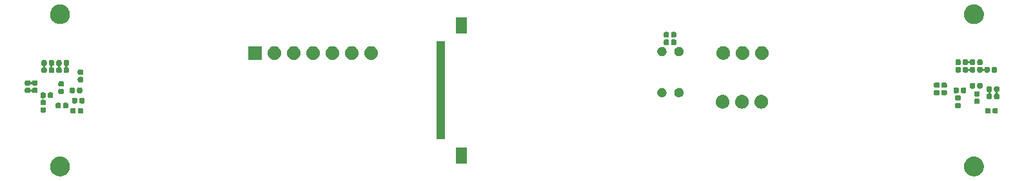
<source format=gbr>
G04 #@! TF.GenerationSoftware,KiCad,Pcbnew,5.99.0-unknown-3cd1208~100~ubuntu18.04.1*
G04 #@! TF.CreationDate,2019-09-26T13:34:42+08:00*
G04 #@! TF.ProjectId,external_camera,65787465-726e-4616-9c5f-63616d657261,rev?*
G04 #@! TF.SameCoordinates,Original*
G04 #@! TF.FileFunction,Soldermask,Bot*
G04 #@! TF.FilePolarity,Negative*
%FSLAX46Y46*%
G04 Gerber Fmt 4.6, Leading zero omitted, Abs format (unit mm)*
G04 Created by KiCad (PCBNEW 5.99.0-unknown-3cd1208~100~ubuntu18.04.1) date 2019-09-26 13:34:42*
%MOMM*%
%LPD*%
G04 APERTURE LIST*
%ADD10C,0.100000*%
G04 APERTURE END LIST*
D10*
G36*
X45062163Y-98699001D02*
G01*
X45113823Y-98699001D01*
X45173518Y-98709527D01*
X45228934Y-98714765D01*
X45280515Y-98728393D01*
X45338010Y-98738531D01*
X45388660Y-98756966D01*
X45435774Y-98769414D01*
X45490780Y-98794135D01*
X45551926Y-98816390D01*
X45592766Y-98839969D01*
X45630911Y-98857112D01*
X45686971Y-98894358D01*
X45749073Y-98930213D01*
X45780019Y-98956179D01*
X45809100Y-98975501D01*
X45863480Y-99026211D01*
X45923460Y-99076540D01*
X45945074Y-99102299D01*
X45965564Y-99121406D01*
X46015316Y-99186010D01*
X46069787Y-99250927D01*
X46083202Y-99274163D01*
X46096093Y-99290902D01*
X46138128Y-99369298D01*
X46183610Y-99448074D01*
X46190462Y-99466899D01*
X46197190Y-99479447D01*
X46228443Y-99571252D01*
X46261469Y-99661990D01*
X46263764Y-99675007D01*
X46266133Y-99681965D01*
X46283667Y-99787884D01*
X46300999Y-99886177D01*
X46300999Y-100113823D01*
X46294489Y-100150743D01*
X46293972Y-100171903D01*
X46276550Y-100252481D01*
X46261469Y-100338010D01*
X46253066Y-100361098D01*
X46249086Y-100379504D01*
X46215393Y-100464603D01*
X46183610Y-100551926D01*
X46174729Y-100567308D01*
X46170332Y-100578414D01*
X46118836Y-100664118D01*
X46069787Y-100749073D01*
X46062752Y-100757457D01*
X46060148Y-100761791D01*
X45986706Y-100848086D01*
X45923460Y-100923460D01*
X45854806Y-100981067D01*
X45758089Y-101062799D01*
X45755713Y-101064215D01*
X45749073Y-101069787D01*
X45663103Y-101119422D01*
X45574325Y-101172344D01*
X45565341Y-101175865D01*
X45551926Y-101183610D01*
X45462837Y-101216036D01*
X45375137Y-101250405D01*
X45358962Y-101253843D01*
X45338010Y-101261469D01*
X45250446Y-101276909D01*
X45165879Y-101294884D01*
X45142476Y-101295947D01*
X45113823Y-101300999D01*
X45031221Y-101300999D01*
X44952166Y-101304589D01*
X44922059Y-101300999D01*
X44886177Y-101300999D01*
X44811223Y-101287783D01*
X44739733Y-101279258D01*
X44704000Y-101268876D01*
X44661990Y-101261469D01*
X44596662Y-101237691D01*
X44534288Y-101219570D01*
X44494505Y-101200509D01*
X44448074Y-101183610D01*
X44393655Y-101152191D01*
X44341358Y-101127135D01*
X44299543Y-101097856D01*
X44250927Y-101069787D01*
X44207915Y-101033696D01*
X44166108Y-101004422D01*
X44124689Y-100963862D01*
X44076540Y-100923460D01*
X44044776Y-100885604D01*
X44013260Y-100854742D01*
X43974897Y-100802325D01*
X43930213Y-100749073D01*
X43908886Y-100712133D01*
X43886907Y-100682103D01*
X43854446Y-100617840D01*
X43816390Y-100551926D01*
X43804117Y-100518206D01*
X43790450Y-100491150D01*
X43766789Y-100415648D01*
X43738531Y-100338010D01*
X43733478Y-100309355D01*
X43726474Y-100287004D01*
X43714444Y-100201406D01*
X43699001Y-100113823D01*
X43699001Y-100091521D01*
X43696700Y-100075148D01*
X43699001Y-99980998D01*
X43699001Y-99886177D01*
X43701691Y-99870920D01*
X43701927Y-99861275D01*
X43721288Y-99759779D01*
X43738531Y-99661990D01*
X43741497Y-99653842D01*
X43742014Y-99651130D01*
X43785709Y-99532369D01*
X43816390Y-99448074D01*
X43865544Y-99362937D01*
X43921557Y-99264337D01*
X43924740Y-99260406D01*
X43930213Y-99250927D01*
X43993280Y-99175766D01*
X44056192Y-99098076D01*
X44065122Y-99090148D01*
X44076540Y-99076540D01*
X44147724Y-99016810D01*
X44216173Y-98956038D01*
X44232111Y-98946001D01*
X44250927Y-98930213D01*
X44326133Y-98886793D01*
X44397201Y-98842039D01*
X44420914Y-98832071D01*
X44448074Y-98816390D01*
X44523682Y-98788871D01*
X44594423Y-98759134D01*
X44626151Y-98751575D01*
X44661990Y-98738531D01*
X44734784Y-98725696D01*
X44802531Y-98709556D01*
X44841947Y-98706800D01*
X44886177Y-98699001D01*
X44953484Y-98699001D01*
X45015953Y-98694633D01*
X45062163Y-98699001D01*
X45062163Y-98699001D01*
G37*
G36*
X165062163Y-98699001D02*
G01*
X165113823Y-98699001D01*
X165173518Y-98709527D01*
X165228934Y-98714765D01*
X165280515Y-98728393D01*
X165338010Y-98738531D01*
X165388660Y-98756966D01*
X165435774Y-98769414D01*
X165490780Y-98794135D01*
X165551926Y-98816390D01*
X165592766Y-98839969D01*
X165630911Y-98857112D01*
X165686971Y-98894358D01*
X165749073Y-98930213D01*
X165780019Y-98956179D01*
X165809100Y-98975501D01*
X165863480Y-99026211D01*
X165923460Y-99076540D01*
X165945074Y-99102299D01*
X165965564Y-99121406D01*
X166015316Y-99186010D01*
X166069787Y-99250927D01*
X166083202Y-99274163D01*
X166096093Y-99290902D01*
X166138128Y-99369298D01*
X166183610Y-99448074D01*
X166190462Y-99466899D01*
X166197190Y-99479447D01*
X166228443Y-99571252D01*
X166261469Y-99661990D01*
X166263764Y-99675007D01*
X166266133Y-99681965D01*
X166283667Y-99787884D01*
X166300999Y-99886177D01*
X166300999Y-100113823D01*
X166294489Y-100150743D01*
X166293972Y-100171903D01*
X166276550Y-100252481D01*
X166261469Y-100338010D01*
X166253066Y-100361098D01*
X166249086Y-100379504D01*
X166215393Y-100464603D01*
X166183610Y-100551926D01*
X166174729Y-100567308D01*
X166170332Y-100578414D01*
X166118836Y-100664118D01*
X166069787Y-100749073D01*
X166062752Y-100757457D01*
X166060148Y-100761791D01*
X165986706Y-100848086D01*
X165923460Y-100923460D01*
X165854806Y-100981067D01*
X165758089Y-101062799D01*
X165755713Y-101064215D01*
X165749073Y-101069787D01*
X165663103Y-101119422D01*
X165574325Y-101172344D01*
X165565341Y-101175865D01*
X165551926Y-101183610D01*
X165462837Y-101216036D01*
X165375137Y-101250405D01*
X165358962Y-101253843D01*
X165338010Y-101261469D01*
X165250446Y-101276909D01*
X165165879Y-101294884D01*
X165142476Y-101295947D01*
X165113823Y-101300999D01*
X165031221Y-101300999D01*
X164952166Y-101304589D01*
X164922059Y-101300999D01*
X164886177Y-101300999D01*
X164811223Y-101287783D01*
X164739733Y-101279258D01*
X164704000Y-101268876D01*
X164661990Y-101261469D01*
X164596662Y-101237691D01*
X164534288Y-101219570D01*
X164494505Y-101200509D01*
X164448074Y-101183610D01*
X164393655Y-101152191D01*
X164341358Y-101127135D01*
X164299543Y-101097856D01*
X164250927Y-101069787D01*
X164207915Y-101033696D01*
X164166108Y-101004422D01*
X164124689Y-100963862D01*
X164076540Y-100923460D01*
X164044776Y-100885604D01*
X164013260Y-100854742D01*
X163974897Y-100802325D01*
X163930213Y-100749073D01*
X163908886Y-100712133D01*
X163886907Y-100682103D01*
X163854446Y-100617840D01*
X163816390Y-100551926D01*
X163804117Y-100518206D01*
X163790450Y-100491150D01*
X163766789Y-100415648D01*
X163738531Y-100338010D01*
X163733478Y-100309355D01*
X163726474Y-100287004D01*
X163714444Y-100201406D01*
X163699001Y-100113823D01*
X163699001Y-100091521D01*
X163696700Y-100075148D01*
X163699001Y-99980998D01*
X163699001Y-99886177D01*
X163701691Y-99870920D01*
X163701927Y-99861275D01*
X163721288Y-99759779D01*
X163738531Y-99661990D01*
X163741497Y-99653842D01*
X163742014Y-99651130D01*
X163785709Y-99532369D01*
X163816390Y-99448074D01*
X163865544Y-99362937D01*
X163921557Y-99264337D01*
X163924740Y-99260406D01*
X163930213Y-99250927D01*
X163993280Y-99175766D01*
X164056192Y-99098076D01*
X164065122Y-99090148D01*
X164076540Y-99076540D01*
X164147724Y-99016810D01*
X164216173Y-98956038D01*
X164232111Y-98946001D01*
X164250927Y-98930213D01*
X164326133Y-98886793D01*
X164397201Y-98842039D01*
X164420914Y-98832071D01*
X164448074Y-98816390D01*
X164523682Y-98788871D01*
X164594423Y-98759134D01*
X164626151Y-98751575D01*
X164661990Y-98738531D01*
X164734784Y-98725696D01*
X164802531Y-98709556D01*
X164841947Y-98706800D01*
X164886177Y-98699001D01*
X164953484Y-98699001D01*
X165015953Y-98694633D01*
X165062163Y-98699001D01*
X165062163Y-98699001D01*
G37*
G36*
X98369899Y-97501959D02*
G01*
X98386769Y-97513231D01*
X98398041Y-97530101D01*
X98404448Y-97562312D01*
X98404448Y-99537688D01*
X98401999Y-99550000D01*
X98398041Y-99569899D01*
X98386769Y-99586769D01*
X98369899Y-99598041D01*
X98350000Y-99601999D01*
X98337688Y-99604448D01*
X97062312Y-99604448D01*
X97030101Y-99598041D01*
X97013231Y-99586769D01*
X97001959Y-99569899D01*
X96995552Y-99537688D01*
X96995552Y-97562312D01*
X97001959Y-97530101D01*
X97013231Y-97513231D01*
X97030101Y-97501959D01*
X97062312Y-97495552D01*
X98337688Y-97495552D01*
X98369899Y-97501959D01*
X98369899Y-97501959D01*
G37*
G36*
X95519899Y-83551959D02*
G01*
X95536769Y-83563231D01*
X95548041Y-83580101D01*
X95554448Y-83612312D01*
X95554448Y-83887688D01*
X95548041Y-83919900D01*
X95540921Y-83930555D01*
X95519875Y-83997770D01*
X95540921Y-84069445D01*
X95548041Y-84080100D01*
X95554448Y-84112312D01*
X95554448Y-84387688D01*
X95548041Y-84419900D01*
X95540921Y-84430555D01*
X95519875Y-84497770D01*
X95540921Y-84569445D01*
X95548041Y-84580100D01*
X95554448Y-84612312D01*
X95554448Y-84887688D01*
X95548041Y-84919900D01*
X95540921Y-84930555D01*
X95519875Y-84997770D01*
X95540921Y-85069445D01*
X95548041Y-85080100D01*
X95554448Y-85112312D01*
X95554448Y-85387688D01*
X95548041Y-85419900D01*
X95540921Y-85430555D01*
X95519875Y-85497770D01*
X95540921Y-85569445D01*
X95548041Y-85580100D01*
X95554448Y-85612312D01*
X95554448Y-85887688D01*
X95548041Y-85919900D01*
X95540921Y-85930555D01*
X95519875Y-85997770D01*
X95540921Y-86069445D01*
X95548041Y-86080100D01*
X95554448Y-86112312D01*
X95554448Y-86387688D01*
X95548041Y-86419900D01*
X95540921Y-86430555D01*
X95519875Y-86497770D01*
X95540921Y-86569445D01*
X95548041Y-86580100D01*
X95554448Y-86612312D01*
X95554448Y-86887688D01*
X95548041Y-86919900D01*
X95540921Y-86930555D01*
X95519875Y-86997770D01*
X95540921Y-87069445D01*
X95548041Y-87080100D01*
X95554448Y-87112312D01*
X95554448Y-87387688D01*
X95548041Y-87419900D01*
X95540921Y-87430555D01*
X95519875Y-87497770D01*
X95540921Y-87569445D01*
X95548041Y-87580100D01*
X95554448Y-87612312D01*
X95554448Y-87887688D01*
X95548041Y-87919900D01*
X95540921Y-87930555D01*
X95519875Y-87997770D01*
X95540921Y-88069445D01*
X95548041Y-88080100D01*
X95554448Y-88112312D01*
X95554448Y-88387688D01*
X95548041Y-88419900D01*
X95540921Y-88430555D01*
X95519875Y-88497770D01*
X95540921Y-88569445D01*
X95548041Y-88580100D01*
X95554448Y-88612312D01*
X95554448Y-88887688D01*
X95548041Y-88919900D01*
X95540921Y-88930555D01*
X95519875Y-88997770D01*
X95540921Y-89069445D01*
X95548041Y-89080100D01*
X95554448Y-89112312D01*
X95554448Y-89387688D01*
X95548041Y-89419900D01*
X95540921Y-89430555D01*
X95519875Y-89497770D01*
X95540921Y-89569445D01*
X95548041Y-89580100D01*
X95554448Y-89612312D01*
X95554448Y-89887688D01*
X95548041Y-89919900D01*
X95540921Y-89930555D01*
X95519875Y-89997770D01*
X95540921Y-90069445D01*
X95548041Y-90080100D01*
X95554448Y-90112312D01*
X95554448Y-90387688D01*
X95548041Y-90419900D01*
X95540921Y-90430555D01*
X95519875Y-90497770D01*
X95540921Y-90569445D01*
X95548041Y-90580100D01*
X95554448Y-90612312D01*
X95554448Y-90887688D01*
X95548041Y-90919900D01*
X95540921Y-90930555D01*
X95519875Y-90997770D01*
X95540921Y-91069445D01*
X95548041Y-91080100D01*
X95554448Y-91112312D01*
X95554448Y-91387688D01*
X95548041Y-91419900D01*
X95540921Y-91430555D01*
X95519875Y-91497770D01*
X95540921Y-91569445D01*
X95548041Y-91580100D01*
X95554448Y-91612312D01*
X95554448Y-91887688D01*
X95548041Y-91919900D01*
X95540921Y-91930555D01*
X95519875Y-91997770D01*
X95540921Y-92069445D01*
X95548041Y-92080100D01*
X95554448Y-92112312D01*
X95554448Y-92387688D01*
X95548041Y-92419900D01*
X95540921Y-92430555D01*
X95519875Y-92497770D01*
X95540921Y-92569445D01*
X95548041Y-92580100D01*
X95554448Y-92612312D01*
X95554448Y-92887688D01*
X95548041Y-92919900D01*
X95540921Y-92930555D01*
X95519875Y-92997770D01*
X95540921Y-93069445D01*
X95548041Y-93080100D01*
X95554448Y-93112312D01*
X95554448Y-93387688D01*
X95548041Y-93419900D01*
X95540921Y-93430555D01*
X95519875Y-93497770D01*
X95540921Y-93569445D01*
X95548041Y-93580100D01*
X95554448Y-93612312D01*
X95554448Y-93887688D01*
X95548041Y-93919900D01*
X95540921Y-93930555D01*
X95519875Y-93997770D01*
X95540921Y-94069445D01*
X95548041Y-94080100D01*
X95554448Y-94112312D01*
X95554448Y-94387688D01*
X95548041Y-94419900D01*
X95540921Y-94430555D01*
X95519875Y-94497770D01*
X95540921Y-94569445D01*
X95548041Y-94580100D01*
X95554448Y-94612312D01*
X95554448Y-94887688D01*
X95548041Y-94919900D01*
X95540921Y-94930555D01*
X95519875Y-94997770D01*
X95540921Y-95069445D01*
X95548041Y-95080100D01*
X95554448Y-95112312D01*
X95554448Y-95387688D01*
X95548041Y-95419900D01*
X95540921Y-95430555D01*
X95519875Y-95497770D01*
X95540921Y-95569445D01*
X95548041Y-95580100D01*
X95554448Y-95612312D01*
X95554448Y-95887688D01*
X95548041Y-95919900D01*
X95540921Y-95930555D01*
X95519875Y-95997770D01*
X95540921Y-96069445D01*
X95548041Y-96080100D01*
X95554448Y-96112312D01*
X95554448Y-96387688D01*
X95551999Y-96400000D01*
X95548041Y-96419899D01*
X95536769Y-96436769D01*
X95519899Y-96448041D01*
X95500000Y-96451999D01*
X95487688Y-96454448D01*
X94512312Y-96454448D01*
X94480101Y-96448041D01*
X94463231Y-96436769D01*
X94451959Y-96419899D01*
X94445552Y-96387688D01*
X94445552Y-96112312D01*
X94451959Y-96080100D01*
X94459079Y-96069445D01*
X94480125Y-96002230D01*
X94459079Y-95930555D01*
X94451959Y-95919900D01*
X94445552Y-95887688D01*
X94445552Y-95612312D01*
X94451959Y-95580100D01*
X94459079Y-95569445D01*
X94480125Y-95502230D01*
X94459079Y-95430555D01*
X94451959Y-95419900D01*
X94445552Y-95387688D01*
X94445552Y-95112312D01*
X94451959Y-95080100D01*
X94459079Y-95069445D01*
X94480125Y-95002230D01*
X94459079Y-94930555D01*
X94451959Y-94919900D01*
X94445552Y-94887688D01*
X94445552Y-94612312D01*
X94451959Y-94580100D01*
X94459079Y-94569445D01*
X94480125Y-94502230D01*
X94459079Y-94430555D01*
X94451959Y-94419900D01*
X94445552Y-94387688D01*
X94445552Y-94112312D01*
X94451959Y-94080100D01*
X94459079Y-94069445D01*
X94480125Y-94002230D01*
X94459079Y-93930555D01*
X94451959Y-93919900D01*
X94445552Y-93887688D01*
X94445552Y-93612312D01*
X94451959Y-93580100D01*
X94459079Y-93569445D01*
X94480125Y-93502230D01*
X94459079Y-93430555D01*
X94451959Y-93419900D01*
X94445552Y-93387688D01*
X94445552Y-93112312D01*
X94451959Y-93080100D01*
X94459079Y-93069445D01*
X94480125Y-93002230D01*
X94459079Y-92930555D01*
X94451959Y-92919900D01*
X94445552Y-92887688D01*
X94445552Y-92612312D01*
X94451959Y-92580100D01*
X94459079Y-92569445D01*
X94480125Y-92502230D01*
X94459079Y-92430555D01*
X94451959Y-92419900D01*
X94445552Y-92387688D01*
X94445552Y-92112312D01*
X94451959Y-92080100D01*
X94459079Y-92069445D01*
X94480125Y-92002230D01*
X94459079Y-91930555D01*
X94451959Y-91919900D01*
X94445552Y-91887688D01*
X94445552Y-91612312D01*
X94451959Y-91580100D01*
X94459079Y-91569445D01*
X94480125Y-91502230D01*
X94459079Y-91430555D01*
X94451959Y-91419900D01*
X94445552Y-91387688D01*
X94445552Y-91112312D01*
X94451959Y-91080100D01*
X94459079Y-91069445D01*
X94480125Y-91002230D01*
X94459079Y-90930555D01*
X94451959Y-90919900D01*
X94445552Y-90887688D01*
X94445552Y-90612312D01*
X94451959Y-90580100D01*
X94459079Y-90569445D01*
X94480125Y-90502230D01*
X94459079Y-90430555D01*
X94451959Y-90419900D01*
X94445552Y-90387688D01*
X94445552Y-90112312D01*
X94451959Y-90080100D01*
X94459079Y-90069445D01*
X94480125Y-90002230D01*
X94459079Y-89930555D01*
X94451959Y-89919900D01*
X94445552Y-89887688D01*
X94445552Y-89612312D01*
X94451959Y-89580100D01*
X94459079Y-89569445D01*
X94480125Y-89502230D01*
X94459079Y-89430555D01*
X94451959Y-89419900D01*
X94445552Y-89387688D01*
X94445552Y-89112312D01*
X94451959Y-89080100D01*
X94459079Y-89069445D01*
X94480125Y-89002230D01*
X94459079Y-88930555D01*
X94451959Y-88919900D01*
X94445552Y-88887688D01*
X94445552Y-88612312D01*
X94451959Y-88580100D01*
X94459079Y-88569445D01*
X94480125Y-88502230D01*
X94459079Y-88430555D01*
X94451959Y-88419900D01*
X94445552Y-88387688D01*
X94445552Y-88112312D01*
X94451959Y-88080100D01*
X94459079Y-88069445D01*
X94480125Y-88002230D01*
X94459079Y-87930555D01*
X94451959Y-87919900D01*
X94445552Y-87887688D01*
X94445552Y-87612312D01*
X94451959Y-87580100D01*
X94459079Y-87569445D01*
X94480125Y-87502230D01*
X94459079Y-87430555D01*
X94451959Y-87419900D01*
X94445552Y-87387688D01*
X94445552Y-87112312D01*
X94451959Y-87080100D01*
X94459079Y-87069445D01*
X94480125Y-87002230D01*
X94459079Y-86930555D01*
X94451959Y-86919900D01*
X94445552Y-86887688D01*
X94445552Y-86612312D01*
X94451959Y-86580100D01*
X94459079Y-86569445D01*
X94480125Y-86502230D01*
X94459079Y-86430555D01*
X94451959Y-86419900D01*
X94445552Y-86387688D01*
X94445552Y-86112312D01*
X94451959Y-86080100D01*
X94459079Y-86069445D01*
X94480125Y-86002230D01*
X94459079Y-85930555D01*
X94451959Y-85919900D01*
X94445552Y-85887688D01*
X94445552Y-85612312D01*
X94451959Y-85580100D01*
X94459079Y-85569445D01*
X94480125Y-85502230D01*
X94459079Y-85430555D01*
X94451959Y-85419900D01*
X94445552Y-85387688D01*
X94445552Y-85112312D01*
X94451959Y-85080100D01*
X94459079Y-85069445D01*
X94480125Y-85002230D01*
X94459079Y-84930555D01*
X94451959Y-84919900D01*
X94445552Y-84887688D01*
X94445552Y-84612312D01*
X94451959Y-84580100D01*
X94459079Y-84569445D01*
X94480125Y-84502230D01*
X94459079Y-84430555D01*
X94451959Y-84419900D01*
X94445552Y-84387688D01*
X94445552Y-84112312D01*
X94451959Y-84080100D01*
X94459079Y-84069445D01*
X94480125Y-84002230D01*
X94459079Y-83930555D01*
X94451959Y-83919900D01*
X94445552Y-83887688D01*
X94445552Y-83612312D01*
X94451959Y-83580101D01*
X94463231Y-83563231D01*
X94480101Y-83551959D01*
X94512312Y-83545552D01*
X95487688Y-83545552D01*
X95519899Y-83551959D01*
X95519899Y-83551959D01*
G37*
G36*
X167929022Y-92328001D02*
G01*
X167929610Y-92328001D01*
X167934203Y-92328915D01*
X167999163Y-92340369D01*
X168003040Y-92342607D01*
X168007061Y-92343407D01*
X168023815Y-92354602D01*
X168059786Y-92375369D01*
X168066026Y-92382805D01*
X168072721Y-92387279D01*
X168084222Y-92404492D01*
X168101137Y-92424651D01*
X168103444Y-92433259D01*
X168116593Y-92452939D01*
X168131999Y-92530390D01*
X168131999Y-92539828D01*
X168133715Y-92546232D01*
X168133715Y-92859290D01*
X168131999Y-92869022D01*
X168131999Y-92869610D01*
X168131085Y-92874203D01*
X168119631Y-92939163D01*
X168117393Y-92943040D01*
X168116593Y-92947061D01*
X168105398Y-92963815D01*
X168084631Y-92999786D01*
X168077194Y-93006026D01*
X168072721Y-93012721D01*
X168055511Y-93024220D01*
X168035350Y-93041137D01*
X168026740Y-93043444D01*
X168007061Y-93056593D01*
X167929610Y-93071999D01*
X167920172Y-93071999D01*
X167913768Y-93073715D01*
X167650710Y-93073715D01*
X167640978Y-93071999D01*
X167640390Y-93071999D01*
X167635797Y-93071085D01*
X167570837Y-93059631D01*
X167566960Y-93057393D01*
X167562939Y-93056593D01*
X167546185Y-93045398D01*
X167510214Y-93024631D01*
X167503974Y-93017194D01*
X167497279Y-93012721D01*
X167485780Y-92995511D01*
X167468863Y-92975350D01*
X167466556Y-92966740D01*
X167453407Y-92947061D01*
X167438001Y-92869610D01*
X167438001Y-92860172D01*
X167436285Y-92853768D01*
X167436285Y-92540710D01*
X167438001Y-92530978D01*
X167438001Y-92530390D01*
X167438915Y-92525797D01*
X167450369Y-92460837D01*
X167452607Y-92456960D01*
X167453407Y-92452939D01*
X167464602Y-92436185D01*
X167485369Y-92400214D01*
X167492805Y-92393974D01*
X167497279Y-92387279D01*
X167514492Y-92375778D01*
X167534651Y-92358863D01*
X167543259Y-92356556D01*
X167562939Y-92343407D01*
X167640390Y-92328001D01*
X167649828Y-92328001D01*
X167656232Y-92326285D01*
X167919290Y-92326285D01*
X167929022Y-92328001D01*
X167929022Y-92328001D01*
G37*
G36*
X166959022Y-92328001D02*
G01*
X166959610Y-92328001D01*
X166964203Y-92328915D01*
X167029163Y-92340369D01*
X167033040Y-92342607D01*
X167037061Y-92343407D01*
X167053815Y-92354602D01*
X167089786Y-92375369D01*
X167096026Y-92382805D01*
X167102721Y-92387279D01*
X167114222Y-92404492D01*
X167131137Y-92424651D01*
X167133444Y-92433259D01*
X167146593Y-92452939D01*
X167161999Y-92530390D01*
X167161999Y-92539828D01*
X167163715Y-92546232D01*
X167163715Y-92859290D01*
X167161999Y-92869022D01*
X167161999Y-92869610D01*
X167161085Y-92874203D01*
X167149631Y-92939163D01*
X167147393Y-92943040D01*
X167146593Y-92947061D01*
X167135398Y-92963815D01*
X167114631Y-92999786D01*
X167107194Y-93006026D01*
X167102721Y-93012721D01*
X167085511Y-93024220D01*
X167065350Y-93041137D01*
X167056740Y-93043444D01*
X167037061Y-93056593D01*
X166959610Y-93071999D01*
X166950172Y-93071999D01*
X166943768Y-93073715D01*
X166680710Y-93073715D01*
X166670978Y-93071999D01*
X166670390Y-93071999D01*
X166665797Y-93071085D01*
X166600837Y-93059631D01*
X166596960Y-93057393D01*
X166592939Y-93056593D01*
X166576185Y-93045398D01*
X166540214Y-93024631D01*
X166533974Y-93017194D01*
X166527279Y-93012721D01*
X166515780Y-92995511D01*
X166498863Y-92975350D01*
X166496556Y-92966740D01*
X166483407Y-92947061D01*
X166468001Y-92869610D01*
X166468001Y-92860172D01*
X166466285Y-92853768D01*
X166466285Y-92540710D01*
X166468001Y-92530978D01*
X166468001Y-92530390D01*
X166468915Y-92525797D01*
X166480369Y-92460837D01*
X166482607Y-92456960D01*
X166483407Y-92452939D01*
X166494602Y-92436185D01*
X166515369Y-92400214D01*
X166522805Y-92393974D01*
X166527279Y-92387279D01*
X166544492Y-92375778D01*
X166564651Y-92358863D01*
X166573259Y-92356556D01*
X166592939Y-92343407D01*
X166670390Y-92328001D01*
X166679828Y-92328001D01*
X166686232Y-92326285D01*
X166949290Y-92326285D01*
X166959022Y-92328001D01*
X166959022Y-92328001D01*
G37*
G36*
X47829022Y-92328001D02*
G01*
X47829610Y-92328001D01*
X47834203Y-92328915D01*
X47899163Y-92340369D01*
X47903040Y-92342607D01*
X47907061Y-92343407D01*
X47923815Y-92354602D01*
X47959786Y-92375369D01*
X47966026Y-92382805D01*
X47972721Y-92387279D01*
X47984222Y-92404492D01*
X48001137Y-92424651D01*
X48003444Y-92433259D01*
X48016593Y-92452939D01*
X48031999Y-92530390D01*
X48031999Y-92539828D01*
X48033715Y-92546232D01*
X48033715Y-92859290D01*
X48031999Y-92869022D01*
X48031999Y-92869610D01*
X48031085Y-92874203D01*
X48019631Y-92939163D01*
X48017393Y-92943040D01*
X48016593Y-92947061D01*
X48005398Y-92963815D01*
X47984631Y-92999786D01*
X47977194Y-93006026D01*
X47972721Y-93012721D01*
X47955511Y-93024220D01*
X47935350Y-93041137D01*
X47926740Y-93043444D01*
X47907061Y-93056593D01*
X47829610Y-93071999D01*
X47820172Y-93071999D01*
X47813768Y-93073715D01*
X47550710Y-93073715D01*
X47540978Y-93071999D01*
X47540390Y-93071999D01*
X47535797Y-93071085D01*
X47470837Y-93059631D01*
X47466960Y-93057393D01*
X47462939Y-93056593D01*
X47446185Y-93045398D01*
X47410214Y-93024631D01*
X47403974Y-93017194D01*
X47397279Y-93012721D01*
X47385780Y-92995511D01*
X47368863Y-92975350D01*
X47366556Y-92966740D01*
X47353407Y-92947061D01*
X47338001Y-92869610D01*
X47338001Y-92860172D01*
X47336285Y-92853768D01*
X47336285Y-92540710D01*
X47338001Y-92530978D01*
X47338001Y-92530390D01*
X47338915Y-92525797D01*
X47350369Y-92460837D01*
X47352607Y-92456960D01*
X47353407Y-92452939D01*
X47364602Y-92436185D01*
X47385369Y-92400214D01*
X47392805Y-92393974D01*
X47397279Y-92387279D01*
X47414492Y-92375778D01*
X47434651Y-92358863D01*
X47443259Y-92356556D01*
X47462939Y-92343407D01*
X47540390Y-92328001D01*
X47549828Y-92328001D01*
X47556232Y-92326285D01*
X47819290Y-92326285D01*
X47829022Y-92328001D01*
X47829022Y-92328001D01*
G37*
G36*
X46859022Y-92328001D02*
G01*
X46859610Y-92328001D01*
X46864203Y-92328915D01*
X46929163Y-92340369D01*
X46933040Y-92342607D01*
X46937061Y-92343407D01*
X46953815Y-92354602D01*
X46989786Y-92375369D01*
X46996026Y-92382805D01*
X47002721Y-92387279D01*
X47014222Y-92404492D01*
X47031137Y-92424651D01*
X47033444Y-92433259D01*
X47046593Y-92452939D01*
X47061999Y-92530390D01*
X47061999Y-92539828D01*
X47063715Y-92546232D01*
X47063715Y-92859290D01*
X47061999Y-92869022D01*
X47061999Y-92869610D01*
X47061085Y-92874203D01*
X47049631Y-92939163D01*
X47047393Y-92943040D01*
X47046593Y-92947061D01*
X47035398Y-92963815D01*
X47014631Y-92999786D01*
X47007194Y-93006026D01*
X47002721Y-93012721D01*
X46985511Y-93024220D01*
X46965350Y-93041137D01*
X46956740Y-93043444D01*
X46937061Y-93056593D01*
X46859610Y-93071999D01*
X46850172Y-93071999D01*
X46843768Y-93073715D01*
X46580710Y-93073715D01*
X46570978Y-93071999D01*
X46570390Y-93071999D01*
X46565797Y-93071085D01*
X46500837Y-93059631D01*
X46496960Y-93057393D01*
X46492939Y-93056593D01*
X46476185Y-93045398D01*
X46440214Y-93024631D01*
X46433974Y-93017194D01*
X46427279Y-93012721D01*
X46415780Y-92995511D01*
X46398863Y-92975350D01*
X46396556Y-92966740D01*
X46383407Y-92947061D01*
X46368001Y-92869610D01*
X46368001Y-92860172D01*
X46366285Y-92853768D01*
X46366285Y-92540710D01*
X46368001Y-92530978D01*
X46368001Y-92530390D01*
X46368915Y-92525797D01*
X46380369Y-92460837D01*
X46382607Y-92456960D01*
X46383407Y-92452939D01*
X46394602Y-92436185D01*
X46415369Y-92400214D01*
X46422805Y-92393974D01*
X46427279Y-92387279D01*
X46444492Y-92375778D01*
X46464651Y-92358863D01*
X46473259Y-92356556D01*
X46492939Y-92343407D01*
X46570390Y-92328001D01*
X46579828Y-92328001D01*
X46586232Y-92326285D01*
X46849290Y-92326285D01*
X46859022Y-92328001D01*
X46859022Y-92328001D01*
G37*
G36*
X42969022Y-92238001D02*
G01*
X42969610Y-92238001D01*
X42974203Y-92238915D01*
X43039163Y-92250369D01*
X43043040Y-92252607D01*
X43047061Y-92253407D01*
X43063815Y-92264602D01*
X43099786Y-92285369D01*
X43106026Y-92292805D01*
X43112721Y-92297279D01*
X43124222Y-92314492D01*
X43141137Y-92334651D01*
X43143444Y-92343259D01*
X43156593Y-92362939D01*
X43171999Y-92440390D01*
X43171999Y-92449828D01*
X43173715Y-92456232D01*
X43173715Y-92719290D01*
X43171999Y-92729022D01*
X43171999Y-92729610D01*
X43171085Y-92734203D01*
X43159631Y-92799163D01*
X43157393Y-92803040D01*
X43156593Y-92807061D01*
X43145398Y-92823815D01*
X43124631Y-92859786D01*
X43117194Y-92866026D01*
X43112721Y-92872721D01*
X43095511Y-92884220D01*
X43075350Y-92901137D01*
X43066740Y-92903444D01*
X43047061Y-92916593D01*
X42969610Y-92931999D01*
X42960172Y-92931999D01*
X42953768Y-92933715D01*
X42640710Y-92933715D01*
X42630978Y-92931999D01*
X42630390Y-92931999D01*
X42625797Y-92931085D01*
X42560837Y-92919631D01*
X42556960Y-92917393D01*
X42552939Y-92916593D01*
X42536185Y-92905398D01*
X42500214Y-92884631D01*
X42493974Y-92877194D01*
X42487279Y-92872721D01*
X42475780Y-92855511D01*
X42458863Y-92835350D01*
X42456556Y-92826740D01*
X42443407Y-92807061D01*
X42428001Y-92729610D01*
X42428001Y-92720172D01*
X42426285Y-92713768D01*
X42426285Y-92450710D01*
X42428001Y-92440978D01*
X42428001Y-92440390D01*
X42428915Y-92435797D01*
X42440369Y-92370837D01*
X42442607Y-92366960D01*
X42443407Y-92362939D01*
X42454602Y-92346185D01*
X42475369Y-92310214D01*
X42482805Y-92303974D01*
X42487279Y-92297279D01*
X42504492Y-92285778D01*
X42524651Y-92268863D01*
X42533259Y-92266556D01*
X42552939Y-92253407D01*
X42630390Y-92238001D01*
X42639828Y-92238001D01*
X42646232Y-92236285D01*
X42959290Y-92236285D01*
X42969022Y-92238001D01*
X42969022Y-92238001D01*
G37*
G36*
X132049902Y-90599283D02*
G01*
X132094637Y-90599595D01*
X132138460Y-90608590D01*
X132188360Y-90613835D01*
X132230132Y-90627408D01*
X132267723Y-90635124D01*
X132314851Y-90654935D01*
X132368488Y-90672363D01*
X132401099Y-90691191D01*
X132430614Y-90703598D01*
X132478301Y-90735763D01*
X132532511Y-90767061D01*
X132555826Y-90788054D01*
X132577101Y-90802404D01*
X132622183Y-90847802D01*
X132673261Y-90893793D01*
X132688003Y-90914083D01*
X132701608Y-90927784D01*
X132740643Y-90986537D01*
X132784586Y-91047019D01*
X132792221Y-91064168D01*
X132799388Y-91074955D01*
X132828865Y-91146472D01*
X132861621Y-91220042D01*
X132864211Y-91232225D01*
X132866724Y-91238323D01*
X132883292Y-91321997D01*
X132900999Y-91405301D01*
X132900999Y-91594699D01*
X132898115Y-91608269D01*
X132898030Y-91614331D01*
X132879342Y-91696585D01*
X132861621Y-91779958D01*
X132859129Y-91785555D01*
X132859078Y-91785780D01*
X132787210Y-91947197D01*
X132787078Y-91947385D01*
X132784586Y-91952981D01*
X132734480Y-92021946D01*
X132685357Y-92091582D01*
X132680585Y-92096126D01*
X132673261Y-92106207D01*
X132613396Y-92160110D01*
X132557396Y-92213438D01*
X132546464Y-92220376D01*
X132532511Y-92232939D01*
X132467764Y-92270321D01*
X132408211Y-92308114D01*
X132390209Y-92315097D01*
X132368488Y-92327637D01*
X132303115Y-92348878D01*
X132243468Y-92372014D01*
X132218200Y-92376469D01*
X132188360Y-92386165D01*
X132126095Y-92392709D01*
X132069460Y-92402695D01*
X132037459Y-92402025D01*
X132000000Y-92405962D01*
X131943902Y-92400066D01*
X131892799Y-92398996D01*
X131855323Y-92390756D01*
X131811640Y-92386165D01*
X131763917Y-92370659D01*
X131720225Y-92361052D01*
X131679230Y-92343142D01*
X131631512Y-92327637D01*
X131593473Y-92305675D01*
X131558310Y-92290313D01*
X131516337Y-92261141D01*
X131467489Y-92232939D01*
X131439504Y-92207741D01*
X131413215Y-92189470D01*
X131373257Y-92148092D01*
X131326739Y-92106207D01*
X131308296Y-92080823D01*
X131290473Y-92062366D01*
X131255821Y-92008597D01*
X131215414Y-91952981D01*
X131205212Y-91930066D01*
X131194754Y-91913839D01*
X131168789Y-91848261D01*
X131138379Y-91779958D01*
X131134476Y-91761596D01*
X131129707Y-91749551D01*
X131115740Y-91673448D01*
X131099001Y-91594699D01*
X131099001Y-91582246D01*
X131097811Y-91575762D01*
X131099001Y-91490535D01*
X131099001Y-91405301D01*
X131100275Y-91399308D01*
X131100278Y-91399077D01*
X131137015Y-91226246D01*
X131137105Y-91226036D01*
X131138379Y-91220042D01*
X131173042Y-91142188D01*
X131206622Y-91063839D01*
X131210348Y-91058397D01*
X131215414Y-91047019D01*
X131262746Y-90981872D01*
X131306452Y-90918041D01*
X131315706Y-90908979D01*
X131326739Y-90893793D01*
X131382297Y-90843769D01*
X131432693Y-90794417D01*
X131448848Y-90783846D01*
X131467489Y-90767061D01*
X131527026Y-90732687D01*
X131580551Y-90697662D01*
X131604340Y-90688050D01*
X131631512Y-90672363D01*
X131691045Y-90653019D01*
X131744376Y-90631472D01*
X131775820Y-90625474D01*
X131811640Y-90613835D01*
X131867744Y-90607938D01*
X131917945Y-90598362D01*
X131956312Y-90598630D01*
X132000000Y-90594038D01*
X132049902Y-90599283D01*
X132049902Y-90599283D01*
G37*
G36*
X137268360Y-90613835D02*
G01*
X137349397Y-90640166D01*
X137436663Y-90667848D01*
X137439655Y-90669493D01*
X137448488Y-90672363D01*
X137520466Y-90713919D01*
X137591499Y-90752970D01*
X137598986Y-90759253D01*
X137612511Y-90767061D01*
X137670259Y-90819057D01*
X137726857Y-90866549D01*
X137736962Y-90879118D01*
X137753261Y-90893793D01*
X137795454Y-90951867D01*
X137837579Y-91004260D01*
X137847994Y-91024182D01*
X137864586Y-91047019D01*
X137891297Y-91107012D01*
X137919439Y-91160843D01*
X137927582Y-91188510D01*
X137941621Y-91220042D01*
X137953992Y-91278241D01*
X137969328Y-91330349D01*
X137972518Y-91365401D01*
X137980999Y-91405301D01*
X137980999Y-91458592D01*
X137985343Y-91506324D01*
X137980999Y-91547653D01*
X137980999Y-91594699D01*
X137971217Y-91640721D01*
X137966873Y-91682047D01*
X137952702Y-91727827D01*
X137941621Y-91779958D01*
X137925028Y-91817226D01*
X137914622Y-91850843D01*
X137888789Y-91898620D01*
X137864586Y-91952981D01*
X137844298Y-91980905D01*
X137830580Y-92006276D01*
X137791859Y-92053082D01*
X137753261Y-92106207D01*
X137732284Y-92125095D01*
X137717952Y-92142419D01*
X137665845Y-92184917D01*
X137612511Y-92232939D01*
X137593524Y-92243901D01*
X137581025Y-92254095D01*
X137515780Y-92288786D01*
X137448488Y-92327637D01*
X137433636Y-92332463D01*
X137425003Y-92337053D01*
X137347430Y-92360473D01*
X137268360Y-92386165D01*
X137259114Y-92387137D01*
X137255851Y-92388122D01*
X137164710Y-92397059D01*
X137127211Y-92401000D01*
X137032789Y-92401000D01*
X136891640Y-92386165D01*
X136810603Y-92359834D01*
X136723337Y-92332152D01*
X136720345Y-92330507D01*
X136711512Y-92327637D01*
X136639534Y-92286081D01*
X136568501Y-92247030D01*
X136561014Y-92240747D01*
X136547489Y-92232939D01*
X136489741Y-92180943D01*
X136433143Y-92133451D01*
X136423038Y-92120882D01*
X136406739Y-92106207D01*
X136364546Y-92048133D01*
X136322421Y-91995740D01*
X136312006Y-91975818D01*
X136295414Y-91952981D01*
X136268703Y-91892988D01*
X136240561Y-91839157D01*
X136232418Y-91811490D01*
X136218379Y-91779958D01*
X136206008Y-91721759D01*
X136190672Y-91669651D01*
X136187482Y-91634599D01*
X136179001Y-91594699D01*
X136179001Y-91541408D01*
X136174657Y-91493676D01*
X136179001Y-91452347D01*
X136179001Y-91405301D01*
X136188783Y-91359279D01*
X136193127Y-91317953D01*
X136207298Y-91272173D01*
X136218379Y-91220042D01*
X136234972Y-91182774D01*
X136245378Y-91149157D01*
X136271211Y-91101380D01*
X136295414Y-91047019D01*
X136315702Y-91019095D01*
X136329420Y-90993724D01*
X136368141Y-90946918D01*
X136406739Y-90893793D01*
X136427716Y-90874905D01*
X136442048Y-90857581D01*
X136494155Y-90815083D01*
X136547489Y-90767061D01*
X136566476Y-90756099D01*
X136578975Y-90745905D01*
X136644220Y-90711214D01*
X136711512Y-90672363D01*
X136726364Y-90667537D01*
X136734997Y-90662947D01*
X136812570Y-90639527D01*
X136891640Y-90613835D01*
X136900886Y-90612863D01*
X136904149Y-90611878D01*
X136995290Y-90602941D01*
X137032789Y-90599000D01*
X137127211Y-90599000D01*
X137268360Y-90613835D01*
X137268360Y-90613835D01*
G37*
G36*
X134728360Y-90613835D02*
G01*
X134809397Y-90640166D01*
X134896663Y-90667848D01*
X134899655Y-90669493D01*
X134908488Y-90672363D01*
X134980466Y-90713919D01*
X135051499Y-90752970D01*
X135058986Y-90759253D01*
X135072511Y-90767061D01*
X135130259Y-90819057D01*
X135186857Y-90866549D01*
X135196962Y-90879118D01*
X135213261Y-90893793D01*
X135255454Y-90951867D01*
X135297579Y-91004260D01*
X135307994Y-91024182D01*
X135324586Y-91047019D01*
X135351297Y-91107012D01*
X135379439Y-91160843D01*
X135387582Y-91188510D01*
X135401621Y-91220042D01*
X135413992Y-91278241D01*
X135429328Y-91330349D01*
X135432518Y-91365401D01*
X135440999Y-91405301D01*
X135440999Y-91458592D01*
X135445343Y-91506324D01*
X135440999Y-91547653D01*
X135440999Y-91594699D01*
X135431217Y-91640721D01*
X135426873Y-91682047D01*
X135412702Y-91727827D01*
X135401621Y-91779958D01*
X135385028Y-91817226D01*
X135374622Y-91850843D01*
X135348789Y-91898620D01*
X135324586Y-91952981D01*
X135304298Y-91980905D01*
X135290580Y-92006276D01*
X135251859Y-92053082D01*
X135213261Y-92106207D01*
X135192284Y-92125095D01*
X135177952Y-92142419D01*
X135125845Y-92184917D01*
X135072511Y-92232939D01*
X135053524Y-92243901D01*
X135041025Y-92254095D01*
X134975780Y-92288786D01*
X134908488Y-92327637D01*
X134893636Y-92332463D01*
X134885003Y-92337053D01*
X134807430Y-92360473D01*
X134728360Y-92386165D01*
X134719114Y-92387137D01*
X134715851Y-92388122D01*
X134624710Y-92397059D01*
X134587211Y-92401000D01*
X134492789Y-92401000D01*
X134351640Y-92386165D01*
X134270603Y-92359834D01*
X134183337Y-92332152D01*
X134180345Y-92330507D01*
X134171512Y-92327637D01*
X134099534Y-92286081D01*
X134028501Y-92247030D01*
X134021014Y-92240747D01*
X134007489Y-92232939D01*
X133949741Y-92180943D01*
X133893143Y-92133451D01*
X133883038Y-92120882D01*
X133866739Y-92106207D01*
X133824546Y-92048133D01*
X133782421Y-91995740D01*
X133772006Y-91975818D01*
X133755414Y-91952981D01*
X133728703Y-91892988D01*
X133700561Y-91839157D01*
X133692418Y-91811490D01*
X133678379Y-91779958D01*
X133666008Y-91721759D01*
X133650672Y-91669651D01*
X133647482Y-91634599D01*
X133639001Y-91594699D01*
X133639001Y-91541408D01*
X133634657Y-91493676D01*
X133639001Y-91452347D01*
X133639001Y-91405301D01*
X133648783Y-91359279D01*
X133653127Y-91317953D01*
X133667298Y-91272173D01*
X133678379Y-91220042D01*
X133694972Y-91182774D01*
X133705378Y-91149157D01*
X133731211Y-91101380D01*
X133755414Y-91047019D01*
X133775702Y-91019095D01*
X133789420Y-90993724D01*
X133828141Y-90946918D01*
X133866739Y-90893793D01*
X133887716Y-90874905D01*
X133902048Y-90857581D01*
X133954155Y-90815083D01*
X134007489Y-90767061D01*
X134026476Y-90756099D01*
X134038975Y-90745905D01*
X134104220Y-90711214D01*
X134171512Y-90672363D01*
X134186364Y-90667537D01*
X134194997Y-90662947D01*
X134272570Y-90639527D01*
X134351640Y-90613835D01*
X134360886Y-90612863D01*
X134364149Y-90611878D01*
X134455290Y-90602941D01*
X134492789Y-90599000D01*
X134587211Y-90599000D01*
X134728360Y-90613835D01*
X134728360Y-90613835D01*
G37*
G36*
X45879022Y-91628001D02*
G01*
X45879610Y-91628001D01*
X45884203Y-91628915D01*
X45949163Y-91640369D01*
X45953040Y-91642607D01*
X45957061Y-91643407D01*
X45973815Y-91654602D01*
X46009786Y-91675369D01*
X46016026Y-91682805D01*
X46022721Y-91687279D01*
X46034222Y-91704492D01*
X46051137Y-91724651D01*
X46053444Y-91733259D01*
X46066593Y-91752939D01*
X46081999Y-91830390D01*
X46081999Y-91839828D01*
X46083715Y-91846232D01*
X46083715Y-92159290D01*
X46081999Y-92169022D01*
X46081999Y-92169610D01*
X46081085Y-92174203D01*
X46069631Y-92239163D01*
X46067393Y-92243040D01*
X46066593Y-92247061D01*
X46055398Y-92263815D01*
X46034631Y-92299786D01*
X46027194Y-92306026D01*
X46022721Y-92312721D01*
X46005511Y-92324220D01*
X45985350Y-92341137D01*
X45976740Y-92343444D01*
X45957061Y-92356593D01*
X45879610Y-92371999D01*
X45870172Y-92371999D01*
X45863768Y-92373715D01*
X45600710Y-92373715D01*
X45590978Y-92371999D01*
X45590390Y-92371999D01*
X45585797Y-92371085D01*
X45520837Y-92359631D01*
X45516960Y-92357393D01*
X45512939Y-92356593D01*
X45496185Y-92345398D01*
X45460214Y-92324631D01*
X45453974Y-92317194D01*
X45447279Y-92312721D01*
X45435780Y-92295511D01*
X45418863Y-92275350D01*
X45416556Y-92266740D01*
X45403407Y-92247061D01*
X45388001Y-92169610D01*
X45388001Y-92160172D01*
X45386285Y-92153768D01*
X45386285Y-91840710D01*
X45388001Y-91830978D01*
X45388001Y-91830390D01*
X45388915Y-91825797D01*
X45400369Y-91760837D01*
X45402607Y-91756960D01*
X45403407Y-91752939D01*
X45414602Y-91736185D01*
X45435369Y-91700214D01*
X45442805Y-91693974D01*
X45447279Y-91687279D01*
X45464492Y-91675778D01*
X45484651Y-91658863D01*
X45493259Y-91656556D01*
X45512939Y-91643407D01*
X45590390Y-91628001D01*
X45599828Y-91628001D01*
X45606232Y-91626285D01*
X45869290Y-91626285D01*
X45879022Y-91628001D01*
X45879022Y-91628001D01*
G37*
G36*
X44909022Y-91628001D02*
G01*
X44909610Y-91628001D01*
X44914203Y-91628915D01*
X44979163Y-91640369D01*
X44983040Y-91642607D01*
X44987061Y-91643407D01*
X45003815Y-91654602D01*
X45039786Y-91675369D01*
X45046026Y-91682805D01*
X45052721Y-91687279D01*
X45064222Y-91704492D01*
X45081137Y-91724651D01*
X45083444Y-91733259D01*
X45096593Y-91752939D01*
X45111999Y-91830390D01*
X45111999Y-91839828D01*
X45113715Y-91846232D01*
X45113715Y-92159290D01*
X45111999Y-92169022D01*
X45111999Y-92169610D01*
X45111085Y-92174203D01*
X45099631Y-92239163D01*
X45097393Y-92243040D01*
X45096593Y-92247061D01*
X45085398Y-92263815D01*
X45064631Y-92299786D01*
X45057194Y-92306026D01*
X45052721Y-92312721D01*
X45035511Y-92324220D01*
X45015350Y-92341137D01*
X45006740Y-92343444D01*
X44987061Y-92356593D01*
X44909610Y-92371999D01*
X44900172Y-92371999D01*
X44893768Y-92373715D01*
X44630710Y-92373715D01*
X44620978Y-92371999D01*
X44620390Y-92371999D01*
X44615797Y-92371085D01*
X44550837Y-92359631D01*
X44546960Y-92357393D01*
X44542939Y-92356593D01*
X44526185Y-92345398D01*
X44490214Y-92324631D01*
X44483974Y-92317194D01*
X44477279Y-92312721D01*
X44465780Y-92295511D01*
X44448863Y-92275350D01*
X44446556Y-92266740D01*
X44433407Y-92247061D01*
X44418001Y-92169610D01*
X44418001Y-92160172D01*
X44416285Y-92153768D01*
X44416285Y-91840710D01*
X44418001Y-91830978D01*
X44418001Y-91830390D01*
X44418915Y-91825797D01*
X44430369Y-91760837D01*
X44432607Y-91756960D01*
X44433407Y-91752939D01*
X44444602Y-91736185D01*
X44465369Y-91700214D01*
X44472805Y-91693974D01*
X44477279Y-91687279D01*
X44494492Y-91675778D01*
X44514651Y-91658863D01*
X44523259Y-91656556D01*
X44542939Y-91643407D01*
X44620390Y-91628001D01*
X44629828Y-91628001D01*
X44636232Y-91626285D01*
X44899290Y-91626285D01*
X44909022Y-91628001D01*
X44909022Y-91628001D01*
G37*
G36*
X163069022Y-91638001D02*
G01*
X163069610Y-91638001D01*
X163074203Y-91638915D01*
X163139163Y-91650369D01*
X163143040Y-91652607D01*
X163147061Y-91653407D01*
X163163815Y-91664602D01*
X163199786Y-91685369D01*
X163206026Y-91692805D01*
X163212721Y-91697279D01*
X163224222Y-91714492D01*
X163241137Y-91734651D01*
X163243444Y-91743259D01*
X163256593Y-91762939D01*
X163271999Y-91840390D01*
X163271999Y-91849828D01*
X163273715Y-91856232D01*
X163273715Y-92119290D01*
X163271999Y-92129022D01*
X163271999Y-92129610D01*
X163271085Y-92134203D01*
X163259631Y-92199163D01*
X163257393Y-92203040D01*
X163256593Y-92207061D01*
X163245398Y-92223815D01*
X163224631Y-92259786D01*
X163217194Y-92266026D01*
X163212721Y-92272721D01*
X163195511Y-92284220D01*
X163175350Y-92301137D01*
X163166740Y-92303444D01*
X163147061Y-92316593D01*
X163069610Y-92331999D01*
X163060172Y-92331999D01*
X163053768Y-92333715D01*
X162740710Y-92333715D01*
X162730978Y-92331999D01*
X162730390Y-92331999D01*
X162725797Y-92331085D01*
X162660837Y-92319631D01*
X162656960Y-92317393D01*
X162652939Y-92316593D01*
X162636185Y-92305398D01*
X162600214Y-92284631D01*
X162593974Y-92277194D01*
X162587279Y-92272721D01*
X162575780Y-92255511D01*
X162558863Y-92235350D01*
X162556556Y-92226740D01*
X162543407Y-92207061D01*
X162528001Y-92129610D01*
X162528001Y-92120172D01*
X162526285Y-92113768D01*
X162526285Y-91850710D01*
X162528001Y-91840978D01*
X162528001Y-91840390D01*
X162528915Y-91835797D01*
X162540369Y-91770837D01*
X162542607Y-91766960D01*
X162543407Y-91762939D01*
X162554602Y-91746185D01*
X162575369Y-91710214D01*
X162582805Y-91703974D01*
X162587279Y-91697279D01*
X162604492Y-91685778D01*
X162624651Y-91668863D01*
X162633259Y-91666556D01*
X162652939Y-91653407D01*
X162730390Y-91638001D01*
X162739828Y-91638001D01*
X162746232Y-91636285D01*
X163059290Y-91636285D01*
X163069022Y-91638001D01*
X163069022Y-91638001D01*
G37*
G36*
X42909022Y-90278001D02*
G01*
X42909610Y-90278001D01*
X42914203Y-90278915D01*
X42979163Y-90290369D01*
X42983040Y-90292607D01*
X42987061Y-90293407D01*
X43003815Y-90304602D01*
X43039786Y-90325369D01*
X43046026Y-90332805D01*
X43052721Y-90337279D01*
X43064222Y-90354492D01*
X43081137Y-90374651D01*
X43083444Y-90383259D01*
X43096593Y-90402939D01*
X43111999Y-90480390D01*
X43111999Y-90489828D01*
X43113715Y-90496232D01*
X43113715Y-90809290D01*
X43111999Y-90819022D01*
X43111999Y-90819610D01*
X43111085Y-90824203D01*
X43099631Y-90889163D01*
X43097393Y-90893040D01*
X43096593Y-90897061D01*
X43085398Y-90913815D01*
X43064631Y-90949786D01*
X43057194Y-90956026D01*
X43052721Y-90962721D01*
X43035511Y-90974220D01*
X43015350Y-90991137D01*
X43006740Y-90993444D01*
X42987061Y-91006593D01*
X42909610Y-91021999D01*
X42903211Y-91021999D01*
X42845454Y-91057204D01*
X42814679Y-91120557D01*
X42823040Y-91190492D01*
X42867884Y-91244804D01*
X42937947Y-91266285D01*
X42959290Y-91266285D01*
X42969022Y-91268001D01*
X42969610Y-91268001D01*
X42974203Y-91268915D01*
X43039163Y-91280369D01*
X43043040Y-91282607D01*
X43047061Y-91283407D01*
X43063815Y-91294602D01*
X43099786Y-91315369D01*
X43106026Y-91322805D01*
X43112721Y-91327279D01*
X43124222Y-91344492D01*
X43141137Y-91364651D01*
X43143444Y-91373259D01*
X43156593Y-91392939D01*
X43171999Y-91470390D01*
X43171999Y-91479828D01*
X43173715Y-91486232D01*
X43173715Y-91749290D01*
X43171999Y-91759022D01*
X43171999Y-91759610D01*
X43171085Y-91764203D01*
X43159631Y-91829163D01*
X43157393Y-91833040D01*
X43156593Y-91837061D01*
X43145398Y-91853815D01*
X43124631Y-91889786D01*
X43117194Y-91896026D01*
X43112721Y-91902721D01*
X43095511Y-91914220D01*
X43075350Y-91931137D01*
X43066740Y-91933444D01*
X43047061Y-91946593D01*
X42969610Y-91961999D01*
X42960172Y-91961999D01*
X42953768Y-91963715D01*
X42640710Y-91963715D01*
X42630978Y-91961999D01*
X42630390Y-91961999D01*
X42625797Y-91961085D01*
X42560837Y-91949631D01*
X42556960Y-91947393D01*
X42552939Y-91946593D01*
X42536185Y-91935398D01*
X42500214Y-91914631D01*
X42493974Y-91907194D01*
X42487279Y-91902721D01*
X42475780Y-91885511D01*
X42458863Y-91865350D01*
X42456556Y-91856740D01*
X42443407Y-91837061D01*
X42428001Y-91759610D01*
X42428001Y-91750172D01*
X42426285Y-91743768D01*
X42426285Y-91480710D01*
X42428001Y-91470978D01*
X42428001Y-91470390D01*
X42428915Y-91465797D01*
X42440369Y-91400837D01*
X42442607Y-91396960D01*
X42443407Y-91392939D01*
X42454602Y-91376185D01*
X42475369Y-91340214D01*
X42482805Y-91333974D01*
X42487279Y-91327279D01*
X42504492Y-91315778D01*
X42524651Y-91298863D01*
X42533259Y-91296556D01*
X42552939Y-91283407D01*
X42630390Y-91268001D01*
X42639827Y-91268001D01*
X42641439Y-91267569D01*
X42701580Y-91230911D01*
X42732355Y-91167557D01*
X42723994Y-91097623D01*
X42679150Y-91043311D01*
X42630792Y-91023729D01*
X42620981Y-91021999D01*
X42620390Y-91021999D01*
X42615780Y-91021082D01*
X42550837Y-91009631D01*
X42546960Y-91007393D01*
X42542939Y-91006593D01*
X42526185Y-90995398D01*
X42490214Y-90974631D01*
X42483974Y-90967194D01*
X42477279Y-90962721D01*
X42465780Y-90945511D01*
X42448863Y-90925350D01*
X42446556Y-90916740D01*
X42433407Y-90897061D01*
X42418001Y-90819610D01*
X42418001Y-90810172D01*
X42416285Y-90803768D01*
X42416285Y-90490710D01*
X42418001Y-90480978D01*
X42418001Y-90480390D01*
X42418915Y-90475797D01*
X42430369Y-90410837D01*
X42432607Y-90406960D01*
X42433407Y-90402939D01*
X42444602Y-90386185D01*
X42465369Y-90350214D01*
X42472805Y-90343974D01*
X42477279Y-90337279D01*
X42494492Y-90325778D01*
X42514651Y-90308863D01*
X42523259Y-90306556D01*
X42542939Y-90293407D01*
X42620390Y-90278001D01*
X42629828Y-90278001D01*
X42636232Y-90276285D01*
X42899290Y-90276285D01*
X42909022Y-90278001D01*
X42909022Y-90278001D01*
G37*
G36*
X165569022Y-91088001D02*
G01*
X165569610Y-91088001D01*
X165574203Y-91088915D01*
X165639163Y-91100369D01*
X165643040Y-91102607D01*
X165647061Y-91103407D01*
X165663815Y-91114602D01*
X165699786Y-91135369D01*
X165706026Y-91142805D01*
X165712721Y-91147279D01*
X165724222Y-91164492D01*
X165741137Y-91184651D01*
X165743444Y-91193259D01*
X165756593Y-91212939D01*
X165771999Y-91290390D01*
X165771999Y-91299828D01*
X165773715Y-91306232D01*
X165773715Y-91569290D01*
X165771999Y-91579022D01*
X165771999Y-91579610D01*
X165771085Y-91584203D01*
X165759631Y-91649163D01*
X165757393Y-91653040D01*
X165756593Y-91657061D01*
X165745398Y-91673815D01*
X165724631Y-91709786D01*
X165717194Y-91716026D01*
X165712721Y-91722721D01*
X165695511Y-91734220D01*
X165675350Y-91751137D01*
X165666740Y-91753444D01*
X165647061Y-91766593D01*
X165569610Y-91781999D01*
X165560172Y-91781999D01*
X165553768Y-91783715D01*
X165240710Y-91783715D01*
X165230978Y-91781999D01*
X165230390Y-91781999D01*
X165225797Y-91781085D01*
X165160837Y-91769631D01*
X165156960Y-91767393D01*
X165152939Y-91766593D01*
X165136185Y-91755398D01*
X165100214Y-91734631D01*
X165093974Y-91727194D01*
X165087279Y-91722721D01*
X165075780Y-91705511D01*
X165058863Y-91685350D01*
X165056556Y-91676740D01*
X165043407Y-91657061D01*
X165028001Y-91579610D01*
X165028001Y-91570172D01*
X165026285Y-91563768D01*
X165026285Y-91300710D01*
X165028001Y-91290978D01*
X165028001Y-91290390D01*
X165028915Y-91285797D01*
X165040369Y-91220837D01*
X165042607Y-91216960D01*
X165043407Y-91212939D01*
X165054602Y-91196185D01*
X165075369Y-91160214D01*
X165082805Y-91153974D01*
X165087279Y-91147279D01*
X165104492Y-91135778D01*
X165124651Y-91118863D01*
X165133259Y-91116556D01*
X165152939Y-91103407D01*
X165230390Y-91088001D01*
X165239828Y-91088001D01*
X165246232Y-91086285D01*
X165559290Y-91086285D01*
X165569022Y-91088001D01*
X165569022Y-91088001D01*
G37*
G36*
X48029022Y-90978001D02*
G01*
X48029610Y-90978001D01*
X48034203Y-90978915D01*
X48099163Y-90990369D01*
X48103040Y-90992607D01*
X48107061Y-90993407D01*
X48123815Y-91004602D01*
X48159786Y-91025369D01*
X48166026Y-91032805D01*
X48172721Y-91037279D01*
X48184222Y-91054492D01*
X48201137Y-91074651D01*
X48203444Y-91083259D01*
X48216593Y-91102939D01*
X48231999Y-91180390D01*
X48231999Y-91189828D01*
X48233715Y-91196232D01*
X48233715Y-91509290D01*
X48231999Y-91519022D01*
X48231999Y-91519610D01*
X48231085Y-91524203D01*
X48219631Y-91589163D01*
X48217393Y-91593040D01*
X48216593Y-91597061D01*
X48205398Y-91613815D01*
X48184631Y-91649786D01*
X48177194Y-91656026D01*
X48172721Y-91662721D01*
X48155511Y-91674220D01*
X48135350Y-91691137D01*
X48126740Y-91693444D01*
X48107061Y-91706593D01*
X48029610Y-91721999D01*
X48020172Y-91721999D01*
X48013768Y-91723715D01*
X47750710Y-91723715D01*
X47740978Y-91721999D01*
X47740390Y-91721999D01*
X47735797Y-91721085D01*
X47670837Y-91709631D01*
X47666960Y-91707393D01*
X47662939Y-91706593D01*
X47646185Y-91695398D01*
X47610214Y-91674631D01*
X47603974Y-91667194D01*
X47597279Y-91662721D01*
X47585780Y-91645511D01*
X47568863Y-91625350D01*
X47566556Y-91616740D01*
X47553407Y-91597061D01*
X47538001Y-91519610D01*
X47538001Y-91510172D01*
X47536285Y-91503768D01*
X47536285Y-91190710D01*
X47538001Y-91180978D01*
X47538001Y-91180390D01*
X47538915Y-91175797D01*
X47550369Y-91110837D01*
X47552607Y-91106960D01*
X47553407Y-91102939D01*
X47564602Y-91086185D01*
X47585369Y-91050214D01*
X47592805Y-91043974D01*
X47597279Y-91037279D01*
X47614492Y-91025778D01*
X47634651Y-91008863D01*
X47643259Y-91006556D01*
X47662939Y-90993407D01*
X47740390Y-90978001D01*
X47749828Y-90978001D01*
X47756232Y-90976285D01*
X48019290Y-90976285D01*
X48029022Y-90978001D01*
X48029022Y-90978001D01*
G37*
G36*
X47059022Y-90978001D02*
G01*
X47059610Y-90978001D01*
X47064203Y-90978915D01*
X47129163Y-90990369D01*
X47133040Y-90992607D01*
X47137061Y-90993407D01*
X47153815Y-91004602D01*
X47189786Y-91025369D01*
X47196026Y-91032805D01*
X47202721Y-91037279D01*
X47214222Y-91054492D01*
X47231137Y-91074651D01*
X47233444Y-91083259D01*
X47246593Y-91102939D01*
X47261999Y-91180390D01*
X47261999Y-91189828D01*
X47263715Y-91196232D01*
X47263715Y-91509290D01*
X47261999Y-91519022D01*
X47261999Y-91519610D01*
X47261085Y-91524203D01*
X47249631Y-91589163D01*
X47247393Y-91593040D01*
X47246593Y-91597061D01*
X47235398Y-91613815D01*
X47214631Y-91649786D01*
X47207194Y-91656026D01*
X47202721Y-91662721D01*
X47185511Y-91674220D01*
X47165350Y-91691137D01*
X47156740Y-91693444D01*
X47137061Y-91706593D01*
X47059610Y-91721999D01*
X47050172Y-91721999D01*
X47043768Y-91723715D01*
X46780710Y-91723715D01*
X46770978Y-91721999D01*
X46770390Y-91721999D01*
X46765797Y-91721085D01*
X46700837Y-91709631D01*
X46696960Y-91707393D01*
X46692939Y-91706593D01*
X46676185Y-91695398D01*
X46640214Y-91674631D01*
X46633974Y-91667194D01*
X46627279Y-91662721D01*
X46615780Y-91645511D01*
X46598863Y-91625350D01*
X46596556Y-91616740D01*
X46583407Y-91597061D01*
X46568001Y-91519610D01*
X46568001Y-91510172D01*
X46566285Y-91503768D01*
X46566285Y-91190710D01*
X46568001Y-91180978D01*
X46568001Y-91180390D01*
X46568915Y-91175797D01*
X46580369Y-91110837D01*
X46582607Y-91106960D01*
X46583407Y-91102939D01*
X46594602Y-91086185D01*
X46615369Y-91050214D01*
X46622805Y-91043974D01*
X46627279Y-91037279D01*
X46644492Y-91025778D01*
X46664651Y-91008863D01*
X46673259Y-91006556D01*
X46692939Y-90993407D01*
X46770390Y-90978001D01*
X46779828Y-90978001D01*
X46786232Y-90976285D01*
X47049290Y-90976285D01*
X47059022Y-90978001D01*
X47059022Y-90978001D01*
G37*
G36*
X163069022Y-90668001D02*
G01*
X163069610Y-90668001D01*
X163074203Y-90668915D01*
X163139163Y-90680369D01*
X163143040Y-90682607D01*
X163147061Y-90683407D01*
X163163815Y-90694602D01*
X163199786Y-90715369D01*
X163206026Y-90722805D01*
X163212721Y-90727279D01*
X163224222Y-90744492D01*
X163241137Y-90764651D01*
X163243444Y-90773259D01*
X163256593Y-90792939D01*
X163271999Y-90870390D01*
X163271999Y-90879828D01*
X163273715Y-90886232D01*
X163273715Y-91149290D01*
X163271999Y-91159022D01*
X163271999Y-91159610D01*
X163271085Y-91164203D01*
X163259631Y-91229163D01*
X163257393Y-91233040D01*
X163256593Y-91237061D01*
X163245398Y-91253815D01*
X163224631Y-91289786D01*
X163217194Y-91296026D01*
X163212721Y-91302721D01*
X163195511Y-91314220D01*
X163175350Y-91331137D01*
X163166740Y-91333444D01*
X163147061Y-91346593D01*
X163069610Y-91361999D01*
X163060172Y-91361999D01*
X163053768Y-91363715D01*
X162740710Y-91363715D01*
X162730978Y-91361999D01*
X162730390Y-91361999D01*
X162725797Y-91361085D01*
X162660837Y-91349631D01*
X162656960Y-91347393D01*
X162652939Y-91346593D01*
X162636185Y-91335398D01*
X162600214Y-91314631D01*
X162593974Y-91307194D01*
X162587279Y-91302721D01*
X162575780Y-91285511D01*
X162558863Y-91265350D01*
X162556556Y-91256740D01*
X162543407Y-91237061D01*
X162528001Y-91159610D01*
X162528001Y-91150172D01*
X162526285Y-91143768D01*
X162526285Y-90880710D01*
X162528001Y-90870978D01*
X162528001Y-90870390D01*
X162528915Y-90865797D01*
X162540369Y-90800837D01*
X162542607Y-90796960D01*
X162543407Y-90792939D01*
X162554602Y-90776185D01*
X162575369Y-90740214D01*
X162582805Y-90733974D01*
X162587279Y-90727279D01*
X162604492Y-90715778D01*
X162624651Y-90698863D01*
X162633259Y-90696556D01*
X162652939Y-90683407D01*
X162730390Y-90668001D01*
X162739828Y-90668001D01*
X162746232Y-90666285D01*
X163059290Y-90666285D01*
X163069022Y-90668001D01*
X163069022Y-90668001D01*
G37*
G36*
X167159022Y-89473001D02*
G01*
X167159610Y-89473001D01*
X167164203Y-89473915D01*
X167229163Y-89485369D01*
X167233040Y-89487607D01*
X167237061Y-89488407D01*
X167253815Y-89499602D01*
X167289786Y-89520369D01*
X167296026Y-89527805D01*
X167302721Y-89532279D01*
X167314222Y-89549492D01*
X167331137Y-89569651D01*
X167333444Y-89578259D01*
X167346593Y-89597939D01*
X167361999Y-89675390D01*
X167361999Y-89684828D01*
X167363715Y-89691232D01*
X167363715Y-90004290D01*
X167361999Y-90014022D01*
X167361999Y-90014610D01*
X167361085Y-90019203D01*
X167349631Y-90084163D01*
X167347393Y-90088040D01*
X167346593Y-90092061D01*
X167335398Y-90108815D01*
X167314631Y-90144786D01*
X167307194Y-90151026D01*
X167302721Y-90157721D01*
X167285514Y-90169218D01*
X167265350Y-90186138D01*
X167256738Y-90188445D01*
X167237061Y-90201593D01*
X167215858Y-90205811D01*
X167174487Y-90231027D01*
X167143712Y-90294380D01*
X167152073Y-90364314D01*
X167196916Y-90418626D01*
X167210259Y-90424030D01*
X167210075Y-90424348D01*
X167233041Y-90437607D01*
X167237061Y-90438407D01*
X167253812Y-90449599D01*
X167289786Y-90470369D01*
X167296026Y-90477805D01*
X167302721Y-90482279D01*
X167314222Y-90499492D01*
X167331137Y-90519651D01*
X167333444Y-90528259D01*
X167346593Y-90547939D01*
X167361999Y-90625390D01*
X167361999Y-90634828D01*
X167363715Y-90641232D01*
X167363715Y-90954290D01*
X167361999Y-90964022D01*
X167361999Y-90964610D01*
X167361085Y-90969203D01*
X167349631Y-91034163D01*
X167347393Y-91038040D01*
X167346593Y-91042061D01*
X167335398Y-91058815D01*
X167314631Y-91094786D01*
X167307194Y-91101026D01*
X167302721Y-91107721D01*
X167285511Y-91119220D01*
X167265350Y-91136137D01*
X167256740Y-91138444D01*
X167237061Y-91151593D01*
X167159610Y-91166999D01*
X167150172Y-91166999D01*
X167143768Y-91168715D01*
X166880710Y-91168715D01*
X166870978Y-91166999D01*
X166870390Y-91166999D01*
X166865797Y-91166085D01*
X166800837Y-91154631D01*
X166796960Y-91152393D01*
X166792939Y-91151593D01*
X166776185Y-91140398D01*
X166740214Y-91119631D01*
X166733974Y-91112194D01*
X166727279Y-91107721D01*
X166715780Y-91090511D01*
X166698863Y-91070350D01*
X166696556Y-91061740D01*
X166683407Y-91042061D01*
X166668001Y-90964610D01*
X166668001Y-90955172D01*
X166666285Y-90948768D01*
X166666285Y-90635710D01*
X166668001Y-90625978D01*
X166668001Y-90625390D01*
X166668915Y-90620797D01*
X166680369Y-90555837D01*
X166682607Y-90551960D01*
X166683407Y-90547939D01*
X166694602Y-90531185D01*
X166715369Y-90495214D01*
X166722805Y-90488974D01*
X166727279Y-90482279D01*
X166744492Y-90470778D01*
X166764651Y-90453863D01*
X166773259Y-90451556D01*
X166792939Y-90438407D01*
X166814144Y-90434189D01*
X166855514Y-90408973D01*
X166886289Y-90345620D01*
X166877928Y-90275686D01*
X166833085Y-90221374D01*
X166819741Y-90215970D01*
X166819925Y-90215652D01*
X166796959Y-90202393D01*
X166792939Y-90201593D01*
X166776188Y-90190401D01*
X166740214Y-90169631D01*
X166733974Y-90162194D01*
X166727279Y-90157721D01*
X166715780Y-90140511D01*
X166698863Y-90120350D01*
X166696556Y-90111740D01*
X166683407Y-90092061D01*
X166668001Y-90014610D01*
X166668001Y-90005172D01*
X166666285Y-89998768D01*
X166666285Y-89685710D01*
X166668001Y-89675978D01*
X166668001Y-89675390D01*
X166668915Y-89670797D01*
X166680369Y-89605837D01*
X166682607Y-89601960D01*
X166683407Y-89597939D01*
X166694602Y-89581185D01*
X166715369Y-89545214D01*
X166722805Y-89538974D01*
X166727279Y-89532279D01*
X166744492Y-89520778D01*
X166764651Y-89503863D01*
X166773259Y-89501556D01*
X166792939Y-89488407D01*
X166870390Y-89473001D01*
X166879828Y-89473001D01*
X166886232Y-89471285D01*
X167149290Y-89471285D01*
X167159022Y-89473001D01*
X167159022Y-89473001D01*
G37*
G36*
X168129022Y-89473001D02*
G01*
X168129610Y-89473001D01*
X168134203Y-89473915D01*
X168199163Y-89485369D01*
X168203040Y-89487607D01*
X168207061Y-89488407D01*
X168223815Y-89499602D01*
X168259786Y-89520369D01*
X168266026Y-89527805D01*
X168272721Y-89532279D01*
X168284222Y-89549492D01*
X168301137Y-89569651D01*
X168303444Y-89578259D01*
X168316593Y-89597939D01*
X168331999Y-89675390D01*
X168331999Y-89684828D01*
X168333715Y-89691232D01*
X168333715Y-90004290D01*
X168331999Y-90014022D01*
X168331999Y-90014610D01*
X168331085Y-90019203D01*
X168319631Y-90084163D01*
X168317393Y-90088040D01*
X168316593Y-90092061D01*
X168305398Y-90108815D01*
X168284631Y-90144786D01*
X168277194Y-90151026D01*
X168272721Y-90157721D01*
X168255514Y-90169218D01*
X168235350Y-90186138D01*
X168226738Y-90188445D01*
X168207061Y-90201593D01*
X168185858Y-90205811D01*
X168144487Y-90231027D01*
X168113712Y-90294380D01*
X168122073Y-90364314D01*
X168166916Y-90418626D01*
X168180259Y-90424030D01*
X168180075Y-90424348D01*
X168203041Y-90437607D01*
X168207061Y-90438407D01*
X168223812Y-90449599D01*
X168259786Y-90470369D01*
X168266026Y-90477805D01*
X168272721Y-90482279D01*
X168284222Y-90499492D01*
X168301137Y-90519651D01*
X168303444Y-90528259D01*
X168316593Y-90547939D01*
X168331999Y-90625390D01*
X168331999Y-90634828D01*
X168333715Y-90641232D01*
X168333715Y-90954290D01*
X168331999Y-90964022D01*
X168331999Y-90964610D01*
X168331085Y-90969203D01*
X168319631Y-91034163D01*
X168317393Y-91038040D01*
X168316593Y-91042061D01*
X168305398Y-91058815D01*
X168284631Y-91094786D01*
X168277194Y-91101026D01*
X168272721Y-91107721D01*
X168255511Y-91119220D01*
X168235350Y-91136137D01*
X168226740Y-91138444D01*
X168207061Y-91151593D01*
X168129610Y-91166999D01*
X168120172Y-91166999D01*
X168113768Y-91168715D01*
X167850710Y-91168715D01*
X167840978Y-91166999D01*
X167840390Y-91166999D01*
X167835797Y-91166085D01*
X167770837Y-91154631D01*
X167766960Y-91152393D01*
X167762939Y-91151593D01*
X167746185Y-91140398D01*
X167710214Y-91119631D01*
X167703974Y-91112194D01*
X167697279Y-91107721D01*
X167685780Y-91090511D01*
X167668863Y-91070350D01*
X167666556Y-91061740D01*
X167653407Y-91042061D01*
X167638001Y-90964610D01*
X167638001Y-90955172D01*
X167636285Y-90948768D01*
X167636285Y-90635710D01*
X167638001Y-90625978D01*
X167638001Y-90625390D01*
X167638915Y-90620797D01*
X167650369Y-90555837D01*
X167652607Y-90551960D01*
X167653407Y-90547939D01*
X167664602Y-90531185D01*
X167685369Y-90495214D01*
X167692805Y-90488974D01*
X167697279Y-90482279D01*
X167714492Y-90470778D01*
X167734651Y-90453863D01*
X167743259Y-90451556D01*
X167762939Y-90438407D01*
X167784144Y-90434189D01*
X167825514Y-90408973D01*
X167856289Y-90345620D01*
X167847928Y-90275686D01*
X167803085Y-90221374D01*
X167789741Y-90215970D01*
X167789925Y-90215652D01*
X167766959Y-90202393D01*
X167762939Y-90201593D01*
X167746188Y-90190401D01*
X167710214Y-90169631D01*
X167703974Y-90162194D01*
X167697279Y-90157721D01*
X167685780Y-90140511D01*
X167668863Y-90120350D01*
X167666556Y-90111740D01*
X167653407Y-90092061D01*
X167638001Y-90014610D01*
X167638001Y-90005172D01*
X167636285Y-89998768D01*
X167636285Y-89685710D01*
X167638001Y-89675978D01*
X167638001Y-89675390D01*
X167638915Y-89670797D01*
X167650369Y-89605837D01*
X167652607Y-89601960D01*
X167653407Y-89597939D01*
X167664602Y-89581185D01*
X167685369Y-89545214D01*
X167692805Y-89538974D01*
X167697279Y-89532279D01*
X167714492Y-89520778D01*
X167734651Y-89503863D01*
X167743259Y-89501556D01*
X167762939Y-89488407D01*
X167840390Y-89473001D01*
X167849828Y-89473001D01*
X167856232Y-89471285D01*
X168119290Y-89471285D01*
X168129022Y-89473001D01*
X168129022Y-89473001D01*
G37*
G36*
X43879022Y-90278001D02*
G01*
X43879610Y-90278001D01*
X43884203Y-90278915D01*
X43949163Y-90290369D01*
X43953040Y-90292607D01*
X43957061Y-90293407D01*
X43973815Y-90304602D01*
X44009786Y-90325369D01*
X44016026Y-90332805D01*
X44022721Y-90337279D01*
X44034222Y-90354492D01*
X44051137Y-90374651D01*
X44053444Y-90383259D01*
X44066593Y-90402939D01*
X44081999Y-90480390D01*
X44081999Y-90489828D01*
X44083715Y-90496232D01*
X44083715Y-90809290D01*
X44081999Y-90819022D01*
X44081999Y-90819610D01*
X44081085Y-90824203D01*
X44069631Y-90889163D01*
X44067393Y-90893040D01*
X44066593Y-90897061D01*
X44055398Y-90913815D01*
X44034631Y-90949786D01*
X44027194Y-90956026D01*
X44022721Y-90962721D01*
X44005511Y-90974220D01*
X43985350Y-90991137D01*
X43976740Y-90993444D01*
X43957061Y-91006593D01*
X43879610Y-91021999D01*
X43870172Y-91021999D01*
X43863768Y-91023715D01*
X43600710Y-91023715D01*
X43590978Y-91021999D01*
X43590390Y-91021999D01*
X43585797Y-91021085D01*
X43520837Y-91009631D01*
X43516960Y-91007393D01*
X43512939Y-91006593D01*
X43496185Y-90995398D01*
X43460214Y-90974631D01*
X43453974Y-90967194D01*
X43447279Y-90962721D01*
X43435780Y-90945511D01*
X43418863Y-90925350D01*
X43416556Y-90916740D01*
X43403407Y-90897061D01*
X43388001Y-90819610D01*
X43388001Y-90810172D01*
X43386285Y-90803768D01*
X43386285Y-90490710D01*
X43388001Y-90480978D01*
X43388001Y-90480390D01*
X43388915Y-90475797D01*
X43400369Y-90410837D01*
X43402607Y-90406960D01*
X43403407Y-90402939D01*
X43414602Y-90386185D01*
X43435369Y-90350214D01*
X43442805Y-90343974D01*
X43447279Y-90337279D01*
X43464492Y-90325778D01*
X43484651Y-90308863D01*
X43493259Y-90306556D01*
X43512939Y-90293407D01*
X43590390Y-90278001D01*
X43599828Y-90278001D01*
X43606232Y-90276285D01*
X43869290Y-90276285D01*
X43879022Y-90278001D01*
X43879022Y-90278001D01*
G37*
G36*
X126270158Y-89685691D02*
G01*
X126306063Y-89683778D01*
X126341448Y-89690177D01*
X126382836Y-89692781D01*
X126416709Y-89703787D01*
X126446266Y-89709132D01*
X126484653Y-89725863D01*
X126529655Y-89740485D01*
X126554772Y-89756425D01*
X126576874Y-89766058D01*
X126615135Y-89794732D01*
X126659997Y-89823203D01*
X126676328Y-89840593D01*
X126690886Y-89851504D01*
X126725357Y-89892804D01*
X126765674Y-89935737D01*
X126774325Y-89951473D01*
X126782184Y-89960889D01*
X126808946Y-90014449D01*
X126840044Y-90071016D01*
X126843039Y-90082680D01*
X126845867Y-90088340D01*
X126861077Y-90152931D01*
X126878436Y-90220541D01*
X126878436Y-90374915D01*
X126861765Y-90439845D01*
X126842124Y-90517180D01*
X126841699Y-90517995D01*
X126840044Y-90524440D01*
X126806620Y-90585239D01*
X126776226Y-90643501D01*
X126771734Y-90648696D01*
X126765674Y-90659719D01*
X126721830Y-90706408D01*
X126683034Y-90751274D01*
X126672656Y-90758773D01*
X126659997Y-90772253D01*
X126610708Y-90803533D01*
X126567548Y-90834718D01*
X126550251Y-90841900D01*
X126529655Y-90854971D01*
X126479626Y-90871226D01*
X126435967Y-90889355D01*
X126411635Y-90893318D01*
X126382836Y-90902675D01*
X126336141Y-90905613D01*
X126295340Y-90912258D01*
X126264846Y-90910099D01*
X126228766Y-90912369D01*
X126188543Y-90904696D01*
X126153222Y-90902195D01*
X126118396Y-90891315D01*
X126077126Y-90883442D01*
X126045379Y-90868503D01*
X126017222Y-90859706D01*
X125980727Y-90838080D01*
X125937444Y-90817712D01*
X125914941Y-90799096D01*
X125894657Y-90787076D01*
X125859841Y-90753514D01*
X125818496Y-90719310D01*
X125804787Y-90700442D01*
X125792077Y-90688189D01*
X125762680Y-90642486D01*
X125727757Y-90594419D01*
X125721345Y-90578223D01*
X125715003Y-90568364D01*
X125694885Y-90511394D01*
X125670928Y-90450885D01*
X125669486Y-90439467D01*
X125667561Y-90434017D01*
X125660387Y-90367447D01*
X125651580Y-90297728D01*
X125657652Y-90249661D01*
X125670030Y-90150989D01*
X125670162Y-90150635D01*
X125670928Y-90144571D01*
X125696620Y-90079680D01*
X125719808Y-90017495D01*
X125723325Y-90012232D01*
X125727757Y-90001037D01*
X125765698Y-89948816D01*
X125798966Y-89899027D01*
X125807944Y-89890670D01*
X125818496Y-89876146D01*
X125863872Y-89838608D01*
X125903251Y-89801951D01*
X125919062Y-89792951D01*
X125937444Y-89777744D01*
X125985518Y-89755122D01*
X126027072Y-89731468D01*
X126050209Y-89724680D01*
X126077126Y-89712014D01*
X126123612Y-89703146D01*
X126163788Y-89691360D01*
X126193775Y-89689762D01*
X126228766Y-89683087D01*
X126270158Y-89685691D01*
X126270158Y-89685691D01*
G37*
G36*
X124035286Y-89685691D02*
G01*
X124071191Y-89683778D01*
X124106576Y-89690177D01*
X124147964Y-89692781D01*
X124181837Y-89703787D01*
X124211394Y-89709132D01*
X124249781Y-89725863D01*
X124294783Y-89740485D01*
X124319900Y-89756425D01*
X124342002Y-89766058D01*
X124380263Y-89794732D01*
X124425125Y-89823203D01*
X124441456Y-89840593D01*
X124456014Y-89851504D01*
X124490485Y-89892804D01*
X124530802Y-89935737D01*
X124539453Y-89951473D01*
X124547312Y-89960889D01*
X124574074Y-90014449D01*
X124605172Y-90071016D01*
X124608167Y-90082680D01*
X124610995Y-90088340D01*
X124626205Y-90152931D01*
X124643564Y-90220541D01*
X124643564Y-90374915D01*
X124626893Y-90439845D01*
X124607252Y-90517180D01*
X124606827Y-90517995D01*
X124605172Y-90524440D01*
X124571748Y-90585239D01*
X124541354Y-90643501D01*
X124536862Y-90648696D01*
X124530802Y-90659719D01*
X124486958Y-90706408D01*
X124448162Y-90751274D01*
X124437784Y-90758773D01*
X124425125Y-90772253D01*
X124375836Y-90803533D01*
X124332676Y-90834718D01*
X124315379Y-90841900D01*
X124294783Y-90854971D01*
X124244754Y-90871226D01*
X124201095Y-90889355D01*
X124176763Y-90893318D01*
X124147964Y-90902675D01*
X124101269Y-90905613D01*
X124060468Y-90912258D01*
X124029974Y-90910099D01*
X123993894Y-90912369D01*
X123953671Y-90904696D01*
X123918350Y-90902195D01*
X123883524Y-90891315D01*
X123842254Y-90883442D01*
X123810507Y-90868503D01*
X123782350Y-90859706D01*
X123745855Y-90838080D01*
X123702572Y-90817712D01*
X123680069Y-90799096D01*
X123659785Y-90787076D01*
X123624969Y-90753514D01*
X123583624Y-90719310D01*
X123569915Y-90700442D01*
X123557205Y-90688189D01*
X123527808Y-90642486D01*
X123492885Y-90594419D01*
X123486473Y-90578223D01*
X123480131Y-90568364D01*
X123460013Y-90511394D01*
X123436056Y-90450885D01*
X123434614Y-90439467D01*
X123432689Y-90434017D01*
X123425515Y-90367447D01*
X123416708Y-90297728D01*
X123422780Y-90249661D01*
X123435158Y-90150989D01*
X123435290Y-90150635D01*
X123436056Y-90144571D01*
X123461748Y-90079680D01*
X123484936Y-90017495D01*
X123488453Y-90012232D01*
X123492885Y-90001037D01*
X123530826Y-89948816D01*
X123564094Y-89899027D01*
X123573072Y-89890670D01*
X123583624Y-89876146D01*
X123629000Y-89838608D01*
X123668379Y-89801951D01*
X123684190Y-89792951D01*
X123702572Y-89777744D01*
X123750646Y-89755122D01*
X123792200Y-89731468D01*
X123815337Y-89724680D01*
X123842254Y-89712014D01*
X123888740Y-89703146D01*
X123928916Y-89691360D01*
X123958903Y-89689762D01*
X123993894Y-89683087D01*
X124035286Y-89685691D01*
X124035286Y-89685691D01*
G37*
G36*
X165569022Y-90118001D02*
G01*
X165569610Y-90118001D01*
X165574203Y-90118915D01*
X165639163Y-90130369D01*
X165643040Y-90132607D01*
X165647061Y-90133407D01*
X165663815Y-90144602D01*
X165699786Y-90165369D01*
X165706026Y-90172805D01*
X165712721Y-90177279D01*
X165724222Y-90194492D01*
X165741137Y-90214651D01*
X165743444Y-90223259D01*
X165756593Y-90242939D01*
X165771999Y-90320390D01*
X165771999Y-90329828D01*
X165773715Y-90336232D01*
X165773715Y-90599290D01*
X165771999Y-90609022D01*
X165771999Y-90609610D01*
X165771085Y-90614203D01*
X165759631Y-90679163D01*
X165757393Y-90683040D01*
X165756593Y-90687061D01*
X165745398Y-90703815D01*
X165724631Y-90739786D01*
X165717194Y-90746026D01*
X165712721Y-90752721D01*
X165695511Y-90764220D01*
X165675350Y-90781137D01*
X165666740Y-90783444D01*
X165647061Y-90796593D01*
X165569610Y-90811999D01*
X165560172Y-90811999D01*
X165553768Y-90813715D01*
X165240710Y-90813715D01*
X165230978Y-90811999D01*
X165230390Y-90811999D01*
X165225797Y-90811085D01*
X165160837Y-90799631D01*
X165156960Y-90797393D01*
X165152939Y-90796593D01*
X165136185Y-90785398D01*
X165100214Y-90764631D01*
X165093974Y-90757194D01*
X165087279Y-90752721D01*
X165075780Y-90735511D01*
X165058863Y-90715350D01*
X165056556Y-90706740D01*
X165043407Y-90687061D01*
X165028001Y-90609610D01*
X165028001Y-90600172D01*
X165026285Y-90593768D01*
X165026285Y-90330710D01*
X165028001Y-90320978D01*
X165028001Y-90320390D01*
X165028915Y-90315797D01*
X165040369Y-90250837D01*
X165042607Y-90246960D01*
X165043407Y-90242939D01*
X165054602Y-90226185D01*
X165075369Y-90190214D01*
X165082805Y-90183974D01*
X165087279Y-90177279D01*
X165104492Y-90165778D01*
X165124651Y-90148863D01*
X165133259Y-90146556D01*
X165152939Y-90133407D01*
X165230390Y-90118001D01*
X165239828Y-90118001D01*
X165246232Y-90116285D01*
X165559290Y-90116285D01*
X165569022Y-90118001D01*
X165569022Y-90118001D01*
G37*
G36*
X160269022Y-89953001D02*
G01*
X160269610Y-89953001D01*
X160274203Y-89953915D01*
X160339163Y-89965369D01*
X160343040Y-89967607D01*
X160347061Y-89968407D01*
X160363815Y-89979602D01*
X160399786Y-90000369D01*
X160406026Y-90007805D01*
X160412721Y-90012279D01*
X160424222Y-90029492D01*
X160441137Y-90049651D01*
X160443444Y-90058259D01*
X160456593Y-90077939D01*
X160471999Y-90155390D01*
X160471999Y-90164828D01*
X160473715Y-90171232D01*
X160473715Y-90434290D01*
X160471999Y-90444022D01*
X160471999Y-90444610D01*
X160471085Y-90449203D01*
X160459631Y-90514163D01*
X160457393Y-90518040D01*
X160456593Y-90522061D01*
X160445398Y-90538815D01*
X160424631Y-90574786D01*
X160417194Y-90581026D01*
X160412721Y-90587721D01*
X160395511Y-90599220D01*
X160375350Y-90616137D01*
X160366740Y-90618444D01*
X160347061Y-90631593D01*
X160269610Y-90646999D01*
X160260172Y-90646999D01*
X160253768Y-90648715D01*
X159940710Y-90648715D01*
X159930978Y-90646999D01*
X159930390Y-90646999D01*
X159925797Y-90646085D01*
X159860837Y-90634631D01*
X159856960Y-90632393D01*
X159852939Y-90631593D01*
X159836185Y-90620398D01*
X159800214Y-90599631D01*
X159793974Y-90592194D01*
X159787279Y-90587721D01*
X159775780Y-90570511D01*
X159758863Y-90550350D01*
X159756556Y-90541740D01*
X159743407Y-90522061D01*
X159728001Y-90444610D01*
X159728001Y-90435172D01*
X159726285Y-90428768D01*
X159726285Y-90165710D01*
X159728001Y-90155978D01*
X159728001Y-90155390D01*
X159728915Y-90150797D01*
X159740369Y-90085837D01*
X159742607Y-90081960D01*
X159743407Y-90077939D01*
X159754602Y-90061185D01*
X159775369Y-90025214D01*
X159782805Y-90018974D01*
X159787279Y-90012279D01*
X159804492Y-90000778D01*
X159824651Y-89983863D01*
X159833259Y-89981556D01*
X159852939Y-89968407D01*
X159930390Y-89953001D01*
X159939828Y-89953001D01*
X159946232Y-89951285D01*
X160259290Y-89951285D01*
X160269022Y-89953001D01*
X160269022Y-89953001D01*
G37*
G36*
X161269022Y-89953001D02*
G01*
X161269610Y-89953001D01*
X161274203Y-89953915D01*
X161339163Y-89965369D01*
X161343040Y-89967607D01*
X161347061Y-89968407D01*
X161363815Y-89979602D01*
X161399786Y-90000369D01*
X161406026Y-90007805D01*
X161412721Y-90012279D01*
X161424222Y-90029492D01*
X161441137Y-90049651D01*
X161443444Y-90058259D01*
X161456593Y-90077939D01*
X161471999Y-90155390D01*
X161471999Y-90164828D01*
X161473715Y-90171232D01*
X161473715Y-90434290D01*
X161471999Y-90444022D01*
X161471999Y-90444610D01*
X161471085Y-90449203D01*
X161459631Y-90514163D01*
X161457393Y-90518040D01*
X161456593Y-90522061D01*
X161445398Y-90538815D01*
X161424631Y-90574786D01*
X161417194Y-90581026D01*
X161412721Y-90587721D01*
X161395511Y-90599220D01*
X161375350Y-90616137D01*
X161366740Y-90618444D01*
X161347061Y-90631593D01*
X161269610Y-90646999D01*
X161260172Y-90646999D01*
X161253768Y-90648715D01*
X160940710Y-90648715D01*
X160930978Y-90646999D01*
X160930390Y-90646999D01*
X160925797Y-90646085D01*
X160860837Y-90634631D01*
X160856960Y-90632393D01*
X160852939Y-90631593D01*
X160836185Y-90620398D01*
X160800214Y-90599631D01*
X160793974Y-90592194D01*
X160787279Y-90587721D01*
X160775780Y-90570511D01*
X160758863Y-90550350D01*
X160756556Y-90541740D01*
X160743407Y-90522061D01*
X160728001Y-90444610D01*
X160728001Y-90435172D01*
X160726285Y-90428768D01*
X160726285Y-90165710D01*
X160728001Y-90155978D01*
X160728001Y-90155390D01*
X160728915Y-90150797D01*
X160740369Y-90085837D01*
X160742607Y-90081960D01*
X160743407Y-90077939D01*
X160754602Y-90061185D01*
X160775369Y-90025214D01*
X160782805Y-90018974D01*
X160787279Y-90012279D01*
X160804492Y-90000778D01*
X160824651Y-89983863D01*
X160833259Y-89981556D01*
X160852939Y-89968407D01*
X160930390Y-89953001D01*
X160939828Y-89953001D01*
X160946232Y-89951285D01*
X161259290Y-89951285D01*
X161269022Y-89953001D01*
X161269022Y-89953001D01*
G37*
G36*
X45319022Y-89788001D02*
G01*
X45319610Y-89788001D01*
X45324203Y-89788915D01*
X45389163Y-89800369D01*
X45393040Y-89802607D01*
X45397061Y-89803407D01*
X45413815Y-89814602D01*
X45449786Y-89835369D01*
X45456026Y-89842805D01*
X45462721Y-89847279D01*
X45474222Y-89864492D01*
X45491137Y-89884651D01*
X45493444Y-89893259D01*
X45506593Y-89912939D01*
X45521999Y-89990390D01*
X45521999Y-89999828D01*
X45523715Y-90006232D01*
X45523715Y-90269290D01*
X45521999Y-90279022D01*
X45521999Y-90279610D01*
X45521085Y-90284203D01*
X45509631Y-90349163D01*
X45507393Y-90353040D01*
X45506593Y-90357061D01*
X45495398Y-90373815D01*
X45474631Y-90409786D01*
X45467194Y-90416026D01*
X45462721Y-90422721D01*
X45445511Y-90434220D01*
X45425350Y-90451137D01*
X45416740Y-90453444D01*
X45397061Y-90466593D01*
X45319610Y-90481999D01*
X45310172Y-90481999D01*
X45303768Y-90483715D01*
X44990710Y-90483715D01*
X44980978Y-90481999D01*
X44980390Y-90481999D01*
X44975797Y-90481085D01*
X44910837Y-90469631D01*
X44906960Y-90467393D01*
X44902939Y-90466593D01*
X44886185Y-90455398D01*
X44850214Y-90434631D01*
X44843974Y-90427194D01*
X44837279Y-90422721D01*
X44825780Y-90405511D01*
X44808863Y-90385350D01*
X44806556Y-90376740D01*
X44793407Y-90357061D01*
X44778001Y-90279610D01*
X44778001Y-90270172D01*
X44776285Y-90263768D01*
X44776285Y-90000710D01*
X44778001Y-89990978D01*
X44778001Y-89990390D01*
X44778915Y-89985797D01*
X44790369Y-89920837D01*
X44792607Y-89916960D01*
X44793407Y-89912939D01*
X44804602Y-89896185D01*
X44825369Y-89860214D01*
X44832805Y-89853974D01*
X44837279Y-89847279D01*
X44854492Y-89835778D01*
X44874651Y-89818863D01*
X44883259Y-89816556D01*
X44902939Y-89803407D01*
X44980390Y-89788001D01*
X44989828Y-89788001D01*
X44996232Y-89786285D01*
X45309290Y-89786285D01*
X45319022Y-89788001D01*
X45319022Y-89788001D01*
G37*
G36*
X47729022Y-89628001D02*
G01*
X47729610Y-89628001D01*
X47734203Y-89628915D01*
X47799163Y-89640369D01*
X47803040Y-89642607D01*
X47807061Y-89643407D01*
X47823815Y-89654602D01*
X47859786Y-89675369D01*
X47866026Y-89682805D01*
X47872721Y-89687279D01*
X47884222Y-89704492D01*
X47901137Y-89724651D01*
X47903444Y-89733259D01*
X47916593Y-89752939D01*
X47931999Y-89830390D01*
X47931999Y-89839828D01*
X47933715Y-89846232D01*
X47933715Y-90159290D01*
X47931999Y-90169022D01*
X47931999Y-90169610D01*
X47931085Y-90174203D01*
X47919631Y-90239163D01*
X47917393Y-90243040D01*
X47916593Y-90247061D01*
X47905398Y-90263815D01*
X47884631Y-90299786D01*
X47877194Y-90306026D01*
X47872721Y-90312721D01*
X47855511Y-90324220D01*
X47835350Y-90341137D01*
X47826740Y-90343444D01*
X47807061Y-90356593D01*
X47729610Y-90371999D01*
X47720172Y-90371999D01*
X47713768Y-90373715D01*
X47450710Y-90373715D01*
X47440978Y-90371999D01*
X47440390Y-90371999D01*
X47435797Y-90371085D01*
X47370837Y-90359631D01*
X47366960Y-90357393D01*
X47362939Y-90356593D01*
X47346185Y-90345398D01*
X47310214Y-90324631D01*
X47303974Y-90317194D01*
X47297279Y-90312721D01*
X47285780Y-90295511D01*
X47268863Y-90275350D01*
X47266556Y-90266740D01*
X47253407Y-90247061D01*
X47238001Y-90169610D01*
X47238001Y-90160172D01*
X47236285Y-90153768D01*
X47236285Y-89840710D01*
X47238001Y-89830978D01*
X47238001Y-89830390D01*
X47238915Y-89825797D01*
X47250369Y-89760837D01*
X47252607Y-89756960D01*
X47253407Y-89752939D01*
X47264602Y-89736185D01*
X47285369Y-89700214D01*
X47292805Y-89693974D01*
X47297279Y-89687279D01*
X47314492Y-89675778D01*
X47334651Y-89658863D01*
X47343259Y-89656556D01*
X47362939Y-89643407D01*
X47440390Y-89628001D01*
X47449828Y-89628001D01*
X47456232Y-89626285D01*
X47719290Y-89626285D01*
X47729022Y-89628001D01*
X47729022Y-89628001D01*
G37*
G36*
X46759022Y-89628001D02*
G01*
X46759610Y-89628001D01*
X46764203Y-89628915D01*
X46829163Y-89640369D01*
X46833040Y-89642607D01*
X46837061Y-89643407D01*
X46853815Y-89654602D01*
X46889786Y-89675369D01*
X46896026Y-89682805D01*
X46902721Y-89687279D01*
X46914222Y-89704492D01*
X46931137Y-89724651D01*
X46933444Y-89733259D01*
X46946593Y-89752939D01*
X46961999Y-89830390D01*
X46961999Y-89839828D01*
X46963715Y-89846232D01*
X46963715Y-90159290D01*
X46961999Y-90169022D01*
X46961999Y-90169610D01*
X46961085Y-90174203D01*
X46949631Y-90239163D01*
X46947393Y-90243040D01*
X46946593Y-90247061D01*
X46935398Y-90263815D01*
X46914631Y-90299786D01*
X46907194Y-90306026D01*
X46902721Y-90312721D01*
X46885511Y-90324220D01*
X46865350Y-90341137D01*
X46856740Y-90343444D01*
X46837061Y-90356593D01*
X46759610Y-90371999D01*
X46750172Y-90371999D01*
X46743768Y-90373715D01*
X46480710Y-90373715D01*
X46470978Y-90371999D01*
X46470390Y-90371999D01*
X46465797Y-90371085D01*
X46400837Y-90359631D01*
X46396960Y-90357393D01*
X46392939Y-90356593D01*
X46376185Y-90345398D01*
X46340214Y-90324631D01*
X46333974Y-90317194D01*
X46327279Y-90312721D01*
X46315780Y-90295511D01*
X46298863Y-90275350D01*
X46296556Y-90266740D01*
X46283407Y-90247061D01*
X46268001Y-90169610D01*
X46268001Y-90160172D01*
X46266285Y-90153768D01*
X46266285Y-89840710D01*
X46268001Y-89830978D01*
X46268001Y-89830390D01*
X46268915Y-89825797D01*
X46280369Y-89760837D01*
X46282607Y-89756960D01*
X46283407Y-89752939D01*
X46294602Y-89736185D01*
X46315369Y-89700214D01*
X46322805Y-89693974D01*
X46327279Y-89687279D01*
X46344492Y-89675778D01*
X46364651Y-89658863D01*
X46373259Y-89656556D01*
X46392939Y-89643407D01*
X46470390Y-89628001D01*
X46479828Y-89628001D01*
X46486232Y-89626285D01*
X46749290Y-89626285D01*
X46759022Y-89628001D01*
X46759022Y-89628001D01*
G37*
G36*
X162809022Y-89628001D02*
G01*
X162809610Y-89628001D01*
X162814203Y-89628915D01*
X162879163Y-89640369D01*
X162883040Y-89642607D01*
X162887061Y-89643407D01*
X162903815Y-89654602D01*
X162939786Y-89675369D01*
X162946026Y-89682805D01*
X162952721Y-89687279D01*
X162964222Y-89704492D01*
X162981137Y-89724651D01*
X162983444Y-89733259D01*
X162996593Y-89752939D01*
X163011999Y-89830390D01*
X163011999Y-89839828D01*
X163013715Y-89846232D01*
X163013715Y-90159290D01*
X163011999Y-90169022D01*
X163011999Y-90169610D01*
X163011085Y-90174203D01*
X162999631Y-90239163D01*
X162997393Y-90243040D01*
X162996593Y-90247061D01*
X162985398Y-90263815D01*
X162964631Y-90299786D01*
X162957194Y-90306026D01*
X162952721Y-90312721D01*
X162935511Y-90324220D01*
X162915350Y-90341137D01*
X162906740Y-90343444D01*
X162887061Y-90356593D01*
X162809610Y-90371999D01*
X162800172Y-90371999D01*
X162793768Y-90373715D01*
X162530710Y-90373715D01*
X162520978Y-90371999D01*
X162520390Y-90371999D01*
X162515797Y-90371085D01*
X162450837Y-90359631D01*
X162446960Y-90357393D01*
X162442939Y-90356593D01*
X162426185Y-90345398D01*
X162390214Y-90324631D01*
X162383974Y-90317194D01*
X162377279Y-90312721D01*
X162365780Y-90295511D01*
X162348863Y-90275350D01*
X162346556Y-90266740D01*
X162333407Y-90247061D01*
X162318001Y-90169610D01*
X162318001Y-90160172D01*
X162316285Y-90153768D01*
X162316285Y-89840710D01*
X162318001Y-89830978D01*
X162318001Y-89830390D01*
X162318915Y-89825797D01*
X162330369Y-89760837D01*
X162332607Y-89756960D01*
X162333407Y-89752939D01*
X162344602Y-89736185D01*
X162365369Y-89700214D01*
X162372805Y-89693974D01*
X162377279Y-89687279D01*
X162394492Y-89675778D01*
X162414651Y-89658863D01*
X162423259Y-89656556D01*
X162442939Y-89643407D01*
X162520390Y-89628001D01*
X162529828Y-89628001D01*
X162536232Y-89626285D01*
X162799290Y-89626285D01*
X162809022Y-89628001D01*
X162809022Y-89628001D01*
G37*
G36*
X163779022Y-89628001D02*
G01*
X163779610Y-89628001D01*
X163784203Y-89628915D01*
X163849163Y-89640369D01*
X163853040Y-89642607D01*
X163857061Y-89643407D01*
X163873815Y-89654602D01*
X163909786Y-89675369D01*
X163916026Y-89682805D01*
X163922721Y-89687279D01*
X163934222Y-89704492D01*
X163951137Y-89724651D01*
X163953444Y-89733259D01*
X163966593Y-89752939D01*
X163981999Y-89830390D01*
X163981999Y-89839828D01*
X163983715Y-89846232D01*
X163983715Y-90159290D01*
X163981999Y-90169022D01*
X163981999Y-90169610D01*
X163981085Y-90174203D01*
X163969631Y-90239163D01*
X163967393Y-90243040D01*
X163966593Y-90247061D01*
X163955398Y-90263815D01*
X163934631Y-90299786D01*
X163927194Y-90306026D01*
X163922721Y-90312721D01*
X163905511Y-90324220D01*
X163885350Y-90341137D01*
X163876740Y-90343444D01*
X163857061Y-90356593D01*
X163779610Y-90371999D01*
X163770172Y-90371999D01*
X163763768Y-90373715D01*
X163500710Y-90373715D01*
X163490978Y-90371999D01*
X163490390Y-90371999D01*
X163485797Y-90371085D01*
X163420837Y-90359631D01*
X163416960Y-90357393D01*
X163412939Y-90356593D01*
X163396185Y-90345398D01*
X163360214Y-90324631D01*
X163353974Y-90317194D01*
X163347279Y-90312721D01*
X163335780Y-90295511D01*
X163318863Y-90275350D01*
X163316556Y-90266740D01*
X163303407Y-90247061D01*
X163288001Y-90169610D01*
X163288001Y-90160172D01*
X163286285Y-90153768D01*
X163286285Y-89840710D01*
X163288001Y-89830978D01*
X163288001Y-89830390D01*
X163288915Y-89825797D01*
X163300369Y-89760837D01*
X163302607Y-89756960D01*
X163303407Y-89752939D01*
X163314602Y-89736185D01*
X163335369Y-89700214D01*
X163342805Y-89693974D01*
X163347279Y-89687279D01*
X163364492Y-89675778D01*
X163384651Y-89658863D01*
X163393259Y-89656556D01*
X163412939Y-89643407D01*
X163490390Y-89628001D01*
X163499828Y-89628001D01*
X163506232Y-89626285D01*
X163769290Y-89626285D01*
X163779022Y-89628001D01*
X163779022Y-89628001D01*
G37*
G36*
X41869022Y-89653001D02*
G01*
X41869610Y-89653001D01*
X41874203Y-89653915D01*
X41939163Y-89665369D01*
X41943040Y-89667607D01*
X41947061Y-89668407D01*
X41963815Y-89679602D01*
X41999786Y-89700369D01*
X42006026Y-89707805D01*
X42012721Y-89712279D01*
X42024222Y-89729492D01*
X42041137Y-89749651D01*
X42043444Y-89758259D01*
X42056593Y-89777939D01*
X42071999Y-89855390D01*
X42071999Y-89864828D01*
X42073715Y-89871232D01*
X42073715Y-90134290D01*
X42071999Y-90144022D01*
X42071999Y-90144610D01*
X42071085Y-90149203D01*
X42059631Y-90214163D01*
X42057393Y-90218040D01*
X42056593Y-90222061D01*
X42045398Y-90238815D01*
X42024631Y-90274786D01*
X42017194Y-90281026D01*
X42012721Y-90287721D01*
X41995511Y-90299220D01*
X41975350Y-90316137D01*
X41966740Y-90318444D01*
X41947061Y-90331593D01*
X41869610Y-90346999D01*
X41860172Y-90346999D01*
X41853768Y-90348715D01*
X41540710Y-90348715D01*
X41530978Y-90346999D01*
X41530390Y-90346999D01*
X41525797Y-90346085D01*
X41460837Y-90334631D01*
X41456960Y-90332393D01*
X41452939Y-90331593D01*
X41436185Y-90320398D01*
X41400214Y-90299631D01*
X41393974Y-90292194D01*
X41387279Y-90287721D01*
X41375782Y-90270514D01*
X41358862Y-90250350D01*
X41356555Y-90241738D01*
X41343407Y-90222061D01*
X41339189Y-90200858D01*
X41313973Y-90159487D01*
X41250620Y-90128712D01*
X41180686Y-90137073D01*
X41126374Y-90181916D01*
X41120970Y-90195260D01*
X41120652Y-90195077D01*
X41107393Y-90218043D01*
X41106593Y-90222063D01*
X41095401Y-90238814D01*
X41074631Y-90274788D01*
X41067194Y-90281028D01*
X41062721Y-90287723D01*
X41045511Y-90299222D01*
X41025350Y-90316139D01*
X41016740Y-90318446D01*
X40997061Y-90331595D01*
X40919610Y-90347001D01*
X40910172Y-90347001D01*
X40903768Y-90348717D01*
X40590710Y-90348717D01*
X40580978Y-90347001D01*
X40580390Y-90347001D01*
X40575797Y-90346087D01*
X40510837Y-90334633D01*
X40506960Y-90332395D01*
X40502939Y-90331595D01*
X40486185Y-90320400D01*
X40450214Y-90299633D01*
X40443974Y-90292196D01*
X40437279Y-90287723D01*
X40425780Y-90270513D01*
X40408863Y-90250352D01*
X40406556Y-90241742D01*
X40393407Y-90222063D01*
X40378001Y-90144612D01*
X40378001Y-90135174D01*
X40376285Y-90128770D01*
X40376285Y-89865712D01*
X40378001Y-89855980D01*
X40378001Y-89855392D01*
X40378915Y-89850799D01*
X40390369Y-89785839D01*
X40392607Y-89781962D01*
X40393407Y-89777941D01*
X40404602Y-89761187D01*
X40425369Y-89725216D01*
X40432805Y-89718976D01*
X40437279Y-89712281D01*
X40454492Y-89700780D01*
X40474651Y-89683865D01*
X40483259Y-89681558D01*
X40502939Y-89668409D01*
X40580390Y-89653003D01*
X40589828Y-89653003D01*
X40596232Y-89651287D01*
X40909290Y-89651287D01*
X40919022Y-89653003D01*
X40919610Y-89653003D01*
X40924203Y-89653917D01*
X40989163Y-89665371D01*
X40993040Y-89667609D01*
X40997061Y-89668409D01*
X41013815Y-89679604D01*
X41049786Y-89700371D01*
X41056026Y-89707808D01*
X41062721Y-89712281D01*
X41074220Y-89729491D01*
X41091137Y-89749652D01*
X41093444Y-89758262D01*
X41106593Y-89777941D01*
X41110811Y-89799145D01*
X41136027Y-89840515D01*
X41199380Y-89871290D01*
X41269315Y-89862929D01*
X41323627Y-89818085D01*
X41329031Y-89804742D01*
X41329348Y-89804925D01*
X41342607Y-89781959D01*
X41343407Y-89777939D01*
X41354599Y-89761188D01*
X41375369Y-89725214D01*
X41382805Y-89718974D01*
X41387279Y-89712279D01*
X41404492Y-89700778D01*
X41424651Y-89683863D01*
X41433259Y-89681556D01*
X41452939Y-89668407D01*
X41530390Y-89653001D01*
X41539828Y-89653001D01*
X41546232Y-89651285D01*
X41859290Y-89651285D01*
X41869022Y-89653001D01*
X41869022Y-89653001D01*
G37*
G36*
X164959022Y-89028001D02*
G01*
X164959610Y-89028001D01*
X164964203Y-89028915D01*
X165029163Y-89040369D01*
X165033040Y-89042607D01*
X165037061Y-89043407D01*
X165053815Y-89054602D01*
X165089786Y-89075369D01*
X165096026Y-89082805D01*
X165102721Y-89087279D01*
X165114222Y-89104492D01*
X165131137Y-89124651D01*
X165133444Y-89133259D01*
X165146593Y-89152939D01*
X165161999Y-89230390D01*
X165161999Y-89239828D01*
X165163715Y-89246232D01*
X165163715Y-89559290D01*
X165161999Y-89569022D01*
X165161999Y-89569610D01*
X165161085Y-89574203D01*
X165149631Y-89639163D01*
X165147393Y-89643040D01*
X165146593Y-89647061D01*
X165135398Y-89663815D01*
X165114631Y-89699786D01*
X165107194Y-89706026D01*
X165102721Y-89712721D01*
X165085511Y-89724220D01*
X165065350Y-89741137D01*
X165056740Y-89743444D01*
X165037061Y-89756593D01*
X164959610Y-89771999D01*
X164950172Y-89771999D01*
X164943768Y-89773715D01*
X164680710Y-89773715D01*
X164670978Y-89771999D01*
X164670390Y-89771999D01*
X164665797Y-89771085D01*
X164600837Y-89759631D01*
X164596960Y-89757393D01*
X164592939Y-89756593D01*
X164576185Y-89745398D01*
X164540214Y-89724631D01*
X164533974Y-89717194D01*
X164527279Y-89712721D01*
X164515780Y-89695511D01*
X164498863Y-89675350D01*
X164496556Y-89666740D01*
X164483407Y-89647061D01*
X164468001Y-89569610D01*
X164468001Y-89560172D01*
X164466285Y-89553768D01*
X164466285Y-89240710D01*
X164468001Y-89230978D01*
X164468001Y-89230390D01*
X164468915Y-89225797D01*
X164480369Y-89160837D01*
X164482607Y-89156960D01*
X164483407Y-89152939D01*
X164494602Y-89136185D01*
X164515369Y-89100214D01*
X164522805Y-89093974D01*
X164527279Y-89087279D01*
X164544492Y-89075778D01*
X164564651Y-89058863D01*
X164573259Y-89056556D01*
X164592939Y-89043407D01*
X164670390Y-89028001D01*
X164679828Y-89028001D01*
X164686232Y-89026285D01*
X164949290Y-89026285D01*
X164959022Y-89028001D01*
X164959022Y-89028001D01*
G37*
G36*
X165929022Y-89028001D02*
G01*
X165929610Y-89028001D01*
X165934203Y-89028915D01*
X165999163Y-89040369D01*
X166003040Y-89042607D01*
X166007061Y-89043407D01*
X166023815Y-89054602D01*
X166059786Y-89075369D01*
X166066026Y-89082805D01*
X166072721Y-89087279D01*
X166084222Y-89104492D01*
X166101137Y-89124651D01*
X166103444Y-89133259D01*
X166116593Y-89152939D01*
X166131999Y-89230390D01*
X166131999Y-89239828D01*
X166133715Y-89246232D01*
X166133715Y-89559290D01*
X166131999Y-89569022D01*
X166131999Y-89569610D01*
X166131085Y-89574203D01*
X166119631Y-89639163D01*
X166117393Y-89643040D01*
X166116593Y-89647061D01*
X166105398Y-89663815D01*
X166084631Y-89699786D01*
X166077194Y-89706026D01*
X166072721Y-89712721D01*
X166055511Y-89724220D01*
X166035350Y-89741137D01*
X166026740Y-89743444D01*
X166007061Y-89756593D01*
X165929610Y-89771999D01*
X165920172Y-89771999D01*
X165913768Y-89773715D01*
X165650710Y-89773715D01*
X165640978Y-89771999D01*
X165640390Y-89771999D01*
X165635797Y-89771085D01*
X165570837Y-89759631D01*
X165566960Y-89757393D01*
X165562939Y-89756593D01*
X165546185Y-89745398D01*
X165510214Y-89724631D01*
X165503974Y-89717194D01*
X165497279Y-89712721D01*
X165485780Y-89695511D01*
X165468863Y-89675350D01*
X165466556Y-89666740D01*
X165453407Y-89647061D01*
X165438001Y-89569610D01*
X165438001Y-89560172D01*
X165436285Y-89553768D01*
X165436285Y-89240710D01*
X165438001Y-89230978D01*
X165438001Y-89230390D01*
X165438915Y-89225797D01*
X165450369Y-89160837D01*
X165452607Y-89156960D01*
X165453407Y-89152939D01*
X165464602Y-89136185D01*
X165485369Y-89100214D01*
X165492805Y-89093974D01*
X165497279Y-89087279D01*
X165514492Y-89075778D01*
X165534651Y-89058863D01*
X165543259Y-89056556D01*
X165562939Y-89043407D01*
X165640390Y-89028001D01*
X165649828Y-89028001D01*
X165656232Y-89026285D01*
X165919290Y-89026285D01*
X165929022Y-89028001D01*
X165929022Y-89028001D01*
G37*
G36*
X161269022Y-88983001D02*
G01*
X161269610Y-88983001D01*
X161274203Y-88983915D01*
X161339163Y-88995369D01*
X161343040Y-88997607D01*
X161347061Y-88998407D01*
X161363815Y-89009602D01*
X161399786Y-89030369D01*
X161406026Y-89037805D01*
X161412721Y-89042279D01*
X161424222Y-89059492D01*
X161441137Y-89079651D01*
X161443444Y-89088259D01*
X161456593Y-89107939D01*
X161471999Y-89185390D01*
X161471999Y-89194828D01*
X161473715Y-89201232D01*
X161473715Y-89464290D01*
X161471999Y-89474022D01*
X161471999Y-89474610D01*
X161471085Y-89479203D01*
X161459631Y-89544163D01*
X161457393Y-89548040D01*
X161456593Y-89552061D01*
X161445398Y-89568815D01*
X161424631Y-89604786D01*
X161417194Y-89611026D01*
X161412721Y-89617721D01*
X161395511Y-89629220D01*
X161375350Y-89646137D01*
X161366740Y-89648444D01*
X161347061Y-89661593D01*
X161269610Y-89676999D01*
X161260172Y-89676999D01*
X161253768Y-89678715D01*
X160940710Y-89678715D01*
X160930978Y-89676999D01*
X160930390Y-89676999D01*
X160925797Y-89676085D01*
X160860837Y-89664631D01*
X160856960Y-89662393D01*
X160852939Y-89661593D01*
X160836185Y-89650398D01*
X160800214Y-89629631D01*
X160793974Y-89622194D01*
X160787279Y-89617721D01*
X160775780Y-89600511D01*
X160758863Y-89580350D01*
X160756556Y-89571740D01*
X160743407Y-89552061D01*
X160728001Y-89474610D01*
X160728001Y-89465172D01*
X160726285Y-89458768D01*
X160726285Y-89195710D01*
X160728001Y-89185978D01*
X160728001Y-89185390D01*
X160728915Y-89180797D01*
X160740369Y-89115837D01*
X160742607Y-89111960D01*
X160743407Y-89107939D01*
X160754602Y-89091185D01*
X160775369Y-89055214D01*
X160782805Y-89048974D01*
X160787279Y-89042279D01*
X160804492Y-89030778D01*
X160824651Y-89013863D01*
X160833259Y-89011556D01*
X160852939Y-88998407D01*
X160930390Y-88983001D01*
X160939828Y-88983001D01*
X160946232Y-88981285D01*
X161259290Y-88981285D01*
X161269022Y-88983001D01*
X161269022Y-88983001D01*
G37*
G36*
X160269022Y-88983001D02*
G01*
X160269610Y-88983001D01*
X160274203Y-88983915D01*
X160339163Y-88995369D01*
X160343040Y-88997607D01*
X160347061Y-88998407D01*
X160363815Y-89009602D01*
X160399786Y-89030369D01*
X160406026Y-89037805D01*
X160412721Y-89042279D01*
X160424222Y-89059492D01*
X160441137Y-89079651D01*
X160443444Y-89088259D01*
X160456593Y-89107939D01*
X160471999Y-89185390D01*
X160471999Y-89194828D01*
X160473715Y-89201232D01*
X160473715Y-89464290D01*
X160471999Y-89474022D01*
X160471999Y-89474610D01*
X160471085Y-89479203D01*
X160459631Y-89544163D01*
X160457393Y-89548040D01*
X160456593Y-89552061D01*
X160445398Y-89568815D01*
X160424631Y-89604786D01*
X160417194Y-89611026D01*
X160412721Y-89617721D01*
X160395511Y-89629220D01*
X160375350Y-89646137D01*
X160366740Y-89648444D01*
X160347061Y-89661593D01*
X160269610Y-89676999D01*
X160260172Y-89676999D01*
X160253768Y-89678715D01*
X159940710Y-89678715D01*
X159930978Y-89676999D01*
X159930390Y-89676999D01*
X159925797Y-89676085D01*
X159860837Y-89664631D01*
X159856960Y-89662393D01*
X159852939Y-89661593D01*
X159836185Y-89650398D01*
X159800214Y-89629631D01*
X159793974Y-89622194D01*
X159787279Y-89617721D01*
X159775780Y-89600511D01*
X159758863Y-89580350D01*
X159756556Y-89571740D01*
X159743407Y-89552061D01*
X159728001Y-89474610D01*
X159728001Y-89465172D01*
X159726285Y-89458768D01*
X159726285Y-89195710D01*
X159728001Y-89185978D01*
X159728001Y-89185390D01*
X159728915Y-89180797D01*
X159740369Y-89115837D01*
X159742607Y-89111960D01*
X159743407Y-89107939D01*
X159754602Y-89091185D01*
X159775369Y-89055214D01*
X159782805Y-89048974D01*
X159787279Y-89042279D01*
X159804492Y-89030778D01*
X159824651Y-89013863D01*
X159833259Y-89011556D01*
X159852939Y-88998407D01*
X159930390Y-88983001D01*
X159939828Y-88983001D01*
X159946232Y-88981285D01*
X160259290Y-88981285D01*
X160269022Y-88983001D01*
X160269022Y-88983001D01*
G37*
G36*
X45319022Y-88818001D02*
G01*
X45319610Y-88818001D01*
X45324203Y-88818915D01*
X45389163Y-88830369D01*
X45393040Y-88832607D01*
X45397061Y-88833407D01*
X45413815Y-88844602D01*
X45449786Y-88865369D01*
X45456026Y-88872805D01*
X45462721Y-88877279D01*
X45474222Y-88894492D01*
X45491137Y-88914651D01*
X45493444Y-88923259D01*
X45506593Y-88942939D01*
X45521999Y-89020390D01*
X45521999Y-89029828D01*
X45523715Y-89036232D01*
X45523715Y-89299290D01*
X45521999Y-89309022D01*
X45521999Y-89309610D01*
X45521085Y-89314203D01*
X45509631Y-89379163D01*
X45507393Y-89383040D01*
X45506593Y-89387061D01*
X45495398Y-89403815D01*
X45474631Y-89439786D01*
X45467194Y-89446026D01*
X45462721Y-89452721D01*
X45445511Y-89464220D01*
X45425350Y-89481137D01*
X45416740Y-89483444D01*
X45397061Y-89496593D01*
X45319610Y-89511999D01*
X45310172Y-89511999D01*
X45303768Y-89513715D01*
X44990710Y-89513715D01*
X44980978Y-89511999D01*
X44980390Y-89511999D01*
X44975797Y-89511085D01*
X44910837Y-89499631D01*
X44906960Y-89497393D01*
X44902939Y-89496593D01*
X44886185Y-89485398D01*
X44850214Y-89464631D01*
X44843974Y-89457194D01*
X44837279Y-89452721D01*
X44825780Y-89435511D01*
X44808863Y-89415350D01*
X44806556Y-89406740D01*
X44793407Y-89387061D01*
X44778001Y-89309610D01*
X44778001Y-89300172D01*
X44776285Y-89293768D01*
X44776285Y-89030710D01*
X44778001Y-89020978D01*
X44778001Y-89020390D01*
X44778915Y-89015797D01*
X44790369Y-88950837D01*
X44792607Y-88946960D01*
X44793407Y-88942939D01*
X44804602Y-88926185D01*
X44825369Y-88890214D01*
X44832805Y-88883974D01*
X44837279Y-88877279D01*
X44854492Y-88865778D01*
X44874651Y-88848863D01*
X44883259Y-88846556D01*
X44902939Y-88833407D01*
X44980390Y-88818001D01*
X44989828Y-88818001D01*
X44996232Y-88816285D01*
X45309290Y-88816285D01*
X45319022Y-88818001D01*
X45319022Y-88818001D01*
G37*
G36*
X41869022Y-88683001D02*
G01*
X41869610Y-88683001D01*
X41874203Y-88683915D01*
X41939163Y-88695369D01*
X41943040Y-88697607D01*
X41947061Y-88698407D01*
X41963815Y-88709602D01*
X41999786Y-88730369D01*
X42006026Y-88737805D01*
X42012721Y-88742279D01*
X42024222Y-88759492D01*
X42041137Y-88779651D01*
X42043444Y-88788259D01*
X42056593Y-88807939D01*
X42071999Y-88885390D01*
X42071999Y-88894828D01*
X42073715Y-88901232D01*
X42073715Y-89164290D01*
X42071999Y-89174022D01*
X42071999Y-89174610D01*
X42071085Y-89179203D01*
X42059631Y-89244163D01*
X42057393Y-89248040D01*
X42056593Y-89252061D01*
X42045398Y-89268815D01*
X42024631Y-89304786D01*
X42017194Y-89311026D01*
X42012721Y-89317721D01*
X41995511Y-89329220D01*
X41975350Y-89346137D01*
X41966740Y-89348444D01*
X41947061Y-89361593D01*
X41869610Y-89376999D01*
X41860172Y-89376999D01*
X41853768Y-89378715D01*
X41540710Y-89378715D01*
X41530978Y-89376999D01*
X41530390Y-89376999D01*
X41525797Y-89376085D01*
X41460837Y-89364631D01*
X41456960Y-89362393D01*
X41452939Y-89361593D01*
X41436185Y-89350398D01*
X41400214Y-89329631D01*
X41393974Y-89322194D01*
X41387279Y-89317721D01*
X41375782Y-89300514D01*
X41358862Y-89280350D01*
X41356555Y-89271738D01*
X41343407Y-89252061D01*
X41339189Y-89230858D01*
X41313973Y-89189487D01*
X41250620Y-89158712D01*
X41180686Y-89167073D01*
X41126374Y-89211916D01*
X41120970Y-89225260D01*
X41120652Y-89225077D01*
X41107393Y-89248043D01*
X41106593Y-89252063D01*
X41095401Y-89268814D01*
X41074631Y-89304788D01*
X41067194Y-89311028D01*
X41062721Y-89317723D01*
X41045511Y-89329222D01*
X41025350Y-89346139D01*
X41016740Y-89348446D01*
X40997061Y-89361595D01*
X40919610Y-89377001D01*
X40910172Y-89377001D01*
X40903768Y-89378717D01*
X40590710Y-89378717D01*
X40580978Y-89377001D01*
X40580390Y-89377001D01*
X40575797Y-89376087D01*
X40510837Y-89364633D01*
X40506960Y-89362395D01*
X40502939Y-89361595D01*
X40486185Y-89350400D01*
X40450214Y-89329633D01*
X40443974Y-89322196D01*
X40437279Y-89317723D01*
X40425780Y-89300513D01*
X40408863Y-89280352D01*
X40406556Y-89271742D01*
X40393407Y-89252063D01*
X40378001Y-89174612D01*
X40378001Y-89165174D01*
X40376285Y-89158770D01*
X40376285Y-88895712D01*
X40378001Y-88885980D01*
X40378001Y-88885392D01*
X40378915Y-88880799D01*
X40390369Y-88815839D01*
X40392607Y-88811962D01*
X40393407Y-88807941D01*
X40404602Y-88791187D01*
X40425369Y-88755216D01*
X40432805Y-88748976D01*
X40437279Y-88742281D01*
X40454492Y-88730780D01*
X40474651Y-88713865D01*
X40483259Y-88711558D01*
X40502939Y-88698409D01*
X40580390Y-88683003D01*
X40589828Y-88683003D01*
X40596232Y-88681287D01*
X40909290Y-88681287D01*
X40919022Y-88683003D01*
X40919610Y-88683003D01*
X40924203Y-88683917D01*
X40989163Y-88695371D01*
X40993040Y-88697609D01*
X40997061Y-88698409D01*
X41013815Y-88709604D01*
X41049786Y-88730371D01*
X41056026Y-88737808D01*
X41062721Y-88742281D01*
X41074220Y-88759491D01*
X41091137Y-88779652D01*
X41093444Y-88788262D01*
X41106593Y-88807941D01*
X41110811Y-88829145D01*
X41136027Y-88870515D01*
X41199380Y-88901290D01*
X41269315Y-88892929D01*
X41323627Y-88848085D01*
X41329031Y-88834742D01*
X41329348Y-88834925D01*
X41342607Y-88811959D01*
X41343407Y-88807939D01*
X41354599Y-88791188D01*
X41375369Y-88755214D01*
X41382805Y-88748974D01*
X41387279Y-88742279D01*
X41404492Y-88730778D01*
X41424651Y-88713863D01*
X41433259Y-88711556D01*
X41452939Y-88698407D01*
X41530390Y-88683001D01*
X41539828Y-88683001D01*
X41546232Y-88681285D01*
X41859290Y-88681285D01*
X41869022Y-88683001D01*
X41869022Y-88683001D01*
G37*
G36*
X47869022Y-88238001D02*
G01*
X47869610Y-88238001D01*
X47874203Y-88238915D01*
X47939163Y-88250369D01*
X47943040Y-88252607D01*
X47947061Y-88253407D01*
X47963815Y-88264602D01*
X47999786Y-88285369D01*
X48006026Y-88292805D01*
X48012721Y-88297279D01*
X48024222Y-88314492D01*
X48041137Y-88334651D01*
X48043444Y-88343259D01*
X48056593Y-88362939D01*
X48071999Y-88440390D01*
X48071999Y-88449828D01*
X48073715Y-88456232D01*
X48073715Y-88719290D01*
X48071999Y-88729022D01*
X48071999Y-88729610D01*
X48071085Y-88734203D01*
X48059631Y-88799163D01*
X48057393Y-88803040D01*
X48056593Y-88807061D01*
X48045398Y-88823815D01*
X48024631Y-88859786D01*
X48017194Y-88866026D01*
X48012721Y-88872721D01*
X47995511Y-88884220D01*
X47975350Y-88901137D01*
X47966740Y-88903444D01*
X47947061Y-88916593D01*
X47869610Y-88931999D01*
X47860172Y-88931999D01*
X47853768Y-88933715D01*
X47540710Y-88933715D01*
X47530978Y-88931999D01*
X47530390Y-88931999D01*
X47525797Y-88931085D01*
X47460837Y-88919631D01*
X47456960Y-88917393D01*
X47452939Y-88916593D01*
X47436185Y-88905398D01*
X47400214Y-88884631D01*
X47393974Y-88877194D01*
X47387279Y-88872721D01*
X47375780Y-88855511D01*
X47358863Y-88835350D01*
X47356556Y-88826740D01*
X47343407Y-88807061D01*
X47328001Y-88729610D01*
X47328001Y-88720172D01*
X47326285Y-88713768D01*
X47326285Y-88450710D01*
X47328001Y-88440978D01*
X47328001Y-88440390D01*
X47328915Y-88435797D01*
X47340369Y-88370837D01*
X47342607Y-88366960D01*
X47343407Y-88362939D01*
X47354602Y-88346185D01*
X47375369Y-88310214D01*
X47382805Y-88303974D01*
X47387279Y-88297279D01*
X47404492Y-88285778D01*
X47424651Y-88268863D01*
X47433259Y-88266556D01*
X47452939Y-88253407D01*
X47530390Y-88238001D01*
X47539828Y-88238001D01*
X47546232Y-88236285D01*
X47859290Y-88236285D01*
X47869022Y-88238001D01*
X47869022Y-88238001D01*
G37*
G36*
X47869022Y-87268001D02*
G01*
X47869610Y-87268001D01*
X47874203Y-87268915D01*
X47939163Y-87280369D01*
X47943040Y-87282607D01*
X47947061Y-87283407D01*
X47963815Y-87294602D01*
X47999786Y-87315369D01*
X48006026Y-87322805D01*
X48012721Y-87327279D01*
X48024222Y-87344492D01*
X48041137Y-87364651D01*
X48043444Y-87373259D01*
X48056593Y-87392939D01*
X48071999Y-87470390D01*
X48071999Y-87479828D01*
X48073715Y-87486232D01*
X48073715Y-87749290D01*
X48071999Y-87759022D01*
X48071999Y-87759610D01*
X48071085Y-87764203D01*
X48059631Y-87829163D01*
X48057393Y-87833040D01*
X48056593Y-87837061D01*
X48045398Y-87853815D01*
X48024631Y-87889786D01*
X48017194Y-87896026D01*
X48012721Y-87902721D01*
X47995511Y-87914220D01*
X47975350Y-87931137D01*
X47966740Y-87933444D01*
X47947061Y-87946593D01*
X47869610Y-87961999D01*
X47860172Y-87961999D01*
X47853768Y-87963715D01*
X47540710Y-87963715D01*
X47530978Y-87961999D01*
X47530390Y-87961999D01*
X47525797Y-87961085D01*
X47460837Y-87949631D01*
X47456960Y-87947393D01*
X47452939Y-87946593D01*
X47436185Y-87935398D01*
X47400214Y-87914631D01*
X47393974Y-87907194D01*
X47387279Y-87902721D01*
X47375780Y-87885511D01*
X47358863Y-87865350D01*
X47356556Y-87856740D01*
X47343407Y-87837061D01*
X47328001Y-87759610D01*
X47328001Y-87750172D01*
X47326285Y-87743768D01*
X47326285Y-87480710D01*
X47328001Y-87470978D01*
X47328001Y-87470390D01*
X47328915Y-87465797D01*
X47340369Y-87400837D01*
X47342607Y-87396960D01*
X47343407Y-87392939D01*
X47354602Y-87376185D01*
X47375369Y-87340214D01*
X47382805Y-87333974D01*
X47387279Y-87327279D01*
X47404492Y-87315778D01*
X47424651Y-87298863D01*
X47433259Y-87296556D01*
X47452939Y-87283407D01*
X47530390Y-87268001D01*
X47539828Y-87268001D01*
X47546232Y-87266285D01*
X47859290Y-87266285D01*
X47869022Y-87268001D01*
X47869022Y-87268001D01*
G37*
G36*
X44029022Y-86028001D02*
G01*
X44029610Y-86028001D01*
X44034203Y-86028915D01*
X44099163Y-86040369D01*
X44103040Y-86042607D01*
X44107061Y-86043407D01*
X44123815Y-86054602D01*
X44159786Y-86075369D01*
X44166026Y-86082805D01*
X44172721Y-86087279D01*
X44184222Y-86104492D01*
X44201137Y-86124651D01*
X44203444Y-86133259D01*
X44216593Y-86152939D01*
X44231999Y-86230390D01*
X44231999Y-86239828D01*
X44233715Y-86246232D01*
X44233715Y-86559290D01*
X44231999Y-86569022D01*
X44231999Y-86569610D01*
X44231085Y-86574203D01*
X44219631Y-86639163D01*
X44217393Y-86643040D01*
X44216593Y-86647061D01*
X44205398Y-86663815D01*
X44184631Y-86699786D01*
X44177194Y-86706026D01*
X44172721Y-86712721D01*
X44155511Y-86724220D01*
X44135350Y-86741137D01*
X44126740Y-86743444D01*
X44107061Y-86756593D01*
X44067132Y-86764535D01*
X44021977Y-86792059D01*
X43991203Y-86855413D01*
X43999565Y-86925347D01*
X44044409Y-86979659D01*
X44092767Y-86999241D01*
X44099163Y-87000369D01*
X44103040Y-87002607D01*
X44107061Y-87003407D01*
X44123815Y-87014602D01*
X44159786Y-87035369D01*
X44166026Y-87042805D01*
X44172721Y-87047279D01*
X44184222Y-87064492D01*
X44201137Y-87084651D01*
X44203444Y-87093259D01*
X44216593Y-87112939D01*
X44231999Y-87190390D01*
X44231999Y-87199828D01*
X44233715Y-87206232D01*
X44233715Y-87519290D01*
X44231999Y-87529022D01*
X44231999Y-87529610D01*
X44231085Y-87534203D01*
X44219631Y-87599163D01*
X44217393Y-87603040D01*
X44216593Y-87607061D01*
X44205398Y-87623815D01*
X44184631Y-87659786D01*
X44177194Y-87666026D01*
X44172721Y-87672721D01*
X44155511Y-87684220D01*
X44135350Y-87701137D01*
X44126740Y-87703444D01*
X44107061Y-87716593D01*
X44029610Y-87731999D01*
X44020172Y-87731999D01*
X44013768Y-87733715D01*
X43750710Y-87733715D01*
X43740978Y-87731999D01*
X43740390Y-87731999D01*
X43735797Y-87731085D01*
X43670837Y-87719631D01*
X43666960Y-87717393D01*
X43662939Y-87716593D01*
X43646185Y-87705398D01*
X43610214Y-87684631D01*
X43603974Y-87677194D01*
X43597279Y-87672721D01*
X43585780Y-87655511D01*
X43568863Y-87635350D01*
X43566556Y-87626740D01*
X43553407Y-87607061D01*
X43538001Y-87529610D01*
X43538001Y-87520172D01*
X43536285Y-87513768D01*
X43536285Y-87200710D01*
X43538001Y-87190978D01*
X43538001Y-87190390D01*
X43538915Y-87185797D01*
X43550369Y-87120837D01*
X43552607Y-87116960D01*
X43553407Y-87112939D01*
X43564602Y-87096185D01*
X43585369Y-87060214D01*
X43592806Y-87053974D01*
X43597279Y-87047279D01*
X43614489Y-87035780D01*
X43634650Y-87018863D01*
X43643260Y-87016556D01*
X43662939Y-87003407D01*
X43702867Y-86995465D01*
X43748023Y-86967940D01*
X43778797Y-86904587D01*
X43770435Y-86834652D01*
X43725591Y-86780341D01*
X43677233Y-86760759D01*
X43670837Y-86759631D01*
X43666960Y-86757393D01*
X43662939Y-86756593D01*
X43646185Y-86745398D01*
X43610214Y-86724631D01*
X43603974Y-86717194D01*
X43597279Y-86712721D01*
X43585780Y-86695511D01*
X43568863Y-86675350D01*
X43566556Y-86666740D01*
X43553407Y-86647061D01*
X43538001Y-86569610D01*
X43538001Y-86560172D01*
X43536285Y-86553768D01*
X43536285Y-86240710D01*
X43538001Y-86230978D01*
X43538001Y-86230390D01*
X43538915Y-86225797D01*
X43550369Y-86160837D01*
X43552607Y-86156960D01*
X43553407Y-86152939D01*
X43564602Y-86136185D01*
X43585369Y-86100214D01*
X43592805Y-86093974D01*
X43597279Y-86087279D01*
X43614492Y-86075778D01*
X43634651Y-86058863D01*
X43643259Y-86056556D01*
X43662939Y-86043407D01*
X43740390Y-86028001D01*
X43749828Y-86028001D01*
X43756232Y-86026285D01*
X44019290Y-86026285D01*
X44029022Y-86028001D01*
X44029022Y-86028001D01*
G37*
G36*
X43059022Y-86028001D02*
G01*
X43059610Y-86028001D01*
X43064203Y-86028915D01*
X43129163Y-86040369D01*
X43133040Y-86042607D01*
X43137061Y-86043407D01*
X43153815Y-86054602D01*
X43189786Y-86075369D01*
X43196026Y-86082805D01*
X43202721Y-86087279D01*
X43214222Y-86104492D01*
X43231137Y-86124651D01*
X43233444Y-86133259D01*
X43246593Y-86152939D01*
X43261999Y-86230390D01*
X43261999Y-86239828D01*
X43263715Y-86246232D01*
X43263715Y-86559290D01*
X43261999Y-86569022D01*
X43261999Y-86569610D01*
X43261085Y-86574203D01*
X43249631Y-86639163D01*
X43247393Y-86643040D01*
X43246593Y-86647061D01*
X43235398Y-86663815D01*
X43214631Y-86699786D01*
X43207194Y-86706026D01*
X43202721Y-86712721D01*
X43185511Y-86724220D01*
X43165350Y-86741137D01*
X43156740Y-86743444D01*
X43137061Y-86756593D01*
X43097132Y-86764535D01*
X43051977Y-86792059D01*
X43021203Y-86855413D01*
X43029565Y-86925347D01*
X43074409Y-86979659D01*
X43122767Y-86999241D01*
X43129163Y-87000369D01*
X43133040Y-87002607D01*
X43137061Y-87003407D01*
X43153815Y-87014602D01*
X43189786Y-87035369D01*
X43196026Y-87042805D01*
X43202721Y-87047279D01*
X43214222Y-87064492D01*
X43231137Y-87084651D01*
X43233444Y-87093259D01*
X43246593Y-87112939D01*
X43261999Y-87190390D01*
X43261999Y-87199828D01*
X43263715Y-87206232D01*
X43263715Y-87519290D01*
X43261999Y-87529022D01*
X43261999Y-87529610D01*
X43261085Y-87534203D01*
X43249631Y-87599163D01*
X43247393Y-87603040D01*
X43246593Y-87607061D01*
X43235398Y-87623815D01*
X43214631Y-87659786D01*
X43207194Y-87666026D01*
X43202721Y-87672721D01*
X43185511Y-87684220D01*
X43165350Y-87701137D01*
X43156740Y-87703444D01*
X43137061Y-87716593D01*
X43059610Y-87731999D01*
X43050172Y-87731999D01*
X43043768Y-87733715D01*
X42780710Y-87733715D01*
X42770978Y-87731999D01*
X42770390Y-87731999D01*
X42765797Y-87731085D01*
X42700837Y-87719631D01*
X42696960Y-87717393D01*
X42692939Y-87716593D01*
X42676185Y-87705398D01*
X42640214Y-87684631D01*
X42633974Y-87677194D01*
X42627279Y-87672721D01*
X42615780Y-87655511D01*
X42598863Y-87635350D01*
X42596556Y-87626740D01*
X42583407Y-87607061D01*
X42568001Y-87529610D01*
X42568001Y-87520172D01*
X42566285Y-87513768D01*
X42566285Y-87200710D01*
X42568001Y-87190978D01*
X42568001Y-87190390D01*
X42568915Y-87185797D01*
X42580369Y-87120837D01*
X42582607Y-87116960D01*
X42583407Y-87112939D01*
X42594602Y-87096185D01*
X42615369Y-87060214D01*
X42622806Y-87053974D01*
X42627279Y-87047279D01*
X42644489Y-87035780D01*
X42664650Y-87018863D01*
X42673260Y-87016556D01*
X42692939Y-87003407D01*
X42732867Y-86995465D01*
X42778023Y-86967940D01*
X42808797Y-86904587D01*
X42800435Y-86834652D01*
X42755591Y-86780341D01*
X42707233Y-86760759D01*
X42700837Y-86759631D01*
X42696960Y-86757393D01*
X42692939Y-86756593D01*
X42676185Y-86745398D01*
X42640214Y-86724631D01*
X42633974Y-86717194D01*
X42627279Y-86712721D01*
X42615780Y-86695511D01*
X42598863Y-86675350D01*
X42596556Y-86666740D01*
X42583407Y-86647061D01*
X42568001Y-86569610D01*
X42568001Y-86560172D01*
X42566285Y-86553768D01*
X42566285Y-86240710D01*
X42568001Y-86230978D01*
X42568001Y-86230390D01*
X42568915Y-86225797D01*
X42580369Y-86160837D01*
X42582607Y-86156960D01*
X42583407Y-86152939D01*
X42594602Y-86136185D01*
X42615369Y-86100214D01*
X42622805Y-86093974D01*
X42627279Y-86087279D01*
X42644492Y-86075778D01*
X42664651Y-86058863D01*
X42673259Y-86056556D01*
X42692939Y-86043407D01*
X42770390Y-86028001D01*
X42779828Y-86028001D01*
X42786232Y-86026285D01*
X43049290Y-86026285D01*
X43059022Y-86028001D01*
X43059022Y-86028001D01*
G37*
G36*
X45979022Y-86028001D02*
G01*
X45979610Y-86028001D01*
X45984203Y-86028915D01*
X46049163Y-86040369D01*
X46053040Y-86042607D01*
X46057061Y-86043407D01*
X46073815Y-86054602D01*
X46109786Y-86075369D01*
X46116026Y-86082805D01*
X46122721Y-86087279D01*
X46134222Y-86104492D01*
X46151137Y-86124651D01*
X46153444Y-86133259D01*
X46166593Y-86152939D01*
X46181999Y-86230390D01*
X46181999Y-86239828D01*
X46183715Y-86246232D01*
X46183715Y-86559290D01*
X46181999Y-86569022D01*
X46181999Y-86569610D01*
X46181085Y-86574203D01*
X46169631Y-86639163D01*
X46167393Y-86643040D01*
X46166593Y-86647061D01*
X46155398Y-86663815D01*
X46134631Y-86699786D01*
X46127194Y-86706026D01*
X46122721Y-86712721D01*
X46105514Y-86724218D01*
X46085350Y-86741138D01*
X46076738Y-86743445D01*
X46057061Y-86756593D01*
X46035858Y-86760811D01*
X45994487Y-86786027D01*
X45963712Y-86849380D01*
X45972073Y-86919314D01*
X46016916Y-86973626D01*
X46030259Y-86979030D01*
X46030075Y-86979348D01*
X46053041Y-86992607D01*
X46057061Y-86993407D01*
X46073812Y-87004599D01*
X46109786Y-87025369D01*
X46116026Y-87032805D01*
X46122721Y-87037279D01*
X46134222Y-87054492D01*
X46151137Y-87074651D01*
X46153444Y-87083259D01*
X46166593Y-87102939D01*
X46181999Y-87180390D01*
X46181999Y-87189828D01*
X46183715Y-87196232D01*
X46183715Y-87509290D01*
X46181999Y-87519022D01*
X46181999Y-87519610D01*
X46181085Y-87524203D01*
X46169631Y-87589163D01*
X46167393Y-87593040D01*
X46166593Y-87597061D01*
X46155398Y-87613815D01*
X46134631Y-87649786D01*
X46127194Y-87656026D01*
X46122721Y-87662721D01*
X46105511Y-87674220D01*
X46085350Y-87691137D01*
X46076740Y-87693444D01*
X46057061Y-87706593D01*
X45979610Y-87721999D01*
X45970172Y-87721999D01*
X45963768Y-87723715D01*
X45700710Y-87723715D01*
X45690978Y-87721999D01*
X45690390Y-87721999D01*
X45685797Y-87721085D01*
X45620837Y-87709631D01*
X45616960Y-87707393D01*
X45612939Y-87706593D01*
X45596185Y-87695398D01*
X45560214Y-87674631D01*
X45553974Y-87667194D01*
X45547279Y-87662721D01*
X45535780Y-87645511D01*
X45518863Y-87625350D01*
X45516556Y-87616740D01*
X45503407Y-87597061D01*
X45488001Y-87519610D01*
X45488001Y-87510172D01*
X45486285Y-87503768D01*
X45486285Y-87190710D01*
X45488001Y-87180978D01*
X45488001Y-87180390D01*
X45488915Y-87175797D01*
X45500369Y-87110837D01*
X45502607Y-87106960D01*
X45503407Y-87102939D01*
X45514602Y-87086185D01*
X45535369Y-87050214D01*
X45542805Y-87043974D01*
X45547279Y-87037279D01*
X45564492Y-87025778D01*
X45584651Y-87008863D01*
X45593259Y-87006556D01*
X45612939Y-86993407D01*
X45634144Y-86989189D01*
X45675514Y-86963973D01*
X45706289Y-86900620D01*
X45697928Y-86830686D01*
X45653085Y-86776374D01*
X45639741Y-86770970D01*
X45639925Y-86770652D01*
X45616959Y-86757393D01*
X45612939Y-86756593D01*
X45596188Y-86745401D01*
X45560214Y-86724631D01*
X45553974Y-86717194D01*
X45547279Y-86712721D01*
X45535780Y-86695511D01*
X45518863Y-86675350D01*
X45516556Y-86666740D01*
X45503407Y-86647061D01*
X45488001Y-86569610D01*
X45488001Y-86560172D01*
X45486285Y-86553768D01*
X45486285Y-86240710D01*
X45488001Y-86230978D01*
X45488001Y-86230390D01*
X45488915Y-86225797D01*
X45500369Y-86160837D01*
X45502607Y-86156960D01*
X45503407Y-86152939D01*
X45514602Y-86136185D01*
X45535369Y-86100214D01*
X45542805Y-86093974D01*
X45547279Y-86087279D01*
X45564492Y-86075778D01*
X45584651Y-86058863D01*
X45593259Y-86056556D01*
X45612939Y-86043407D01*
X45690390Y-86028001D01*
X45699828Y-86028001D01*
X45706232Y-86026285D01*
X45969290Y-86026285D01*
X45979022Y-86028001D01*
X45979022Y-86028001D01*
G37*
G36*
X45009022Y-86028001D02*
G01*
X45009610Y-86028001D01*
X45014203Y-86028915D01*
X45079163Y-86040369D01*
X45083040Y-86042607D01*
X45087061Y-86043407D01*
X45103815Y-86054602D01*
X45139786Y-86075369D01*
X45146026Y-86082805D01*
X45152721Y-86087279D01*
X45164222Y-86104492D01*
X45181137Y-86124651D01*
X45183444Y-86133259D01*
X45196593Y-86152939D01*
X45211999Y-86230390D01*
X45211999Y-86239828D01*
X45213715Y-86246232D01*
X45213715Y-86559290D01*
X45211999Y-86569022D01*
X45211999Y-86569610D01*
X45211085Y-86574203D01*
X45199631Y-86639163D01*
X45197393Y-86643040D01*
X45196593Y-86647061D01*
X45185398Y-86663815D01*
X45164631Y-86699786D01*
X45157194Y-86706026D01*
X45152721Y-86712721D01*
X45135514Y-86724218D01*
X45115350Y-86741138D01*
X45106738Y-86743445D01*
X45087061Y-86756593D01*
X45065858Y-86760811D01*
X45024487Y-86786027D01*
X44993712Y-86849380D01*
X45002073Y-86919314D01*
X45046916Y-86973626D01*
X45060259Y-86979030D01*
X45060075Y-86979348D01*
X45083041Y-86992607D01*
X45087061Y-86993407D01*
X45103812Y-87004599D01*
X45139786Y-87025369D01*
X45146026Y-87032805D01*
X45152721Y-87037279D01*
X45164222Y-87054492D01*
X45181137Y-87074651D01*
X45183444Y-87083259D01*
X45196593Y-87102939D01*
X45211999Y-87180390D01*
X45211999Y-87189828D01*
X45213715Y-87196232D01*
X45213715Y-87509290D01*
X45211999Y-87519022D01*
X45211999Y-87519610D01*
X45211085Y-87524203D01*
X45199631Y-87589163D01*
X45197393Y-87593040D01*
X45196593Y-87597061D01*
X45185398Y-87613815D01*
X45164631Y-87649786D01*
X45157194Y-87656026D01*
X45152721Y-87662721D01*
X45135511Y-87674220D01*
X45115350Y-87691137D01*
X45106740Y-87693444D01*
X45087061Y-87706593D01*
X45009610Y-87721999D01*
X45000172Y-87721999D01*
X44993768Y-87723715D01*
X44730710Y-87723715D01*
X44720978Y-87721999D01*
X44720390Y-87721999D01*
X44715797Y-87721085D01*
X44650837Y-87709631D01*
X44646960Y-87707393D01*
X44642939Y-87706593D01*
X44626185Y-87695398D01*
X44590214Y-87674631D01*
X44583974Y-87667194D01*
X44577279Y-87662721D01*
X44565780Y-87645511D01*
X44548863Y-87625350D01*
X44546556Y-87616740D01*
X44533407Y-87597061D01*
X44518001Y-87519610D01*
X44518001Y-87510172D01*
X44516285Y-87503768D01*
X44516285Y-87190710D01*
X44518001Y-87180978D01*
X44518001Y-87180390D01*
X44518915Y-87175797D01*
X44530369Y-87110837D01*
X44532607Y-87106960D01*
X44533407Y-87102939D01*
X44544602Y-87086185D01*
X44565369Y-87050214D01*
X44572805Y-87043974D01*
X44577279Y-87037279D01*
X44594492Y-87025778D01*
X44614651Y-87008863D01*
X44623259Y-87006556D01*
X44642939Y-86993407D01*
X44664144Y-86989189D01*
X44705514Y-86963973D01*
X44736289Y-86900620D01*
X44727928Y-86830686D01*
X44683085Y-86776374D01*
X44669741Y-86770970D01*
X44669925Y-86770652D01*
X44646959Y-86757393D01*
X44642939Y-86756593D01*
X44626188Y-86745401D01*
X44590214Y-86724631D01*
X44583974Y-86717194D01*
X44577279Y-86712721D01*
X44565780Y-86695511D01*
X44548863Y-86675350D01*
X44546556Y-86666740D01*
X44533407Y-86647061D01*
X44518001Y-86569610D01*
X44518001Y-86560172D01*
X44516285Y-86553768D01*
X44516285Y-86240710D01*
X44518001Y-86230978D01*
X44518001Y-86230390D01*
X44518915Y-86225797D01*
X44530369Y-86160837D01*
X44532607Y-86156960D01*
X44533407Y-86152939D01*
X44544602Y-86136185D01*
X44565369Y-86100214D01*
X44572805Y-86093974D01*
X44577279Y-86087279D01*
X44594492Y-86075778D01*
X44614651Y-86058863D01*
X44623259Y-86056556D01*
X44642939Y-86043407D01*
X44720390Y-86028001D01*
X44729828Y-86028001D01*
X44736232Y-86026285D01*
X44999290Y-86026285D01*
X45009022Y-86028001D01*
X45009022Y-86028001D01*
G37*
G36*
X167829022Y-86928001D02*
G01*
X167829610Y-86928001D01*
X167834203Y-86928915D01*
X167899163Y-86940369D01*
X167903040Y-86942607D01*
X167907061Y-86943407D01*
X167923815Y-86954602D01*
X167959786Y-86975369D01*
X167966026Y-86982805D01*
X167972721Y-86987279D01*
X167984222Y-87004492D01*
X168001137Y-87024651D01*
X168003444Y-87033259D01*
X168016593Y-87052939D01*
X168031999Y-87130390D01*
X168031999Y-87139828D01*
X168033715Y-87146232D01*
X168033715Y-87459290D01*
X168031999Y-87469022D01*
X168031999Y-87469610D01*
X168031085Y-87474203D01*
X168019631Y-87539163D01*
X168017393Y-87543040D01*
X168016593Y-87547061D01*
X168005398Y-87563815D01*
X167984631Y-87599786D01*
X167977194Y-87606026D01*
X167972721Y-87612721D01*
X167955511Y-87624220D01*
X167935350Y-87641137D01*
X167926740Y-87643444D01*
X167907061Y-87656593D01*
X167829610Y-87671999D01*
X167820172Y-87671999D01*
X167813768Y-87673715D01*
X167550710Y-87673715D01*
X167540978Y-87671999D01*
X167540390Y-87671999D01*
X167535797Y-87671085D01*
X167470837Y-87659631D01*
X167466960Y-87657393D01*
X167462939Y-87656593D01*
X167446185Y-87645398D01*
X167410214Y-87624631D01*
X167403974Y-87617194D01*
X167397279Y-87612721D01*
X167385780Y-87595511D01*
X167368863Y-87575350D01*
X167366556Y-87566740D01*
X167353407Y-87547061D01*
X167338001Y-87469610D01*
X167338001Y-87460172D01*
X167336285Y-87453768D01*
X167336285Y-87140710D01*
X167338001Y-87130978D01*
X167338001Y-87130390D01*
X167338915Y-87125797D01*
X167350369Y-87060837D01*
X167352607Y-87056960D01*
X167353407Y-87052939D01*
X167364602Y-87036185D01*
X167385369Y-87000214D01*
X167392805Y-86993974D01*
X167397279Y-86987279D01*
X167414492Y-86975778D01*
X167434651Y-86958863D01*
X167443259Y-86956556D01*
X167462939Y-86943407D01*
X167540390Y-86928001D01*
X167549828Y-86928001D01*
X167556232Y-86926285D01*
X167819290Y-86926285D01*
X167829022Y-86928001D01*
X167829022Y-86928001D01*
G37*
G36*
X164029022Y-86928001D02*
G01*
X164029610Y-86928001D01*
X164034203Y-86928915D01*
X164099163Y-86940369D01*
X164103040Y-86942607D01*
X164107061Y-86943407D01*
X164123815Y-86954602D01*
X164159786Y-86975369D01*
X164166026Y-86982805D01*
X164172721Y-86987279D01*
X164184222Y-87004492D01*
X164201137Y-87024651D01*
X164203444Y-87033259D01*
X164216593Y-87052939D01*
X164231984Y-87130317D01*
X164264121Y-87183040D01*
X164327474Y-87213815D01*
X164397409Y-87205454D01*
X164451721Y-87160610D01*
X164471303Y-87112252D01*
X164480369Y-87060837D01*
X164482607Y-87056960D01*
X164483407Y-87052939D01*
X164494602Y-87036185D01*
X164515369Y-87000214D01*
X164522805Y-86993974D01*
X164527279Y-86987279D01*
X164544492Y-86975778D01*
X164564651Y-86958863D01*
X164573259Y-86956556D01*
X164592939Y-86943407D01*
X164670390Y-86928001D01*
X164679828Y-86928001D01*
X164686232Y-86926285D01*
X164949290Y-86926285D01*
X164959022Y-86928001D01*
X164959610Y-86928001D01*
X164964203Y-86928915D01*
X165029163Y-86940369D01*
X165033040Y-86942607D01*
X165037061Y-86943407D01*
X165053815Y-86954602D01*
X165089786Y-86975369D01*
X165096026Y-86982805D01*
X165102721Y-86987279D01*
X165114222Y-87004492D01*
X165131137Y-87024651D01*
X165133444Y-87033259D01*
X165146593Y-87052939D01*
X165161999Y-87130390D01*
X165161999Y-87139828D01*
X165163715Y-87146232D01*
X165163715Y-87459290D01*
X165161999Y-87469022D01*
X165161999Y-87469610D01*
X165161085Y-87474203D01*
X165149631Y-87539163D01*
X165147393Y-87543040D01*
X165146593Y-87547061D01*
X165135398Y-87563815D01*
X165114631Y-87599786D01*
X165107194Y-87606026D01*
X165102721Y-87612721D01*
X165085511Y-87624220D01*
X165065350Y-87641137D01*
X165056740Y-87643444D01*
X165037061Y-87656593D01*
X164959610Y-87671999D01*
X164950172Y-87671999D01*
X164943768Y-87673715D01*
X164680710Y-87673715D01*
X164670978Y-87671999D01*
X164670390Y-87671999D01*
X164665797Y-87671085D01*
X164600837Y-87659631D01*
X164596960Y-87657393D01*
X164592939Y-87656593D01*
X164576185Y-87645398D01*
X164540214Y-87624631D01*
X164533974Y-87617194D01*
X164527279Y-87612721D01*
X164515780Y-87595511D01*
X164498863Y-87575350D01*
X164496556Y-87566740D01*
X164483407Y-87547061D01*
X164468016Y-87469683D01*
X164435879Y-87416960D01*
X164372526Y-87386185D01*
X164302591Y-87394546D01*
X164248279Y-87439390D01*
X164228697Y-87487748D01*
X164219631Y-87539163D01*
X164217393Y-87543040D01*
X164216593Y-87547061D01*
X164205398Y-87563815D01*
X164184631Y-87599786D01*
X164177194Y-87606026D01*
X164172721Y-87612721D01*
X164155511Y-87624220D01*
X164135350Y-87641137D01*
X164126740Y-87643444D01*
X164107061Y-87656593D01*
X164029610Y-87671999D01*
X164020172Y-87671999D01*
X164013768Y-87673715D01*
X163750710Y-87673715D01*
X163740978Y-87671999D01*
X163740390Y-87671999D01*
X163735797Y-87671085D01*
X163670837Y-87659631D01*
X163666960Y-87657393D01*
X163662939Y-87656593D01*
X163646185Y-87645398D01*
X163610214Y-87624631D01*
X163603974Y-87617194D01*
X163597279Y-87612721D01*
X163585780Y-87595511D01*
X163568863Y-87575350D01*
X163566556Y-87566740D01*
X163553407Y-87547061D01*
X163538001Y-87469610D01*
X163538001Y-87460172D01*
X163536285Y-87453768D01*
X163536285Y-87140710D01*
X163538001Y-87130978D01*
X163538001Y-87130390D01*
X163538915Y-87125797D01*
X163550369Y-87060837D01*
X163552607Y-87056960D01*
X163553407Y-87052939D01*
X163564602Y-87036185D01*
X163585369Y-87000214D01*
X163592805Y-86993974D01*
X163597279Y-86987279D01*
X163614492Y-86975778D01*
X163634651Y-86958863D01*
X163643259Y-86956556D01*
X163662939Y-86943407D01*
X163740390Y-86928001D01*
X163749828Y-86928001D01*
X163756232Y-86926285D01*
X164019290Y-86926285D01*
X164029022Y-86928001D01*
X164029022Y-86928001D01*
G37*
G36*
X163059022Y-86928001D02*
G01*
X163059610Y-86928001D01*
X163064203Y-86928915D01*
X163129163Y-86940369D01*
X163133040Y-86942607D01*
X163137061Y-86943407D01*
X163153815Y-86954602D01*
X163189786Y-86975369D01*
X163196026Y-86982805D01*
X163202721Y-86987279D01*
X163214222Y-87004492D01*
X163231137Y-87024651D01*
X163233444Y-87033259D01*
X163246593Y-87052939D01*
X163261999Y-87130390D01*
X163261999Y-87139828D01*
X163263715Y-87146232D01*
X163263715Y-87459290D01*
X163261999Y-87469022D01*
X163261999Y-87469610D01*
X163261085Y-87474203D01*
X163249631Y-87539163D01*
X163247393Y-87543040D01*
X163246593Y-87547061D01*
X163235398Y-87563815D01*
X163214631Y-87599786D01*
X163207194Y-87606026D01*
X163202721Y-87612721D01*
X163185511Y-87624220D01*
X163165350Y-87641137D01*
X163156740Y-87643444D01*
X163137061Y-87656593D01*
X163059610Y-87671999D01*
X163050172Y-87671999D01*
X163043768Y-87673715D01*
X162780710Y-87673715D01*
X162770978Y-87671999D01*
X162770390Y-87671999D01*
X162765797Y-87671085D01*
X162700837Y-87659631D01*
X162696960Y-87657393D01*
X162692939Y-87656593D01*
X162676185Y-87645398D01*
X162640214Y-87624631D01*
X162633974Y-87617194D01*
X162627279Y-87612721D01*
X162615780Y-87595511D01*
X162598863Y-87575350D01*
X162596556Y-87566740D01*
X162583407Y-87547061D01*
X162568001Y-87469610D01*
X162568001Y-87460172D01*
X162566285Y-87453768D01*
X162566285Y-87140710D01*
X162568001Y-87130978D01*
X162568001Y-87130390D01*
X162568915Y-87125797D01*
X162580369Y-87060837D01*
X162582607Y-87056960D01*
X162583407Y-87052939D01*
X162594602Y-87036185D01*
X162615369Y-87000214D01*
X162622805Y-86993974D01*
X162627279Y-86987279D01*
X162644492Y-86975778D01*
X162664651Y-86958863D01*
X162673259Y-86956556D01*
X162692939Y-86943407D01*
X162770390Y-86928001D01*
X162779828Y-86928001D01*
X162786232Y-86926285D01*
X163049290Y-86926285D01*
X163059022Y-86928001D01*
X163059022Y-86928001D01*
G37*
G36*
X165929022Y-86928001D02*
G01*
X165929610Y-86928001D01*
X165934203Y-86928915D01*
X165999163Y-86940369D01*
X166003040Y-86942607D01*
X166007061Y-86943407D01*
X166023815Y-86954602D01*
X166059786Y-86975369D01*
X166066026Y-86982805D01*
X166072721Y-86987279D01*
X166084222Y-87004492D01*
X166101137Y-87024651D01*
X166103444Y-87033259D01*
X166116593Y-87052939D01*
X166131984Y-87130317D01*
X166164121Y-87183040D01*
X166227474Y-87213815D01*
X166297409Y-87205454D01*
X166351721Y-87160610D01*
X166371303Y-87112252D01*
X166380369Y-87060837D01*
X166382607Y-87056960D01*
X166383407Y-87052939D01*
X166394602Y-87036185D01*
X166415369Y-87000214D01*
X166422805Y-86993974D01*
X166427279Y-86987279D01*
X166444492Y-86975778D01*
X166464651Y-86958863D01*
X166473259Y-86956556D01*
X166492939Y-86943407D01*
X166570390Y-86928001D01*
X166579828Y-86928001D01*
X166586232Y-86926285D01*
X166849290Y-86926285D01*
X166859022Y-86928001D01*
X166859610Y-86928001D01*
X166864203Y-86928915D01*
X166929163Y-86940369D01*
X166933040Y-86942607D01*
X166937061Y-86943407D01*
X166953815Y-86954602D01*
X166989786Y-86975369D01*
X166996026Y-86982805D01*
X167002721Y-86987279D01*
X167014222Y-87004492D01*
X167031137Y-87024651D01*
X167033444Y-87033259D01*
X167046593Y-87052939D01*
X167061999Y-87130390D01*
X167061999Y-87139828D01*
X167063715Y-87146232D01*
X167063715Y-87459290D01*
X167061999Y-87469022D01*
X167061999Y-87469610D01*
X167061085Y-87474203D01*
X167049631Y-87539163D01*
X167047393Y-87543040D01*
X167046593Y-87547061D01*
X167035398Y-87563815D01*
X167014631Y-87599786D01*
X167007194Y-87606026D01*
X167002721Y-87612721D01*
X166985511Y-87624220D01*
X166965350Y-87641137D01*
X166956740Y-87643444D01*
X166937061Y-87656593D01*
X166859610Y-87671999D01*
X166850172Y-87671999D01*
X166843768Y-87673715D01*
X166580710Y-87673715D01*
X166570978Y-87671999D01*
X166570390Y-87671999D01*
X166565797Y-87671085D01*
X166500837Y-87659631D01*
X166496960Y-87657393D01*
X166492939Y-87656593D01*
X166476185Y-87645398D01*
X166440214Y-87624631D01*
X166433974Y-87617194D01*
X166427279Y-87612721D01*
X166415780Y-87595511D01*
X166398863Y-87575350D01*
X166396556Y-87566740D01*
X166383407Y-87547061D01*
X166368016Y-87469683D01*
X166335879Y-87416960D01*
X166272526Y-87386185D01*
X166202591Y-87394546D01*
X166148279Y-87439390D01*
X166128697Y-87487748D01*
X166119631Y-87539163D01*
X166117393Y-87543040D01*
X166116593Y-87547061D01*
X166105398Y-87563815D01*
X166084631Y-87599786D01*
X166077194Y-87606026D01*
X166072721Y-87612721D01*
X166055511Y-87624220D01*
X166035350Y-87641137D01*
X166026740Y-87643444D01*
X166007061Y-87656593D01*
X165929610Y-87671999D01*
X165920172Y-87671999D01*
X165913768Y-87673715D01*
X165650710Y-87673715D01*
X165640978Y-87671999D01*
X165640390Y-87671999D01*
X165635797Y-87671085D01*
X165570837Y-87659631D01*
X165566960Y-87657393D01*
X165562939Y-87656593D01*
X165546185Y-87645398D01*
X165510214Y-87624631D01*
X165503974Y-87617194D01*
X165497279Y-87612721D01*
X165485780Y-87595511D01*
X165468863Y-87575350D01*
X165466556Y-87566740D01*
X165453407Y-87547061D01*
X165438001Y-87469610D01*
X165438001Y-87460172D01*
X165436285Y-87453768D01*
X165436285Y-87140710D01*
X165438001Y-87130978D01*
X165438001Y-87130390D01*
X165438915Y-87125797D01*
X165450369Y-87060837D01*
X165452607Y-87056960D01*
X165453407Y-87052939D01*
X165464602Y-87036185D01*
X165485369Y-87000214D01*
X165492805Y-86993974D01*
X165497279Y-86987279D01*
X165514492Y-86975778D01*
X165534651Y-86958863D01*
X165543259Y-86956556D01*
X165562939Y-86943407D01*
X165640390Y-86928001D01*
X165649828Y-86928001D01*
X165656232Y-86926285D01*
X165919290Y-86926285D01*
X165929022Y-86928001D01*
X165929022Y-86928001D01*
G37*
G36*
X163059022Y-85928001D02*
G01*
X163059610Y-85928001D01*
X163064203Y-85928915D01*
X163129163Y-85940369D01*
X163133040Y-85942607D01*
X163137061Y-85943407D01*
X163153815Y-85954602D01*
X163189786Y-85975369D01*
X163196026Y-85982805D01*
X163202721Y-85987279D01*
X163214222Y-86004492D01*
X163231137Y-86024651D01*
X163233444Y-86033259D01*
X163246593Y-86052939D01*
X163261999Y-86130390D01*
X163261999Y-86139828D01*
X163263715Y-86146232D01*
X163263715Y-86459290D01*
X163261999Y-86469022D01*
X163261999Y-86469610D01*
X163261085Y-86474203D01*
X163249631Y-86539163D01*
X163247393Y-86543040D01*
X163246593Y-86547061D01*
X163235398Y-86563815D01*
X163214631Y-86599786D01*
X163207194Y-86606026D01*
X163202721Y-86612721D01*
X163185511Y-86624220D01*
X163165350Y-86641137D01*
X163156740Y-86643444D01*
X163137061Y-86656593D01*
X163059610Y-86671999D01*
X163050172Y-86671999D01*
X163043768Y-86673715D01*
X162780710Y-86673715D01*
X162770978Y-86671999D01*
X162770390Y-86671999D01*
X162765797Y-86671085D01*
X162700837Y-86659631D01*
X162696960Y-86657393D01*
X162692939Y-86656593D01*
X162676185Y-86645398D01*
X162640214Y-86624631D01*
X162633974Y-86617194D01*
X162627279Y-86612721D01*
X162615780Y-86595511D01*
X162598863Y-86575350D01*
X162596556Y-86566740D01*
X162583407Y-86547061D01*
X162568001Y-86469610D01*
X162568001Y-86460172D01*
X162566285Y-86453768D01*
X162566285Y-86140710D01*
X162568001Y-86130978D01*
X162568001Y-86130390D01*
X162568915Y-86125797D01*
X162580369Y-86060837D01*
X162582607Y-86056960D01*
X162583407Y-86052939D01*
X162594602Y-86036185D01*
X162615369Y-86000214D01*
X162622805Y-85993974D01*
X162627279Y-85987279D01*
X162644492Y-85975778D01*
X162664651Y-85958863D01*
X162673259Y-85956556D01*
X162692939Y-85943407D01*
X162770390Y-85928001D01*
X162779828Y-85928001D01*
X162786232Y-85926285D01*
X163049290Y-85926285D01*
X163059022Y-85928001D01*
X163059022Y-85928001D01*
G37*
G36*
X164029022Y-85928001D02*
G01*
X164029610Y-85928001D01*
X164034203Y-85928915D01*
X164099163Y-85940369D01*
X164103040Y-85942607D01*
X164107061Y-85943407D01*
X164123815Y-85954602D01*
X164159786Y-85975369D01*
X164166026Y-85982805D01*
X164172721Y-85987279D01*
X164184222Y-86004492D01*
X164201137Y-86024651D01*
X164203444Y-86033259D01*
X164216593Y-86052939D01*
X164231984Y-86130317D01*
X164264121Y-86183040D01*
X164327474Y-86213815D01*
X164397409Y-86205454D01*
X164451721Y-86160610D01*
X164471303Y-86112252D01*
X164480369Y-86060837D01*
X164482607Y-86056960D01*
X164483407Y-86052939D01*
X164494602Y-86036185D01*
X164515369Y-86000214D01*
X164522805Y-85993974D01*
X164527279Y-85987279D01*
X164544492Y-85975778D01*
X164564651Y-85958863D01*
X164573259Y-85956556D01*
X164592939Y-85943407D01*
X164670390Y-85928001D01*
X164679828Y-85928001D01*
X164686232Y-85926285D01*
X164949290Y-85926285D01*
X164959022Y-85928001D01*
X164959610Y-85928001D01*
X164964203Y-85928915D01*
X165029163Y-85940369D01*
X165033040Y-85942607D01*
X165037061Y-85943407D01*
X165053815Y-85954602D01*
X165089786Y-85975369D01*
X165096026Y-85982805D01*
X165102721Y-85987279D01*
X165114222Y-86004492D01*
X165131137Y-86024651D01*
X165133444Y-86033259D01*
X165146593Y-86052939D01*
X165161999Y-86130390D01*
X165161999Y-86139828D01*
X165163715Y-86146232D01*
X165163715Y-86459290D01*
X165161999Y-86469022D01*
X165161999Y-86469610D01*
X165161085Y-86474203D01*
X165149631Y-86539163D01*
X165147393Y-86543040D01*
X165146593Y-86547061D01*
X165135398Y-86563815D01*
X165114631Y-86599786D01*
X165107194Y-86606026D01*
X165102721Y-86612721D01*
X165085511Y-86624220D01*
X165065350Y-86641137D01*
X165056740Y-86643444D01*
X165037061Y-86656593D01*
X164959610Y-86671999D01*
X164950172Y-86671999D01*
X164943768Y-86673715D01*
X164680710Y-86673715D01*
X164670978Y-86671999D01*
X164670390Y-86671999D01*
X164665797Y-86671085D01*
X164600837Y-86659631D01*
X164596960Y-86657393D01*
X164592939Y-86656593D01*
X164576185Y-86645398D01*
X164540214Y-86624631D01*
X164533974Y-86617194D01*
X164527279Y-86612721D01*
X164515780Y-86595511D01*
X164498863Y-86575350D01*
X164496556Y-86566740D01*
X164483407Y-86547061D01*
X164468016Y-86469683D01*
X164435879Y-86416960D01*
X164372526Y-86386185D01*
X164302591Y-86394546D01*
X164248279Y-86439390D01*
X164228697Y-86487748D01*
X164219631Y-86539163D01*
X164217393Y-86543040D01*
X164216593Y-86547061D01*
X164205398Y-86563815D01*
X164184631Y-86599786D01*
X164177194Y-86606026D01*
X164172721Y-86612721D01*
X164155511Y-86624220D01*
X164135350Y-86641137D01*
X164126740Y-86643444D01*
X164107061Y-86656593D01*
X164029610Y-86671999D01*
X164020172Y-86671999D01*
X164013768Y-86673715D01*
X163750710Y-86673715D01*
X163740978Y-86671999D01*
X163740390Y-86671999D01*
X163735797Y-86671085D01*
X163670837Y-86659631D01*
X163666960Y-86657393D01*
X163662939Y-86656593D01*
X163646185Y-86645398D01*
X163610214Y-86624631D01*
X163603974Y-86617194D01*
X163597279Y-86612721D01*
X163585780Y-86595511D01*
X163568863Y-86575350D01*
X163566556Y-86566740D01*
X163553407Y-86547061D01*
X163538001Y-86469610D01*
X163538001Y-86460172D01*
X163536285Y-86453768D01*
X163536285Y-86140710D01*
X163538001Y-86130978D01*
X163538001Y-86130390D01*
X163538915Y-86125797D01*
X163550369Y-86060837D01*
X163552607Y-86056960D01*
X163553407Y-86052939D01*
X163564602Y-86036185D01*
X163585369Y-86000214D01*
X163592805Y-85993974D01*
X163597279Y-85987279D01*
X163614492Y-85975778D01*
X163634651Y-85958863D01*
X163643259Y-85956556D01*
X163662939Y-85943407D01*
X163740390Y-85928001D01*
X163749828Y-85928001D01*
X163756232Y-85926285D01*
X164019290Y-85926285D01*
X164029022Y-85928001D01*
X164029022Y-85928001D01*
G37*
G36*
X165929022Y-85928001D02*
G01*
X165929610Y-85928001D01*
X165934203Y-85928915D01*
X165999163Y-85940369D01*
X166003040Y-85942607D01*
X166007061Y-85943407D01*
X166023815Y-85954602D01*
X166059786Y-85975369D01*
X166066026Y-85982805D01*
X166072721Y-85987279D01*
X166084222Y-86004492D01*
X166101137Y-86024651D01*
X166103444Y-86033259D01*
X166116593Y-86052939D01*
X166131999Y-86130390D01*
X166131999Y-86139828D01*
X166133715Y-86146232D01*
X166133715Y-86459290D01*
X166131999Y-86469022D01*
X166131999Y-86469610D01*
X166131085Y-86474203D01*
X166119631Y-86539163D01*
X166117393Y-86543040D01*
X166116593Y-86547061D01*
X166105398Y-86563815D01*
X166084631Y-86599786D01*
X166077194Y-86606026D01*
X166072721Y-86612721D01*
X166055511Y-86624220D01*
X166035350Y-86641137D01*
X166026740Y-86643444D01*
X166007061Y-86656593D01*
X165929610Y-86671999D01*
X165920172Y-86671999D01*
X165913768Y-86673715D01*
X165650710Y-86673715D01*
X165640978Y-86671999D01*
X165640390Y-86671999D01*
X165635797Y-86671085D01*
X165570837Y-86659631D01*
X165566960Y-86657393D01*
X165562939Y-86656593D01*
X165546185Y-86645398D01*
X165510214Y-86624631D01*
X165503974Y-86617194D01*
X165497279Y-86612721D01*
X165485780Y-86595511D01*
X165468863Y-86575350D01*
X165466556Y-86566740D01*
X165453407Y-86547061D01*
X165438001Y-86469610D01*
X165438001Y-86460172D01*
X165436285Y-86453768D01*
X165436285Y-86140710D01*
X165438001Y-86130978D01*
X165438001Y-86130390D01*
X165438915Y-86125797D01*
X165450369Y-86060837D01*
X165452607Y-86056960D01*
X165453407Y-86052939D01*
X165464602Y-86036185D01*
X165485369Y-86000214D01*
X165492805Y-85993974D01*
X165497279Y-85987279D01*
X165514492Y-85975778D01*
X165534651Y-85958863D01*
X165543259Y-85956556D01*
X165562939Y-85943407D01*
X165640390Y-85928001D01*
X165649828Y-85928001D01*
X165656232Y-85926285D01*
X165919290Y-85926285D01*
X165929022Y-85928001D01*
X165929022Y-85928001D01*
G37*
G36*
X132129902Y-84189283D02*
G01*
X132174637Y-84189595D01*
X132218460Y-84198590D01*
X132268360Y-84203835D01*
X132310132Y-84217408D01*
X132347723Y-84225124D01*
X132394851Y-84244935D01*
X132448488Y-84262363D01*
X132481099Y-84281191D01*
X132510614Y-84293598D01*
X132558301Y-84325763D01*
X132612511Y-84357061D01*
X132635826Y-84378054D01*
X132657101Y-84392404D01*
X132702183Y-84437802D01*
X132753261Y-84483793D01*
X132768003Y-84504083D01*
X132781608Y-84517784D01*
X132820643Y-84576537D01*
X132864586Y-84637019D01*
X132872221Y-84654168D01*
X132879388Y-84664955D01*
X132908865Y-84736472D01*
X132941621Y-84810042D01*
X132944211Y-84822225D01*
X132946724Y-84828323D01*
X132963292Y-84911997D01*
X132980999Y-84995301D01*
X132980999Y-85184699D01*
X132978115Y-85198269D01*
X132978030Y-85204331D01*
X132959342Y-85286585D01*
X132941621Y-85369958D01*
X132939129Y-85375555D01*
X132939078Y-85375780D01*
X132867210Y-85537197D01*
X132867078Y-85537385D01*
X132864586Y-85542981D01*
X132814480Y-85611946D01*
X132765357Y-85681582D01*
X132760585Y-85686126D01*
X132753261Y-85696207D01*
X132693396Y-85750110D01*
X132637396Y-85803438D01*
X132626464Y-85810376D01*
X132612511Y-85822939D01*
X132547764Y-85860321D01*
X132488211Y-85898114D01*
X132470209Y-85905097D01*
X132448488Y-85917637D01*
X132383115Y-85938878D01*
X132323468Y-85962014D01*
X132298200Y-85966469D01*
X132268360Y-85976165D01*
X132206095Y-85982709D01*
X132149460Y-85992695D01*
X132117459Y-85992025D01*
X132080000Y-85995962D01*
X132023902Y-85990066D01*
X131972799Y-85988996D01*
X131935323Y-85980756D01*
X131891640Y-85976165D01*
X131843917Y-85960659D01*
X131800225Y-85951052D01*
X131759230Y-85933142D01*
X131711512Y-85917637D01*
X131673473Y-85895675D01*
X131638310Y-85880313D01*
X131596337Y-85851141D01*
X131547489Y-85822939D01*
X131519504Y-85797741D01*
X131493215Y-85779470D01*
X131453257Y-85738092D01*
X131406739Y-85696207D01*
X131388296Y-85670823D01*
X131370473Y-85652366D01*
X131335821Y-85598597D01*
X131295414Y-85542981D01*
X131285212Y-85520066D01*
X131274754Y-85503839D01*
X131248789Y-85438261D01*
X131218379Y-85369958D01*
X131214476Y-85351596D01*
X131209707Y-85339551D01*
X131195740Y-85263448D01*
X131179001Y-85184699D01*
X131179001Y-85172246D01*
X131177811Y-85165762D01*
X131179001Y-85080535D01*
X131179001Y-84995301D01*
X131180275Y-84989308D01*
X131180278Y-84989077D01*
X131217015Y-84816246D01*
X131217105Y-84816036D01*
X131218379Y-84810042D01*
X131253042Y-84732188D01*
X131286622Y-84653839D01*
X131290348Y-84648397D01*
X131295414Y-84637019D01*
X131342746Y-84571872D01*
X131386452Y-84508041D01*
X131395706Y-84498979D01*
X131406739Y-84483793D01*
X131462297Y-84433769D01*
X131512693Y-84384417D01*
X131528848Y-84373846D01*
X131547489Y-84357061D01*
X131607026Y-84322687D01*
X131660551Y-84287662D01*
X131684340Y-84278050D01*
X131711512Y-84262363D01*
X131771045Y-84243019D01*
X131824376Y-84221472D01*
X131855820Y-84215474D01*
X131891640Y-84203835D01*
X131947744Y-84197938D01*
X131997945Y-84188362D01*
X132036312Y-84188630D01*
X132080000Y-84184038D01*
X132129902Y-84189283D01*
X132129902Y-84189283D01*
G37*
G36*
X71481899Y-84191959D02*
G01*
X71498769Y-84203231D01*
X71510041Y-84220101D01*
X71516448Y-84252312D01*
X71516448Y-85927688D01*
X71513999Y-85940000D01*
X71510041Y-85959899D01*
X71498769Y-85976769D01*
X71481899Y-85988041D01*
X71462000Y-85991999D01*
X71449688Y-85994448D01*
X69774312Y-85994448D01*
X69742101Y-85988041D01*
X69725231Y-85976769D01*
X69713959Y-85959899D01*
X69707552Y-85927688D01*
X69707552Y-84252312D01*
X69713959Y-84220101D01*
X69725231Y-84203231D01*
X69742101Y-84191959D01*
X69774312Y-84185552D01*
X71449688Y-84185552D01*
X71481899Y-84191959D01*
X71481899Y-84191959D01*
G37*
G36*
X80960360Y-84203835D02*
G01*
X81041397Y-84230166D01*
X81128663Y-84257848D01*
X81131655Y-84259493D01*
X81140488Y-84262363D01*
X81212466Y-84303919D01*
X81283499Y-84342970D01*
X81290986Y-84349253D01*
X81304511Y-84357061D01*
X81362259Y-84409057D01*
X81418857Y-84456549D01*
X81428962Y-84469118D01*
X81445261Y-84483793D01*
X81487454Y-84541867D01*
X81529579Y-84594260D01*
X81539994Y-84614182D01*
X81556586Y-84637019D01*
X81583297Y-84697012D01*
X81611439Y-84750843D01*
X81619582Y-84778510D01*
X81633621Y-84810042D01*
X81645992Y-84868241D01*
X81661328Y-84920349D01*
X81664518Y-84955401D01*
X81672999Y-84995301D01*
X81672999Y-85048592D01*
X81677343Y-85096324D01*
X81672999Y-85137653D01*
X81672999Y-85184699D01*
X81663217Y-85230721D01*
X81658873Y-85272047D01*
X81644702Y-85317827D01*
X81633621Y-85369958D01*
X81617028Y-85407226D01*
X81606622Y-85440843D01*
X81580789Y-85488620D01*
X81556586Y-85542981D01*
X81536298Y-85570905D01*
X81522580Y-85596276D01*
X81483859Y-85643082D01*
X81445261Y-85696207D01*
X81424284Y-85715095D01*
X81409952Y-85732419D01*
X81357845Y-85774917D01*
X81304511Y-85822939D01*
X81285524Y-85833901D01*
X81273025Y-85844095D01*
X81207780Y-85878786D01*
X81140488Y-85917637D01*
X81125636Y-85922463D01*
X81117003Y-85927053D01*
X81039430Y-85950473D01*
X80960360Y-85976165D01*
X80951114Y-85977137D01*
X80947851Y-85978122D01*
X80856710Y-85987059D01*
X80819211Y-85991000D01*
X80724789Y-85991000D01*
X80583640Y-85976165D01*
X80502603Y-85949834D01*
X80415337Y-85922152D01*
X80412345Y-85920507D01*
X80403512Y-85917637D01*
X80331534Y-85876081D01*
X80260501Y-85837030D01*
X80253014Y-85830747D01*
X80239489Y-85822939D01*
X80181741Y-85770943D01*
X80125143Y-85723451D01*
X80115038Y-85710882D01*
X80098739Y-85696207D01*
X80056546Y-85638133D01*
X80014421Y-85585740D01*
X80004006Y-85565818D01*
X79987414Y-85542981D01*
X79960703Y-85482988D01*
X79932561Y-85429157D01*
X79924418Y-85401490D01*
X79910379Y-85369958D01*
X79898008Y-85311759D01*
X79882672Y-85259651D01*
X79879482Y-85224599D01*
X79871001Y-85184699D01*
X79871001Y-85131408D01*
X79866657Y-85083676D01*
X79871001Y-85042347D01*
X79871001Y-84995301D01*
X79880783Y-84949279D01*
X79885127Y-84907953D01*
X79899298Y-84862173D01*
X79910379Y-84810042D01*
X79926972Y-84772774D01*
X79937378Y-84739157D01*
X79963211Y-84691380D01*
X79987414Y-84637019D01*
X80007702Y-84609095D01*
X80021420Y-84583724D01*
X80060141Y-84536918D01*
X80098739Y-84483793D01*
X80119716Y-84464905D01*
X80134048Y-84447581D01*
X80186155Y-84405083D01*
X80239489Y-84357061D01*
X80258476Y-84346099D01*
X80270975Y-84335905D01*
X80336220Y-84301214D01*
X80403512Y-84262363D01*
X80418364Y-84257537D01*
X80426997Y-84252947D01*
X80504570Y-84229527D01*
X80583640Y-84203835D01*
X80592886Y-84202863D01*
X80596149Y-84201878D01*
X80687290Y-84192941D01*
X80724789Y-84189000D01*
X80819211Y-84189000D01*
X80960360Y-84203835D01*
X80960360Y-84203835D01*
G37*
G36*
X137348360Y-84203835D02*
G01*
X137429397Y-84230166D01*
X137516663Y-84257848D01*
X137519655Y-84259493D01*
X137528488Y-84262363D01*
X137600466Y-84303919D01*
X137671499Y-84342970D01*
X137678986Y-84349253D01*
X137692511Y-84357061D01*
X137750259Y-84409057D01*
X137806857Y-84456549D01*
X137816962Y-84469118D01*
X137833261Y-84483793D01*
X137875454Y-84541867D01*
X137917579Y-84594260D01*
X137927994Y-84614182D01*
X137944586Y-84637019D01*
X137971297Y-84697012D01*
X137999439Y-84750843D01*
X138007582Y-84778510D01*
X138021621Y-84810042D01*
X138033992Y-84868241D01*
X138049328Y-84920349D01*
X138052518Y-84955401D01*
X138060999Y-84995301D01*
X138060999Y-85048592D01*
X138065343Y-85096324D01*
X138060999Y-85137653D01*
X138060999Y-85184699D01*
X138051217Y-85230721D01*
X138046873Y-85272047D01*
X138032702Y-85317827D01*
X138021621Y-85369958D01*
X138005028Y-85407226D01*
X137994622Y-85440843D01*
X137968789Y-85488620D01*
X137944586Y-85542981D01*
X137924298Y-85570905D01*
X137910580Y-85596276D01*
X137871859Y-85643082D01*
X137833261Y-85696207D01*
X137812284Y-85715095D01*
X137797952Y-85732419D01*
X137745845Y-85774917D01*
X137692511Y-85822939D01*
X137673524Y-85833901D01*
X137661025Y-85844095D01*
X137595780Y-85878786D01*
X137528488Y-85917637D01*
X137513636Y-85922463D01*
X137505003Y-85927053D01*
X137427430Y-85950473D01*
X137348360Y-85976165D01*
X137339114Y-85977137D01*
X137335851Y-85978122D01*
X137244710Y-85987059D01*
X137207211Y-85991000D01*
X137112789Y-85991000D01*
X136971640Y-85976165D01*
X136890603Y-85949834D01*
X136803337Y-85922152D01*
X136800345Y-85920507D01*
X136791512Y-85917637D01*
X136719534Y-85876081D01*
X136648501Y-85837030D01*
X136641014Y-85830747D01*
X136627489Y-85822939D01*
X136569741Y-85770943D01*
X136513143Y-85723451D01*
X136503038Y-85710882D01*
X136486739Y-85696207D01*
X136444546Y-85638133D01*
X136402421Y-85585740D01*
X136392006Y-85565818D01*
X136375414Y-85542981D01*
X136348703Y-85482988D01*
X136320561Y-85429157D01*
X136312418Y-85401490D01*
X136298379Y-85369958D01*
X136286008Y-85311759D01*
X136270672Y-85259651D01*
X136267482Y-85224599D01*
X136259001Y-85184699D01*
X136259001Y-85131408D01*
X136254657Y-85083676D01*
X136259001Y-85042347D01*
X136259001Y-84995301D01*
X136268783Y-84949279D01*
X136273127Y-84907953D01*
X136287298Y-84862173D01*
X136298379Y-84810042D01*
X136314972Y-84772774D01*
X136325378Y-84739157D01*
X136351211Y-84691380D01*
X136375414Y-84637019D01*
X136395702Y-84609095D01*
X136409420Y-84583724D01*
X136448141Y-84536918D01*
X136486739Y-84483793D01*
X136507716Y-84464905D01*
X136522048Y-84447581D01*
X136574155Y-84405083D01*
X136627489Y-84357061D01*
X136646476Y-84346099D01*
X136658975Y-84335905D01*
X136724220Y-84301214D01*
X136791512Y-84262363D01*
X136806364Y-84257537D01*
X136814997Y-84252947D01*
X136892570Y-84229527D01*
X136971640Y-84203835D01*
X136980886Y-84202863D01*
X136984149Y-84201878D01*
X137075290Y-84192941D01*
X137112789Y-84189000D01*
X137207211Y-84189000D01*
X137348360Y-84203835D01*
X137348360Y-84203835D01*
G37*
G36*
X83500360Y-84203835D02*
G01*
X83581397Y-84230166D01*
X83668663Y-84257848D01*
X83671655Y-84259493D01*
X83680488Y-84262363D01*
X83752466Y-84303919D01*
X83823499Y-84342970D01*
X83830986Y-84349253D01*
X83844511Y-84357061D01*
X83902259Y-84409057D01*
X83958857Y-84456549D01*
X83968962Y-84469118D01*
X83985261Y-84483793D01*
X84027454Y-84541867D01*
X84069579Y-84594260D01*
X84079994Y-84614182D01*
X84096586Y-84637019D01*
X84123297Y-84697012D01*
X84151439Y-84750843D01*
X84159582Y-84778510D01*
X84173621Y-84810042D01*
X84185992Y-84868241D01*
X84201328Y-84920349D01*
X84204518Y-84955401D01*
X84212999Y-84995301D01*
X84212999Y-85048592D01*
X84217343Y-85096324D01*
X84212999Y-85137653D01*
X84212999Y-85184699D01*
X84203217Y-85230721D01*
X84198873Y-85272047D01*
X84184702Y-85317827D01*
X84173621Y-85369958D01*
X84157028Y-85407226D01*
X84146622Y-85440843D01*
X84120789Y-85488620D01*
X84096586Y-85542981D01*
X84076298Y-85570905D01*
X84062580Y-85596276D01*
X84023859Y-85643082D01*
X83985261Y-85696207D01*
X83964284Y-85715095D01*
X83949952Y-85732419D01*
X83897845Y-85774917D01*
X83844511Y-85822939D01*
X83825524Y-85833901D01*
X83813025Y-85844095D01*
X83747780Y-85878786D01*
X83680488Y-85917637D01*
X83665636Y-85922463D01*
X83657003Y-85927053D01*
X83579430Y-85950473D01*
X83500360Y-85976165D01*
X83491114Y-85977137D01*
X83487851Y-85978122D01*
X83396710Y-85987059D01*
X83359211Y-85991000D01*
X83264789Y-85991000D01*
X83123640Y-85976165D01*
X83042603Y-85949834D01*
X82955337Y-85922152D01*
X82952345Y-85920507D01*
X82943512Y-85917637D01*
X82871534Y-85876081D01*
X82800501Y-85837030D01*
X82793014Y-85830747D01*
X82779489Y-85822939D01*
X82721741Y-85770943D01*
X82665143Y-85723451D01*
X82655038Y-85710882D01*
X82638739Y-85696207D01*
X82596546Y-85638133D01*
X82554421Y-85585740D01*
X82544006Y-85565818D01*
X82527414Y-85542981D01*
X82500703Y-85482988D01*
X82472561Y-85429157D01*
X82464418Y-85401490D01*
X82450379Y-85369958D01*
X82438008Y-85311759D01*
X82422672Y-85259651D01*
X82419482Y-85224599D01*
X82411001Y-85184699D01*
X82411001Y-85131408D01*
X82406657Y-85083676D01*
X82411001Y-85042347D01*
X82411001Y-84995301D01*
X82420783Y-84949279D01*
X82425127Y-84907953D01*
X82439298Y-84862173D01*
X82450379Y-84810042D01*
X82466972Y-84772774D01*
X82477378Y-84739157D01*
X82503211Y-84691380D01*
X82527414Y-84637019D01*
X82547702Y-84609095D01*
X82561420Y-84583724D01*
X82600141Y-84536918D01*
X82638739Y-84483793D01*
X82659716Y-84464905D01*
X82674048Y-84447581D01*
X82726155Y-84405083D01*
X82779489Y-84357061D01*
X82798476Y-84346099D01*
X82810975Y-84335905D01*
X82876220Y-84301214D01*
X82943512Y-84262363D01*
X82958364Y-84257537D01*
X82966997Y-84252947D01*
X83044570Y-84229527D01*
X83123640Y-84203835D01*
X83132886Y-84202863D01*
X83136149Y-84201878D01*
X83227290Y-84192941D01*
X83264789Y-84189000D01*
X83359211Y-84189000D01*
X83500360Y-84203835D01*
X83500360Y-84203835D01*
G37*
G36*
X73340360Y-84203835D02*
G01*
X73421397Y-84230166D01*
X73508663Y-84257848D01*
X73511655Y-84259493D01*
X73520488Y-84262363D01*
X73592466Y-84303919D01*
X73663499Y-84342970D01*
X73670986Y-84349253D01*
X73684511Y-84357061D01*
X73742259Y-84409057D01*
X73798857Y-84456549D01*
X73808962Y-84469118D01*
X73825261Y-84483793D01*
X73867454Y-84541867D01*
X73909579Y-84594260D01*
X73919994Y-84614182D01*
X73936586Y-84637019D01*
X73963297Y-84697012D01*
X73991439Y-84750843D01*
X73999582Y-84778510D01*
X74013621Y-84810042D01*
X74025992Y-84868241D01*
X74041328Y-84920349D01*
X74044518Y-84955401D01*
X74052999Y-84995301D01*
X74052999Y-85048592D01*
X74057343Y-85096324D01*
X74052999Y-85137653D01*
X74052999Y-85184699D01*
X74043217Y-85230721D01*
X74038873Y-85272047D01*
X74024702Y-85317827D01*
X74013621Y-85369958D01*
X73997028Y-85407226D01*
X73986622Y-85440843D01*
X73960789Y-85488620D01*
X73936586Y-85542981D01*
X73916298Y-85570905D01*
X73902580Y-85596276D01*
X73863859Y-85643082D01*
X73825261Y-85696207D01*
X73804284Y-85715095D01*
X73789952Y-85732419D01*
X73737845Y-85774917D01*
X73684511Y-85822939D01*
X73665524Y-85833901D01*
X73653025Y-85844095D01*
X73587780Y-85878786D01*
X73520488Y-85917637D01*
X73505636Y-85922463D01*
X73497003Y-85927053D01*
X73419430Y-85950473D01*
X73340360Y-85976165D01*
X73331114Y-85977137D01*
X73327851Y-85978122D01*
X73236710Y-85987059D01*
X73199211Y-85991000D01*
X73104789Y-85991000D01*
X72963640Y-85976165D01*
X72882603Y-85949834D01*
X72795337Y-85922152D01*
X72792345Y-85920507D01*
X72783512Y-85917637D01*
X72711534Y-85876081D01*
X72640501Y-85837030D01*
X72633014Y-85830747D01*
X72619489Y-85822939D01*
X72561741Y-85770943D01*
X72505143Y-85723451D01*
X72495038Y-85710882D01*
X72478739Y-85696207D01*
X72436546Y-85638133D01*
X72394421Y-85585740D01*
X72384006Y-85565818D01*
X72367414Y-85542981D01*
X72340703Y-85482988D01*
X72312561Y-85429157D01*
X72304418Y-85401490D01*
X72290379Y-85369958D01*
X72278008Y-85311759D01*
X72262672Y-85259651D01*
X72259482Y-85224599D01*
X72251001Y-85184699D01*
X72251001Y-85131408D01*
X72246657Y-85083676D01*
X72251001Y-85042347D01*
X72251001Y-84995301D01*
X72260783Y-84949279D01*
X72265127Y-84907953D01*
X72279298Y-84862173D01*
X72290379Y-84810042D01*
X72306972Y-84772774D01*
X72317378Y-84739157D01*
X72343211Y-84691380D01*
X72367414Y-84637019D01*
X72387702Y-84609095D01*
X72401420Y-84583724D01*
X72440141Y-84536918D01*
X72478739Y-84483793D01*
X72499716Y-84464905D01*
X72514048Y-84447581D01*
X72566155Y-84405083D01*
X72619489Y-84357061D01*
X72638476Y-84346099D01*
X72650975Y-84335905D01*
X72716220Y-84301214D01*
X72783512Y-84262363D01*
X72798364Y-84257537D01*
X72806997Y-84252947D01*
X72884570Y-84229527D01*
X72963640Y-84203835D01*
X72972886Y-84202863D01*
X72976149Y-84201878D01*
X73067290Y-84192941D01*
X73104789Y-84189000D01*
X73199211Y-84189000D01*
X73340360Y-84203835D01*
X73340360Y-84203835D01*
G37*
G36*
X75880360Y-84203835D02*
G01*
X75961397Y-84230166D01*
X76048663Y-84257848D01*
X76051655Y-84259493D01*
X76060488Y-84262363D01*
X76132466Y-84303919D01*
X76203499Y-84342970D01*
X76210986Y-84349253D01*
X76224511Y-84357061D01*
X76282259Y-84409057D01*
X76338857Y-84456549D01*
X76348962Y-84469118D01*
X76365261Y-84483793D01*
X76407454Y-84541867D01*
X76449579Y-84594260D01*
X76459994Y-84614182D01*
X76476586Y-84637019D01*
X76503297Y-84697012D01*
X76531439Y-84750843D01*
X76539582Y-84778510D01*
X76553621Y-84810042D01*
X76565992Y-84868241D01*
X76581328Y-84920349D01*
X76584518Y-84955401D01*
X76592999Y-84995301D01*
X76592999Y-85048592D01*
X76597343Y-85096324D01*
X76592999Y-85137653D01*
X76592999Y-85184699D01*
X76583217Y-85230721D01*
X76578873Y-85272047D01*
X76564702Y-85317827D01*
X76553621Y-85369958D01*
X76537028Y-85407226D01*
X76526622Y-85440843D01*
X76500789Y-85488620D01*
X76476586Y-85542981D01*
X76456298Y-85570905D01*
X76442580Y-85596276D01*
X76403859Y-85643082D01*
X76365261Y-85696207D01*
X76344284Y-85715095D01*
X76329952Y-85732419D01*
X76277845Y-85774917D01*
X76224511Y-85822939D01*
X76205524Y-85833901D01*
X76193025Y-85844095D01*
X76127780Y-85878786D01*
X76060488Y-85917637D01*
X76045636Y-85922463D01*
X76037003Y-85927053D01*
X75959430Y-85950473D01*
X75880360Y-85976165D01*
X75871114Y-85977137D01*
X75867851Y-85978122D01*
X75776710Y-85987059D01*
X75739211Y-85991000D01*
X75644789Y-85991000D01*
X75503640Y-85976165D01*
X75422603Y-85949834D01*
X75335337Y-85922152D01*
X75332345Y-85920507D01*
X75323512Y-85917637D01*
X75251534Y-85876081D01*
X75180501Y-85837030D01*
X75173014Y-85830747D01*
X75159489Y-85822939D01*
X75101741Y-85770943D01*
X75045143Y-85723451D01*
X75035038Y-85710882D01*
X75018739Y-85696207D01*
X74976546Y-85638133D01*
X74934421Y-85585740D01*
X74924006Y-85565818D01*
X74907414Y-85542981D01*
X74880703Y-85482988D01*
X74852561Y-85429157D01*
X74844418Y-85401490D01*
X74830379Y-85369958D01*
X74818008Y-85311759D01*
X74802672Y-85259651D01*
X74799482Y-85224599D01*
X74791001Y-85184699D01*
X74791001Y-85131408D01*
X74786657Y-85083676D01*
X74791001Y-85042347D01*
X74791001Y-84995301D01*
X74800783Y-84949279D01*
X74805127Y-84907953D01*
X74819298Y-84862173D01*
X74830379Y-84810042D01*
X74846972Y-84772774D01*
X74857378Y-84739157D01*
X74883211Y-84691380D01*
X74907414Y-84637019D01*
X74927702Y-84609095D01*
X74941420Y-84583724D01*
X74980141Y-84536918D01*
X75018739Y-84483793D01*
X75039716Y-84464905D01*
X75054048Y-84447581D01*
X75106155Y-84405083D01*
X75159489Y-84357061D01*
X75178476Y-84346099D01*
X75190975Y-84335905D01*
X75256220Y-84301214D01*
X75323512Y-84262363D01*
X75338364Y-84257537D01*
X75346997Y-84252947D01*
X75424570Y-84229527D01*
X75503640Y-84203835D01*
X75512886Y-84202863D01*
X75516149Y-84201878D01*
X75607290Y-84192941D01*
X75644789Y-84189000D01*
X75739211Y-84189000D01*
X75880360Y-84203835D01*
X75880360Y-84203835D01*
G37*
G36*
X78420360Y-84203835D02*
G01*
X78501397Y-84230166D01*
X78588663Y-84257848D01*
X78591655Y-84259493D01*
X78600488Y-84262363D01*
X78672466Y-84303919D01*
X78743499Y-84342970D01*
X78750986Y-84349253D01*
X78764511Y-84357061D01*
X78822259Y-84409057D01*
X78878857Y-84456549D01*
X78888962Y-84469118D01*
X78905261Y-84483793D01*
X78947454Y-84541867D01*
X78989579Y-84594260D01*
X78999994Y-84614182D01*
X79016586Y-84637019D01*
X79043297Y-84697012D01*
X79071439Y-84750843D01*
X79079582Y-84778510D01*
X79093621Y-84810042D01*
X79105992Y-84868241D01*
X79121328Y-84920349D01*
X79124518Y-84955401D01*
X79132999Y-84995301D01*
X79132999Y-85048592D01*
X79137343Y-85096324D01*
X79132999Y-85137653D01*
X79132999Y-85184699D01*
X79123217Y-85230721D01*
X79118873Y-85272047D01*
X79104702Y-85317827D01*
X79093621Y-85369958D01*
X79077028Y-85407226D01*
X79066622Y-85440843D01*
X79040789Y-85488620D01*
X79016586Y-85542981D01*
X78996298Y-85570905D01*
X78982580Y-85596276D01*
X78943859Y-85643082D01*
X78905261Y-85696207D01*
X78884284Y-85715095D01*
X78869952Y-85732419D01*
X78817845Y-85774917D01*
X78764511Y-85822939D01*
X78745524Y-85833901D01*
X78733025Y-85844095D01*
X78667780Y-85878786D01*
X78600488Y-85917637D01*
X78585636Y-85922463D01*
X78577003Y-85927053D01*
X78499430Y-85950473D01*
X78420360Y-85976165D01*
X78411114Y-85977137D01*
X78407851Y-85978122D01*
X78316710Y-85987059D01*
X78279211Y-85991000D01*
X78184789Y-85991000D01*
X78043640Y-85976165D01*
X77962603Y-85949834D01*
X77875337Y-85922152D01*
X77872345Y-85920507D01*
X77863512Y-85917637D01*
X77791534Y-85876081D01*
X77720501Y-85837030D01*
X77713014Y-85830747D01*
X77699489Y-85822939D01*
X77641741Y-85770943D01*
X77585143Y-85723451D01*
X77575038Y-85710882D01*
X77558739Y-85696207D01*
X77516546Y-85638133D01*
X77474421Y-85585740D01*
X77464006Y-85565818D01*
X77447414Y-85542981D01*
X77420703Y-85482988D01*
X77392561Y-85429157D01*
X77384418Y-85401490D01*
X77370379Y-85369958D01*
X77358008Y-85311759D01*
X77342672Y-85259651D01*
X77339482Y-85224599D01*
X77331001Y-85184699D01*
X77331001Y-85131408D01*
X77326657Y-85083676D01*
X77331001Y-85042347D01*
X77331001Y-84995301D01*
X77340783Y-84949279D01*
X77345127Y-84907953D01*
X77359298Y-84862173D01*
X77370379Y-84810042D01*
X77386972Y-84772774D01*
X77397378Y-84739157D01*
X77423211Y-84691380D01*
X77447414Y-84637019D01*
X77467702Y-84609095D01*
X77481420Y-84583724D01*
X77520141Y-84536918D01*
X77558739Y-84483793D01*
X77579716Y-84464905D01*
X77594048Y-84447581D01*
X77646155Y-84405083D01*
X77699489Y-84357061D01*
X77718476Y-84346099D01*
X77730975Y-84335905D01*
X77796220Y-84301214D01*
X77863512Y-84262363D01*
X77878364Y-84257537D01*
X77886997Y-84252947D01*
X77964570Y-84229527D01*
X78043640Y-84203835D01*
X78052886Y-84202863D01*
X78056149Y-84201878D01*
X78147290Y-84192941D01*
X78184789Y-84189000D01*
X78279211Y-84189000D01*
X78420360Y-84203835D01*
X78420360Y-84203835D01*
G37*
G36*
X134808360Y-84203835D02*
G01*
X134889397Y-84230166D01*
X134976663Y-84257848D01*
X134979655Y-84259493D01*
X134988488Y-84262363D01*
X135060466Y-84303919D01*
X135131499Y-84342970D01*
X135138986Y-84349253D01*
X135152511Y-84357061D01*
X135210259Y-84409057D01*
X135266857Y-84456549D01*
X135276962Y-84469118D01*
X135293261Y-84483793D01*
X135335454Y-84541867D01*
X135377579Y-84594260D01*
X135387994Y-84614182D01*
X135404586Y-84637019D01*
X135431297Y-84697012D01*
X135459439Y-84750843D01*
X135467582Y-84778510D01*
X135481621Y-84810042D01*
X135493992Y-84868241D01*
X135509328Y-84920349D01*
X135512518Y-84955401D01*
X135520999Y-84995301D01*
X135520999Y-85048592D01*
X135525343Y-85096324D01*
X135520999Y-85137653D01*
X135520999Y-85184699D01*
X135511217Y-85230721D01*
X135506873Y-85272047D01*
X135492702Y-85317827D01*
X135481621Y-85369958D01*
X135465028Y-85407226D01*
X135454622Y-85440843D01*
X135428789Y-85488620D01*
X135404586Y-85542981D01*
X135384298Y-85570905D01*
X135370580Y-85596276D01*
X135331859Y-85643082D01*
X135293261Y-85696207D01*
X135272284Y-85715095D01*
X135257952Y-85732419D01*
X135205845Y-85774917D01*
X135152511Y-85822939D01*
X135133524Y-85833901D01*
X135121025Y-85844095D01*
X135055780Y-85878786D01*
X134988488Y-85917637D01*
X134973636Y-85922463D01*
X134965003Y-85927053D01*
X134887430Y-85950473D01*
X134808360Y-85976165D01*
X134799114Y-85977137D01*
X134795851Y-85978122D01*
X134704710Y-85987059D01*
X134667211Y-85991000D01*
X134572789Y-85991000D01*
X134431640Y-85976165D01*
X134350603Y-85949834D01*
X134263337Y-85922152D01*
X134260345Y-85920507D01*
X134251512Y-85917637D01*
X134179534Y-85876081D01*
X134108501Y-85837030D01*
X134101014Y-85830747D01*
X134087489Y-85822939D01*
X134029741Y-85770943D01*
X133973143Y-85723451D01*
X133963038Y-85710882D01*
X133946739Y-85696207D01*
X133904546Y-85638133D01*
X133862421Y-85585740D01*
X133852006Y-85565818D01*
X133835414Y-85542981D01*
X133808703Y-85482988D01*
X133780561Y-85429157D01*
X133772418Y-85401490D01*
X133758379Y-85369958D01*
X133746008Y-85311759D01*
X133730672Y-85259651D01*
X133727482Y-85224599D01*
X133719001Y-85184699D01*
X133719001Y-85131408D01*
X133714657Y-85083676D01*
X133719001Y-85042347D01*
X133719001Y-84995301D01*
X133728783Y-84949279D01*
X133733127Y-84907953D01*
X133747298Y-84862173D01*
X133758379Y-84810042D01*
X133774972Y-84772774D01*
X133785378Y-84739157D01*
X133811211Y-84691380D01*
X133835414Y-84637019D01*
X133855702Y-84609095D01*
X133869420Y-84583724D01*
X133908141Y-84536918D01*
X133946739Y-84483793D01*
X133967716Y-84464905D01*
X133982048Y-84447581D01*
X134034155Y-84405083D01*
X134087489Y-84357061D01*
X134106476Y-84346099D01*
X134118975Y-84335905D01*
X134184220Y-84301214D01*
X134251512Y-84262363D01*
X134266364Y-84257537D01*
X134274997Y-84252947D01*
X134352570Y-84229527D01*
X134431640Y-84203835D01*
X134440886Y-84202863D01*
X134444149Y-84201878D01*
X134535290Y-84192941D01*
X134572789Y-84189000D01*
X134667211Y-84189000D01*
X134808360Y-84203835D01*
X134808360Y-84203835D01*
G37*
G36*
X86040360Y-84203835D02*
G01*
X86121397Y-84230166D01*
X86208663Y-84257848D01*
X86211655Y-84259493D01*
X86220488Y-84262363D01*
X86292466Y-84303919D01*
X86363499Y-84342970D01*
X86370986Y-84349253D01*
X86384511Y-84357061D01*
X86442259Y-84409057D01*
X86498857Y-84456549D01*
X86508962Y-84469118D01*
X86525261Y-84483793D01*
X86567454Y-84541867D01*
X86609579Y-84594260D01*
X86619994Y-84614182D01*
X86636586Y-84637019D01*
X86663297Y-84697012D01*
X86691439Y-84750843D01*
X86699582Y-84778510D01*
X86713621Y-84810042D01*
X86725992Y-84868241D01*
X86741328Y-84920349D01*
X86744518Y-84955401D01*
X86752999Y-84995301D01*
X86752999Y-85048592D01*
X86757343Y-85096324D01*
X86752999Y-85137653D01*
X86752999Y-85184699D01*
X86743217Y-85230721D01*
X86738873Y-85272047D01*
X86724702Y-85317827D01*
X86713621Y-85369958D01*
X86697028Y-85407226D01*
X86686622Y-85440843D01*
X86660789Y-85488620D01*
X86636586Y-85542981D01*
X86616298Y-85570905D01*
X86602580Y-85596276D01*
X86563859Y-85643082D01*
X86525261Y-85696207D01*
X86504284Y-85715095D01*
X86489952Y-85732419D01*
X86437845Y-85774917D01*
X86384511Y-85822939D01*
X86365524Y-85833901D01*
X86353025Y-85844095D01*
X86287780Y-85878786D01*
X86220488Y-85917637D01*
X86205636Y-85922463D01*
X86197003Y-85927053D01*
X86119430Y-85950473D01*
X86040360Y-85976165D01*
X86031114Y-85977137D01*
X86027851Y-85978122D01*
X85936710Y-85987059D01*
X85899211Y-85991000D01*
X85804789Y-85991000D01*
X85663640Y-85976165D01*
X85582603Y-85949834D01*
X85495337Y-85922152D01*
X85492345Y-85920507D01*
X85483512Y-85917637D01*
X85411534Y-85876081D01*
X85340501Y-85837030D01*
X85333014Y-85830747D01*
X85319489Y-85822939D01*
X85261741Y-85770943D01*
X85205143Y-85723451D01*
X85195038Y-85710882D01*
X85178739Y-85696207D01*
X85136546Y-85638133D01*
X85094421Y-85585740D01*
X85084006Y-85565818D01*
X85067414Y-85542981D01*
X85040703Y-85482988D01*
X85012561Y-85429157D01*
X85004418Y-85401490D01*
X84990379Y-85369958D01*
X84978008Y-85311759D01*
X84962672Y-85259651D01*
X84959482Y-85224599D01*
X84951001Y-85184699D01*
X84951001Y-85131408D01*
X84946657Y-85083676D01*
X84951001Y-85042347D01*
X84951001Y-84995301D01*
X84960783Y-84949279D01*
X84965127Y-84907953D01*
X84979298Y-84862173D01*
X84990379Y-84810042D01*
X85006972Y-84772774D01*
X85017378Y-84739157D01*
X85043211Y-84691380D01*
X85067414Y-84637019D01*
X85087702Y-84609095D01*
X85101420Y-84583724D01*
X85140141Y-84536918D01*
X85178739Y-84483793D01*
X85199716Y-84464905D01*
X85214048Y-84447581D01*
X85266155Y-84405083D01*
X85319489Y-84357061D01*
X85338476Y-84346099D01*
X85350975Y-84335905D01*
X85416220Y-84301214D01*
X85483512Y-84262363D01*
X85498364Y-84257537D01*
X85506997Y-84252947D01*
X85584570Y-84229527D01*
X85663640Y-84203835D01*
X85672886Y-84202863D01*
X85676149Y-84201878D01*
X85767290Y-84192941D01*
X85804789Y-84189000D01*
X85899211Y-84189000D01*
X86040360Y-84203835D01*
X86040360Y-84203835D01*
G37*
G36*
X126270158Y-84290235D02*
G01*
X126306063Y-84288322D01*
X126341448Y-84294721D01*
X126382836Y-84297325D01*
X126416709Y-84308331D01*
X126446266Y-84313676D01*
X126484653Y-84330407D01*
X126529655Y-84345029D01*
X126554772Y-84360969D01*
X126576874Y-84370602D01*
X126615135Y-84399276D01*
X126659997Y-84427747D01*
X126676328Y-84445137D01*
X126690886Y-84456048D01*
X126725357Y-84497348D01*
X126765674Y-84540281D01*
X126774325Y-84556017D01*
X126782184Y-84565433D01*
X126808946Y-84618993D01*
X126840044Y-84675560D01*
X126843039Y-84687224D01*
X126845867Y-84692884D01*
X126861077Y-84757475D01*
X126878436Y-84825085D01*
X126878436Y-84979459D01*
X126861765Y-85044389D01*
X126842124Y-85121724D01*
X126841699Y-85122539D01*
X126840044Y-85128984D01*
X126806620Y-85189783D01*
X126776226Y-85248045D01*
X126771734Y-85253240D01*
X126765674Y-85264263D01*
X126721830Y-85310952D01*
X126683034Y-85355818D01*
X126672656Y-85363317D01*
X126659997Y-85376797D01*
X126610708Y-85408077D01*
X126567548Y-85439262D01*
X126550251Y-85446444D01*
X126529655Y-85459515D01*
X126479626Y-85475770D01*
X126435967Y-85493899D01*
X126411635Y-85497862D01*
X126382836Y-85507219D01*
X126336141Y-85510157D01*
X126295340Y-85516802D01*
X126264846Y-85514643D01*
X126228766Y-85516913D01*
X126188543Y-85509240D01*
X126153222Y-85506739D01*
X126118396Y-85495859D01*
X126077126Y-85487986D01*
X126045379Y-85473047D01*
X126017222Y-85464250D01*
X125980727Y-85442624D01*
X125937444Y-85422256D01*
X125914941Y-85403640D01*
X125894657Y-85391620D01*
X125859841Y-85358058D01*
X125818496Y-85323854D01*
X125804787Y-85304986D01*
X125792077Y-85292733D01*
X125762680Y-85247030D01*
X125727757Y-85198963D01*
X125721345Y-85182767D01*
X125715003Y-85172908D01*
X125694885Y-85115938D01*
X125670928Y-85055429D01*
X125669486Y-85044011D01*
X125667561Y-85038561D01*
X125660387Y-84971991D01*
X125651580Y-84902272D01*
X125657652Y-84854205D01*
X125670030Y-84755533D01*
X125670162Y-84755179D01*
X125670928Y-84749115D01*
X125696620Y-84684224D01*
X125719808Y-84622039D01*
X125723325Y-84616776D01*
X125727757Y-84605581D01*
X125765698Y-84553360D01*
X125798966Y-84503571D01*
X125807944Y-84495214D01*
X125818496Y-84480690D01*
X125863872Y-84443152D01*
X125903251Y-84406495D01*
X125919062Y-84397495D01*
X125937444Y-84382288D01*
X125985518Y-84359666D01*
X126027072Y-84336012D01*
X126050209Y-84329224D01*
X126077126Y-84316558D01*
X126123612Y-84307690D01*
X126163788Y-84295904D01*
X126193775Y-84294306D01*
X126228766Y-84287631D01*
X126270158Y-84290235D01*
X126270158Y-84290235D01*
G37*
G36*
X124035286Y-84290235D02*
G01*
X124071191Y-84288322D01*
X124106576Y-84294721D01*
X124147964Y-84297325D01*
X124181837Y-84308331D01*
X124211394Y-84313676D01*
X124249781Y-84330407D01*
X124294783Y-84345029D01*
X124319900Y-84360969D01*
X124342002Y-84370602D01*
X124380263Y-84399276D01*
X124425125Y-84427747D01*
X124441456Y-84445137D01*
X124456014Y-84456048D01*
X124490485Y-84497348D01*
X124530802Y-84540281D01*
X124539453Y-84556017D01*
X124547312Y-84565433D01*
X124574074Y-84618993D01*
X124605172Y-84675560D01*
X124608167Y-84687224D01*
X124610995Y-84692884D01*
X124626205Y-84757475D01*
X124643564Y-84825085D01*
X124643564Y-84979459D01*
X124626893Y-85044389D01*
X124607252Y-85121724D01*
X124606827Y-85122539D01*
X124605172Y-85128984D01*
X124571748Y-85189783D01*
X124541354Y-85248045D01*
X124536862Y-85253240D01*
X124530802Y-85264263D01*
X124486958Y-85310952D01*
X124448162Y-85355818D01*
X124437784Y-85363317D01*
X124425125Y-85376797D01*
X124375836Y-85408077D01*
X124332676Y-85439262D01*
X124315379Y-85446444D01*
X124294783Y-85459515D01*
X124244754Y-85475770D01*
X124201095Y-85493899D01*
X124176763Y-85497862D01*
X124147964Y-85507219D01*
X124101269Y-85510157D01*
X124060468Y-85516802D01*
X124029974Y-85514643D01*
X123993894Y-85516913D01*
X123953671Y-85509240D01*
X123918350Y-85506739D01*
X123883524Y-85495859D01*
X123842254Y-85487986D01*
X123810507Y-85473047D01*
X123782350Y-85464250D01*
X123745855Y-85442624D01*
X123702572Y-85422256D01*
X123680069Y-85403640D01*
X123659785Y-85391620D01*
X123624969Y-85358058D01*
X123583624Y-85323854D01*
X123569915Y-85304986D01*
X123557205Y-85292733D01*
X123527808Y-85247030D01*
X123492885Y-85198963D01*
X123486473Y-85182767D01*
X123480131Y-85172908D01*
X123460013Y-85115938D01*
X123436056Y-85055429D01*
X123434614Y-85044011D01*
X123432689Y-85038561D01*
X123425515Y-84971991D01*
X123416708Y-84902272D01*
X123422780Y-84854205D01*
X123435158Y-84755533D01*
X123435290Y-84755179D01*
X123436056Y-84749115D01*
X123461748Y-84684224D01*
X123484936Y-84622039D01*
X123488453Y-84616776D01*
X123492885Y-84605581D01*
X123530826Y-84553360D01*
X123564094Y-84503571D01*
X123573072Y-84495214D01*
X123583624Y-84480690D01*
X123629000Y-84443152D01*
X123668379Y-84406495D01*
X123684190Y-84397495D01*
X123702572Y-84382288D01*
X123750646Y-84359666D01*
X123792200Y-84336012D01*
X123815337Y-84329224D01*
X123842254Y-84316558D01*
X123888740Y-84307690D01*
X123928916Y-84295904D01*
X123958903Y-84294306D01*
X123993894Y-84287631D01*
X124035286Y-84290235D01*
X124035286Y-84290235D01*
G37*
G36*
X124759022Y-83323001D02*
G01*
X124759610Y-83323001D01*
X124764203Y-83323915D01*
X124829163Y-83335369D01*
X124833040Y-83337607D01*
X124837061Y-83338407D01*
X124853815Y-83349602D01*
X124889786Y-83370369D01*
X124896026Y-83377805D01*
X124902721Y-83382279D01*
X124914222Y-83399492D01*
X124931137Y-83419651D01*
X124933444Y-83428259D01*
X124946593Y-83447939D01*
X124961999Y-83525390D01*
X124961999Y-83534828D01*
X124963715Y-83541232D01*
X124963715Y-83854290D01*
X124961999Y-83864022D01*
X124961999Y-83864610D01*
X124961085Y-83869203D01*
X124949631Y-83934163D01*
X124947393Y-83938040D01*
X124946593Y-83942061D01*
X124935398Y-83958815D01*
X124914631Y-83994786D01*
X124907194Y-84001026D01*
X124902721Y-84007721D01*
X124885511Y-84019220D01*
X124865350Y-84036137D01*
X124856740Y-84038444D01*
X124837061Y-84051593D01*
X124759610Y-84066999D01*
X124750172Y-84066999D01*
X124743768Y-84068715D01*
X124480710Y-84068715D01*
X124470978Y-84066999D01*
X124470390Y-84066999D01*
X124465797Y-84066085D01*
X124400837Y-84054631D01*
X124396960Y-84052393D01*
X124392939Y-84051593D01*
X124376185Y-84040398D01*
X124340214Y-84019631D01*
X124333974Y-84012194D01*
X124327279Y-84007721D01*
X124315780Y-83990511D01*
X124298863Y-83970350D01*
X124296556Y-83961740D01*
X124283407Y-83942061D01*
X124268001Y-83864610D01*
X124268001Y-83855172D01*
X124266285Y-83848768D01*
X124266285Y-83535710D01*
X124268001Y-83525978D01*
X124268001Y-83525390D01*
X124268915Y-83520797D01*
X124280369Y-83455837D01*
X124282607Y-83451960D01*
X124283407Y-83447939D01*
X124294602Y-83431185D01*
X124315369Y-83395214D01*
X124322805Y-83388974D01*
X124327279Y-83382279D01*
X124344492Y-83370778D01*
X124364651Y-83353863D01*
X124373259Y-83351556D01*
X124392939Y-83338407D01*
X124470390Y-83323001D01*
X124479828Y-83323001D01*
X124486232Y-83321285D01*
X124749290Y-83321285D01*
X124759022Y-83323001D01*
X124759022Y-83323001D01*
G37*
G36*
X125729022Y-83323001D02*
G01*
X125729610Y-83323001D01*
X125734203Y-83323915D01*
X125799163Y-83335369D01*
X125803040Y-83337607D01*
X125807061Y-83338407D01*
X125823815Y-83349602D01*
X125859786Y-83370369D01*
X125866026Y-83377805D01*
X125872721Y-83382279D01*
X125884222Y-83399492D01*
X125901137Y-83419651D01*
X125903444Y-83428259D01*
X125916593Y-83447939D01*
X125931999Y-83525390D01*
X125931999Y-83534828D01*
X125933715Y-83541232D01*
X125933715Y-83854290D01*
X125931999Y-83864022D01*
X125931999Y-83864610D01*
X125931085Y-83869203D01*
X125919631Y-83934163D01*
X125917393Y-83938040D01*
X125916593Y-83942061D01*
X125905398Y-83958815D01*
X125884631Y-83994786D01*
X125877194Y-84001026D01*
X125872721Y-84007721D01*
X125855511Y-84019220D01*
X125835350Y-84036137D01*
X125826740Y-84038444D01*
X125807061Y-84051593D01*
X125729610Y-84066999D01*
X125720172Y-84066999D01*
X125713768Y-84068715D01*
X125450710Y-84068715D01*
X125440978Y-84066999D01*
X125440390Y-84066999D01*
X125435797Y-84066085D01*
X125370837Y-84054631D01*
X125366960Y-84052393D01*
X125362939Y-84051593D01*
X125346185Y-84040398D01*
X125310214Y-84019631D01*
X125303974Y-84012194D01*
X125297279Y-84007721D01*
X125285780Y-83990511D01*
X125268863Y-83970350D01*
X125266556Y-83961740D01*
X125253407Y-83942061D01*
X125238001Y-83864610D01*
X125238001Y-83855172D01*
X125236285Y-83848768D01*
X125236285Y-83535710D01*
X125238001Y-83525978D01*
X125238001Y-83525390D01*
X125238915Y-83520797D01*
X125250369Y-83455837D01*
X125252607Y-83451960D01*
X125253407Y-83447939D01*
X125264602Y-83431185D01*
X125285369Y-83395214D01*
X125292805Y-83388974D01*
X125297279Y-83382279D01*
X125314492Y-83370778D01*
X125334651Y-83353863D01*
X125343259Y-83351556D01*
X125362939Y-83338407D01*
X125440390Y-83323001D01*
X125449828Y-83323001D01*
X125456232Y-83321285D01*
X125719290Y-83321285D01*
X125729022Y-83323001D01*
X125729022Y-83323001D01*
G37*
G36*
X125729022Y-82323001D02*
G01*
X125729610Y-82323001D01*
X125734203Y-82323915D01*
X125799163Y-82335369D01*
X125803040Y-82337607D01*
X125807061Y-82338407D01*
X125823815Y-82349602D01*
X125859786Y-82370369D01*
X125866026Y-82377805D01*
X125872721Y-82382279D01*
X125884222Y-82399492D01*
X125901137Y-82419651D01*
X125903444Y-82428259D01*
X125916593Y-82447939D01*
X125931999Y-82525390D01*
X125931999Y-82534828D01*
X125933715Y-82541232D01*
X125933715Y-82854290D01*
X125931999Y-82864022D01*
X125931999Y-82864610D01*
X125931085Y-82869203D01*
X125919631Y-82934163D01*
X125917393Y-82938040D01*
X125916593Y-82942061D01*
X125905398Y-82958815D01*
X125884631Y-82994786D01*
X125877194Y-83001026D01*
X125872721Y-83007721D01*
X125855511Y-83019220D01*
X125835350Y-83036137D01*
X125826740Y-83038444D01*
X125807061Y-83051593D01*
X125729610Y-83066999D01*
X125720172Y-83066999D01*
X125713768Y-83068715D01*
X125450710Y-83068715D01*
X125440978Y-83066999D01*
X125440390Y-83066999D01*
X125435797Y-83066085D01*
X125370837Y-83054631D01*
X125366960Y-83052393D01*
X125362939Y-83051593D01*
X125346185Y-83040398D01*
X125310214Y-83019631D01*
X125303974Y-83012194D01*
X125297279Y-83007721D01*
X125285780Y-82990511D01*
X125268863Y-82970350D01*
X125266556Y-82961740D01*
X125253407Y-82942061D01*
X125238001Y-82864610D01*
X125238001Y-82855172D01*
X125236285Y-82848768D01*
X125236285Y-82535710D01*
X125238001Y-82525978D01*
X125238001Y-82525390D01*
X125238915Y-82520797D01*
X125250369Y-82455837D01*
X125252607Y-82451960D01*
X125253407Y-82447939D01*
X125264602Y-82431185D01*
X125285369Y-82395214D01*
X125292805Y-82388974D01*
X125297279Y-82382279D01*
X125314492Y-82370778D01*
X125334651Y-82353863D01*
X125343259Y-82351556D01*
X125362939Y-82338407D01*
X125440390Y-82323001D01*
X125449828Y-82323001D01*
X125456232Y-82321285D01*
X125719290Y-82321285D01*
X125729022Y-82323001D01*
X125729022Y-82323001D01*
G37*
G36*
X124759022Y-82323001D02*
G01*
X124759610Y-82323001D01*
X124764203Y-82323915D01*
X124829163Y-82335369D01*
X124833040Y-82337607D01*
X124837061Y-82338407D01*
X124853815Y-82349602D01*
X124889786Y-82370369D01*
X124896026Y-82377805D01*
X124902721Y-82382279D01*
X124914222Y-82399492D01*
X124931137Y-82419651D01*
X124933444Y-82428259D01*
X124946593Y-82447939D01*
X124961999Y-82525390D01*
X124961999Y-82534828D01*
X124963715Y-82541232D01*
X124963715Y-82854290D01*
X124961999Y-82864022D01*
X124961999Y-82864610D01*
X124961085Y-82869203D01*
X124949631Y-82934163D01*
X124947393Y-82938040D01*
X124946593Y-82942061D01*
X124935398Y-82958815D01*
X124914631Y-82994786D01*
X124907194Y-83001026D01*
X124902721Y-83007721D01*
X124885511Y-83019220D01*
X124865350Y-83036137D01*
X124856740Y-83038444D01*
X124837061Y-83051593D01*
X124759610Y-83066999D01*
X124750172Y-83066999D01*
X124743768Y-83068715D01*
X124480710Y-83068715D01*
X124470978Y-83066999D01*
X124470390Y-83066999D01*
X124465797Y-83066085D01*
X124400837Y-83054631D01*
X124396960Y-83052393D01*
X124392939Y-83051593D01*
X124376185Y-83040398D01*
X124340214Y-83019631D01*
X124333974Y-83012194D01*
X124327279Y-83007721D01*
X124315780Y-82990511D01*
X124298863Y-82970350D01*
X124296556Y-82961740D01*
X124283407Y-82942061D01*
X124268001Y-82864610D01*
X124268001Y-82855172D01*
X124266285Y-82848768D01*
X124266285Y-82535710D01*
X124268001Y-82525978D01*
X124268001Y-82525390D01*
X124268915Y-82520797D01*
X124280369Y-82455837D01*
X124282607Y-82451960D01*
X124283407Y-82447939D01*
X124294602Y-82431185D01*
X124315369Y-82395214D01*
X124322805Y-82388974D01*
X124327279Y-82382279D01*
X124344492Y-82370778D01*
X124364651Y-82353863D01*
X124373259Y-82351556D01*
X124392939Y-82338407D01*
X124470390Y-82323001D01*
X124479828Y-82323001D01*
X124486232Y-82321285D01*
X124749290Y-82321285D01*
X124759022Y-82323001D01*
X124759022Y-82323001D01*
G37*
G36*
X98369899Y-80401959D02*
G01*
X98386769Y-80413231D01*
X98398041Y-80430101D01*
X98404448Y-80462312D01*
X98404448Y-82437688D01*
X98401999Y-82450000D01*
X98398041Y-82469899D01*
X98386769Y-82486769D01*
X98369899Y-82498041D01*
X98350000Y-82501999D01*
X98337688Y-82504448D01*
X97062312Y-82504448D01*
X97030101Y-82498041D01*
X97013231Y-82486769D01*
X97001959Y-82469899D01*
X96995552Y-82437688D01*
X96995552Y-80462312D01*
X97001959Y-80430101D01*
X97013231Y-80413231D01*
X97030101Y-80401959D01*
X97062312Y-80395552D01*
X98337688Y-80395552D01*
X98369899Y-80401959D01*
X98369899Y-80401959D01*
G37*
G36*
X45062163Y-78699001D02*
G01*
X45113823Y-78699001D01*
X45173518Y-78709527D01*
X45228934Y-78714765D01*
X45280515Y-78728393D01*
X45338010Y-78738531D01*
X45388660Y-78756966D01*
X45435774Y-78769414D01*
X45490780Y-78794135D01*
X45551926Y-78816390D01*
X45592766Y-78839969D01*
X45630911Y-78857112D01*
X45686971Y-78894358D01*
X45749073Y-78930213D01*
X45780019Y-78956179D01*
X45809100Y-78975501D01*
X45863480Y-79026211D01*
X45923460Y-79076540D01*
X45945074Y-79102299D01*
X45965564Y-79121406D01*
X46015316Y-79186010D01*
X46069787Y-79250927D01*
X46083202Y-79274163D01*
X46096093Y-79290902D01*
X46138128Y-79369298D01*
X46183610Y-79448074D01*
X46190462Y-79466899D01*
X46197190Y-79479447D01*
X46228443Y-79571252D01*
X46261469Y-79661990D01*
X46263764Y-79675007D01*
X46266133Y-79681965D01*
X46283667Y-79787884D01*
X46300999Y-79886177D01*
X46300999Y-80113823D01*
X46294489Y-80150743D01*
X46293972Y-80171903D01*
X46276550Y-80252481D01*
X46261469Y-80338010D01*
X46253066Y-80361098D01*
X46249086Y-80379504D01*
X46215393Y-80464603D01*
X46183610Y-80551926D01*
X46174729Y-80567308D01*
X46170332Y-80578414D01*
X46118836Y-80664118D01*
X46069787Y-80749073D01*
X46062752Y-80757457D01*
X46060148Y-80761791D01*
X45986706Y-80848086D01*
X45923460Y-80923460D01*
X45854806Y-80981067D01*
X45758089Y-81062799D01*
X45755713Y-81064215D01*
X45749073Y-81069787D01*
X45663103Y-81119422D01*
X45574325Y-81172344D01*
X45565341Y-81175865D01*
X45551926Y-81183610D01*
X45462837Y-81216036D01*
X45375137Y-81250405D01*
X45358962Y-81253843D01*
X45338010Y-81261469D01*
X45250446Y-81276909D01*
X45165879Y-81294884D01*
X45142476Y-81295947D01*
X45113823Y-81300999D01*
X45031221Y-81300999D01*
X44952166Y-81304589D01*
X44922059Y-81300999D01*
X44886177Y-81300999D01*
X44811223Y-81287783D01*
X44739733Y-81279258D01*
X44704000Y-81268876D01*
X44661990Y-81261469D01*
X44596662Y-81237691D01*
X44534288Y-81219570D01*
X44494505Y-81200509D01*
X44448074Y-81183610D01*
X44393655Y-81152191D01*
X44341358Y-81127135D01*
X44299543Y-81097856D01*
X44250927Y-81069787D01*
X44207915Y-81033696D01*
X44166108Y-81004422D01*
X44124689Y-80963862D01*
X44076540Y-80923460D01*
X44044776Y-80885604D01*
X44013260Y-80854742D01*
X43974897Y-80802325D01*
X43930213Y-80749073D01*
X43908886Y-80712133D01*
X43886907Y-80682103D01*
X43854446Y-80617840D01*
X43816390Y-80551926D01*
X43804117Y-80518206D01*
X43790450Y-80491150D01*
X43766789Y-80415648D01*
X43738531Y-80338010D01*
X43733478Y-80309355D01*
X43726474Y-80287004D01*
X43714444Y-80201406D01*
X43699001Y-80113823D01*
X43699001Y-80091521D01*
X43696700Y-80075148D01*
X43699001Y-79980998D01*
X43699001Y-79886177D01*
X43701691Y-79870920D01*
X43701927Y-79861275D01*
X43721288Y-79759779D01*
X43738531Y-79661990D01*
X43741497Y-79653842D01*
X43742014Y-79651130D01*
X43785709Y-79532369D01*
X43816390Y-79448074D01*
X43865544Y-79362937D01*
X43921557Y-79264337D01*
X43924740Y-79260406D01*
X43930213Y-79250927D01*
X43993280Y-79175766D01*
X44056192Y-79098076D01*
X44065122Y-79090148D01*
X44076540Y-79076540D01*
X44147724Y-79016810D01*
X44216173Y-78956038D01*
X44232111Y-78946001D01*
X44250927Y-78930213D01*
X44326133Y-78886793D01*
X44397201Y-78842039D01*
X44420914Y-78832071D01*
X44448074Y-78816390D01*
X44523682Y-78788871D01*
X44594423Y-78759134D01*
X44626151Y-78751575D01*
X44661990Y-78738531D01*
X44734784Y-78725696D01*
X44802531Y-78709556D01*
X44841947Y-78706800D01*
X44886177Y-78699001D01*
X44953484Y-78699001D01*
X45015953Y-78694633D01*
X45062163Y-78699001D01*
X45062163Y-78699001D01*
G37*
G36*
X165062163Y-78699001D02*
G01*
X165113823Y-78699001D01*
X165173518Y-78709527D01*
X165228934Y-78714765D01*
X165280515Y-78728393D01*
X165338010Y-78738531D01*
X165388660Y-78756966D01*
X165435774Y-78769414D01*
X165490780Y-78794135D01*
X165551926Y-78816390D01*
X165592766Y-78839969D01*
X165630911Y-78857112D01*
X165686971Y-78894358D01*
X165749073Y-78930213D01*
X165780019Y-78956179D01*
X165809100Y-78975501D01*
X165863480Y-79026211D01*
X165923460Y-79076540D01*
X165945074Y-79102299D01*
X165965564Y-79121406D01*
X166015316Y-79186010D01*
X166069787Y-79250927D01*
X166083202Y-79274163D01*
X166096093Y-79290902D01*
X166138128Y-79369298D01*
X166183610Y-79448074D01*
X166190462Y-79466899D01*
X166197190Y-79479447D01*
X166228443Y-79571252D01*
X166261469Y-79661990D01*
X166263764Y-79675007D01*
X166266133Y-79681965D01*
X166283667Y-79787884D01*
X166300999Y-79886177D01*
X166300999Y-80113823D01*
X166294489Y-80150743D01*
X166293972Y-80171903D01*
X166276550Y-80252481D01*
X166261469Y-80338010D01*
X166253066Y-80361098D01*
X166249086Y-80379504D01*
X166215393Y-80464603D01*
X166183610Y-80551926D01*
X166174729Y-80567308D01*
X166170332Y-80578414D01*
X166118836Y-80664118D01*
X166069787Y-80749073D01*
X166062752Y-80757457D01*
X166060148Y-80761791D01*
X165986706Y-80848086D01*
X165923460Y-80923460D01*
X165854806Y-80981067D01*
X165758089Y-81062799D01*
X165755713Y-81064215D01*
X165749073Y-81069787D01*
X165663103Y-81119422D01*
X165574325Y-81172344D01*
X165565341Y-81175865D01*
X165551926Y-81183610D01*
X165462837Y-81216036D01*
X165375137Y-81250405D01*
X165358962Y-81253843D01*
X165338010Y-81261469D01*
X165250446Y-81276909D01*
X165165879Y-81294884D01*
X165142476Y-81295947D01*
X165113823Y-81300999D01*
X165031221Y-81300999D01*
X164952166Y-81304589D01*
X164922059Y-81300999D01*
X164886177Y-81300999D01*
X164811223Y-81287783D01*
X164739733Y-81279258D01*
X164704000Y-81268876D01*
X164661990Y-81261469D01*
X164596662Y-81237691D01*
X164534288Y-81219570D01*
X164494505Y-81200509D01*
X164448074Y-81183610D01*
X164393655Y-81152191D01*
X164341358Y-81127135D01*
X164299543Y-81097856D01*
X164250927Y-81069787D01*
X164207915Y-81033696D01*
X164166108Y-81004422D01*
X164124689Y-80963862D01*
X164076540Y-80923460D01*
X164044776Y-80885604D01*
X164013260Y-80854742D01*
X163974897Y-80802325D01*
X163930213Y-80749073D01*
X163908886Y-80712133D01*
X163886907Y-80682103D01*
X163854446Y-80617840D01*
X163816390Y-80551926D01*
X163804117Y-80518206D01*
X163790450Y-80491150D01*
X163766789Y-80415648D01*
X163738531Y-80338010D01*
X163733478Y-80309355D01*
X163726474Y-80287004D01*
X163714444Y-80201406D01*
X163699001Y-80113823D01*
X163699001Y-80091521D01*
X163696700Y-80075148D01*
X163699001Y-79980998D01*
X163699001Y-79886177D01*
X163701691Y-79870920D01*
X163701927Y-79861275D01*
X163721288Y-79759779D01*
X163738531Y-79661990D01*
X163741497Y-79653842D01*
X163742014Y-79651130D01*
X163785709Y-79532369D01*
X163816390Y-79448074D01*
X163865544Y-79362937D01*
X163921557Y-79264337D01*
X163924740Y-79260406D01*
X163930213Y-79250927D01*
X163993280Y-79175766D01*
X164056192Y-79098076D01*
X164065122Y-79090148D01*
X164076540Y-79076540D01*
X164147724Y-79016810D01*
X164216173Y-78956038D01*
X164232111Y-78946001D01*
X164250927Y-78930213D01*
X164326133Y-78886793D01*
X164397201Y-78842039D01*
X164420914Y-78832071D01*
X164448074Y-78816390D01*
X164523682Y-78788871D01*
X164594423Y-78759134D01*
X164626151Y-78751575D01*
X164661990Y-78738531D01*
X164734784Y-78725696D01*
X164802531Y-78709556D01*
X164841947Y-78706800D01*
X164886177Y-78699001D01*
X164953484Y-78699001D01*
X165015953Y-78694633D01*
X165062163Y-78699001D01*
X165062163Y-78699001D01*
G37*
M02*

</source>
